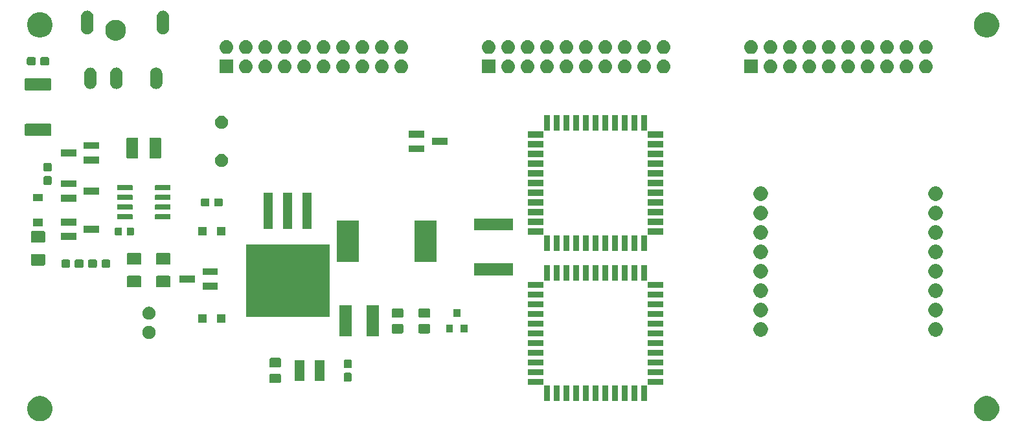
<source format=gbr>
G04 #@! TF.GenerationSoftware,KiCad,Pcbnew,5.1.4*
G04 #@! TF.CreationDate,2019-08-29T18:54:14+02:00*
G04 #@! TF.ProjectId,NixieClock,4e697869-6543-46c6-9f63-6b2e6b696361,rev?*
G04 #@! TF.SameCoordinates,Original*
G04 #@! TF.FileFunction,Soldermask,Top*
G04 #@! TF.FilePolarity,Negative*
%FSLAX46Y46*%
G04 Gerber Fmt 4.6, Leading zero omitted, Abs format (unit mm)*
G04 Created by KiCad (PCBNEW 5.1.4) date 2019-08-29 18:54:14*
%MOMM*%
%LPD*%
G04 APERTURE LIST*
%ADD10C,0.100000*%
G04 APERTURE END LIST*
D10*
G36*
X163375256Y-168891298D02*
G01*
X163481579Y-168912447D01*
X163782042Y-169036903D01*
X164052451Y-169217585D01*
X164282415Y-169447549D01*
X164463097Y-169717958D01*
X164587553Y-170018421D01*
X164651000Y-170337391D01*
X164651000Y-170662609D01*
X164587553Y-170981579D01*
X164463097Y-171282042D01*
X164282415Y-171552451D01*
X164052451Y-171782415D01*
X163782042Y-171963097D01*
X163481579Y-172087553D01*
X163375256Y-172108702D01*
X163162611Y-172151000D01*
X162837389Y-172151000D01*
X162624744Y-172108702D01*
X162518421Y-172087553D01*
X162217958Y-171963097D01*
X161947549Y-171782415D01*
X161717585Y-171552451D01*
X161536903Y-171282042D01*
X161412447Y-170981579D01*
X161349000Y-170662609D01*
X161349000Y-170337391D01*
X161412447Y-170018421D01*
X161536903Y-169717958D01*
X161717585Y-169447549D01*
X161947549Y-169217585D01*
X162217958Y-169036903D01*
X162518421Y-168912447D01*
X162624744Y-168891298D01*
X162837389Y-168849000D01*
X163162611Y-168849000D01*
X163375256Y-168891298D01*
X163375256Y-168891298D01*
G37*
G36*
X39625256Y-168891298D02*
G01*
X39731579Y-168912447D01*
X40032042Y-169036903D01*
X40302451Y-169217585D01*
X40532415Y-169447549D01*
X40713097Y-169717958D01*
X40837553Y-170018421D01*
X40901000Y-170337391D01*
X40901000Y-170662609D01*
X40837553Y-170981579D01*
X40713097Y-171282042D01*
X40532415Y-171552451D01*
X40302451Y-171782415D01*
X40032042Y-171963097D01*
X39731579Y-172087553D01*
X39625256Y-172108702D01*
X39412611Y-172151000D01*
X39087389Y-172151000D01*
X38874744Y-172108702D01*
X38768421Y-172087553D01*
X38467958Y-171963097D01*
X38197549Y-171782415D01*
X37967585Y-171552451D01*
X37786903Y-171282042D01*
X37662447Y-170981579D01*
X37599000Y-170662609D01*
X37599000Y-170337391D01*
X37662447Y-170018421D01*
X37786903Y-169717958D01*
X37967585Y-169447549D01*
X38197549Y-169217585D01*
X38467958Y-169036903D01*
X38768421Y-168912447D01*
X38874744Y-168891298D01*
X39087389Y-168849000D01*
X39412611Y-168849000D01*
X39625256Y-168891298D01*
X39625256Y-168891298D01*
G37*
G36*
X118640402Y-167473613D02*
G01*
X118638000Y-167497999D01*
X118638000Y-169498000D01*
X117836000Y-169498000D01*
X117836000Y-167471000D01*
X118611001Y-167471000D01*
X118635387Y-167468598D01*
X118642586Y-167466414D01*
X118640402Y-167473613D01*
X118640402Y-167473613D01*
G37*
G36*
X114828000Y-169498000D02*
G01*
X114026000Y-169498000D01*
X114026000Y-167471000D01*
X114828000Y-167471000D01*
X114828000Y-169498000D01*
X114828000Y-169498000D01*
G37*
G36*
X112288000Y-169498000D02*
G01*
X111486000Y-169498000D01*
X111486000Y-167471000D01*
X112288000Y-167471000D01*
X112288000Y-169498000D01*
X112288000Y-169498000D01*
G37*
G36*
X113558000Y-169498000D02*
G01*
X112756000Y-169498000D01*
X112756000Y-167471000D01*
X113558000Y-167471000D01*
X113558000Y-169498000D01*
X113558000Y-169498000D01*
G37*
G36*
X116098000Y-169498000D02*
G01*
X115296000Y-169498000D01*
X115296000Y-167471000D01*
X116098000Y-167471000D01*
X116098000Y-169498000D01*
X116098000Y-169498000D01*
G37*
G36*
X111018000Y-169498000D02*
G01*
X110216000Y-169498000D01*
X110216000Y-167471000D01*
X111018000Y-167471000D01*
X111018000Y-169498000D01*
X111018000Y-169498000D01*
G37*
G36*
X108478000Y-169498000D02*
G01*
X107676000Y-169498000D01*
X107676000Y-167471000D01*
X108478000Y-167471000D01*
X108478000Y-169498000D01*
X108478000Y-169498000D01*
G37*
G36*
X109748000Y-169498000D02*
G01*
X108946000Y-169498000D01*
X108946000Y-167471000D01*
X109748000Y-167471000D01*
X109748000Y-169498000D01*
X109748000Y-169498000D01*
G37*
G36*
X117368000Y-169498000D02*
G01*
X116566000Y-169498000D01*
X116566000Y-167471000D01*
X117368000Y-167471000D01*
X117368000Y-169498000D01*
X117368000Y-169498000D01*
G37*
G36*
X107208000Y-169498000D02*
G01*
X106406000Y-169498000D01*
X106406000Y-167471000D01*
X107208000Y-167471000D01*
X107208000Y-169498000D01*
X107208000Y-169498000D01*
G37*
G36*
X105138613Y-167468598D02*
G01*
X105162999Y-167471000D01*
X105938000Y-167471000D01*
X105938000Y-169498000D01*
X105136000Y-169498000D01*
X105136000Y-167497999D01*
X105133598Y-167473613D01*
X105131414Y-167466414D01*
X105138613Y-167468598D01*
X105138613Y-167468598D01*
G37*
G36*
X105038000Y-167346001D02*
G01*
X105040402Y-167370387D01*
X105042586Y-167377586D01*
X105035387Y-167375402D01*
X105011001Y-167373000D01*
X103011000Y-167373000D01*
X103011000Y-166571000D01*
X105038000Y-166571000D01*
X105038000Y-167346001D01*
X105038000Y-167346001D01*
G37*
G36*
X120763000Y-167373000D02*
G01*
X118762999Y-167373000D01*
X118738613Y-167375402D01*
X118731414Y-167377586D01*
X118733598Y-167370387D01*
X118736000Y-167346001D01*
X118736000Y-166571000D01*
X120763000Y-166571000D01*
X120763000Y-167373000D01*
X120763000Y-167373000D01*
G37*
G36*
X70588674Y-165903465D02*
G01*
X70626367Y-165914899D01*
X70661103Y-165933466D01*
X70691548Y-165958452D01*
X70716534Y-165988897D01*
X70735101Y-166023633D01*
X70746535Y-166061326D01*
X70751000Y-166106661D01*
X70751000Y-166943339D01*
X70746535Y-166988674D01*
X70735101Y-167026367D01*
X70716534Y-167061103D01*
X70691548Y-167091548D01*
X70661103Y-167116534D01*
X70626367Y-167135101D01*
X70588674Y-167146535D01*
X70543339Y-167151000D01*
X69456661Y-167151000D01*
X69411326Y-167146535D01*
X69373633Y-167135101D01*
X69338897Y-167116534D01*
X69308452Y-167091548D01*
X69283466Y-167061103D01*
X69264899Y-167026367D01*
X69253465Y-166988674D01*
X69249000Y-166943339D01*
X69249000Y-166106661D01*
X69253465Y-166061326D01*
X69264899Y-166023633D01*
X69283466Y-165988897D01*
X69308452Y-165958452D01*
X69338897Y-165933466D01*
X69373633Y-165914899D01*
X69411326Y-165903465D01*
X69456661Y-165899000D01*
X70543339Y-165899000D01*
X70588674Y-165903465D01*
X70588674Y-165903465D01*
G37*
G36*
X79864499Y-165803445D02*
G01*
X79901995Y-165814820D01*
X79936554Y-165833292D01*
X79966847Y-165858153D01*
X79991708Y-165888446D01*
X80010180Y-165923005D01*
X80021555Y-165960501D01*
X80026000Y-166005638D01*
X80026000Y-166744362D01*
X80021555Y-166789499D01*
X80010180Y-166826995D01*
X79991708Y-166861554D01*
X79966847Y-166891847D01*
X79936554Y-166916708D01*
X79901995Y-166935180D01*
X79864499Y-166946555D01*
X79819362Y-166951000D01*
X79180638Y-166951000D01*
X79135501Y-166946555D01*
X79098005Y-166935180D01*
X79063446Y-166916708D01*
X79033153Y-166891847D01*
X79008292Y-166861554D01*
X78989820Y-166826995D01*
X78978445Y-166789499D01*
X78974000Y-166744362D01*
X78974000Y-166005638D01*
X78978445Y-165960501D01*
X78989820Y-165923005D01*
X79008292Y-165888446D01*
X79033153Y-165858153D01*
X79063446Y-165833292D01*
X79098005Y-165814820D01*
X79135501Y-165803445D01*
X79180638Y-165799000D01*
X79819362Y-165799000D01*
X79864499Y-165803445D01*
X79864499Y-165803445D01*
G37*
G36*
X76471000Y-166826000D02*
G01*
X75149000Y-166826000D01*
X75149000Y-164174000D01*
X76471000Y-164174000D01*
X76471000Y-166826000D01*
X76471000Y-166826000D01*
G37*
G36*
X73851000Y-166826000D02*
G01*
X72529000Y-166826000D01*
X72529000Y-164174000D01*
X73851000Y-164174000D01*
X73851000Y-166826000D01*
X73851000Y-166826000D01*
G37*
G36*
X120763000Y-166103000D02*
G01*
X118736000Y-166103000D01*
X118736000Y-165301000D01*
X120763000Y-165301000D01*
X120763000Y-166103000D01*
X120763000Y-166103000D01*
G37*
G36*
X105038000Y-166103000D02*
G01*
X103011000Y-166103000D01*
X103011000Y-165301000D01*
X105038000Y-165301000D01*
X105038000Y-166103000D01*
X105038000Y-166103000D01*
G37*
G36*
X79864499Y-164053445D02*
G01*
X79901995Y-164064820D01*
X79936554Y-164083292D01*
X79966847Y-164108153D01*
X79991708Y-164138446D01*
X80010180Y-164173005D01*
X80021555Y-164210501D01*
X80026000Y-164255638D01*
X80026000Y-164994362D01*
X80021555Y-165039499D01*
X80010180Y-165076995D01*
X79991708Y-165111554D01*
X79966847Y-165141847D01*
X79936554Y-165166708D01*
X79901995Y-165185180D01*
X79864499Y-165196555D01*
X79819362Y-165201000D01*
X79180638Y-165201000D01*
X79135501Y-165196555D01*
X79098005Y-165185180D01*
X79063446Y-165166708D01*
X79033153Y-165141847D01*
X79008292Y-165111554D01*
X78989820Y-165076995D01*
X78978445Y-165039499D01*
X78974000Y-164994362D01*
X78974000Y-164255638D01*
X78978445Y-164210501D01*
X78989820Y-164173005D01*
X79008292Y-164138446D01*
X79033153Y-164108153D01*
X79063446Y-164083292D01*
X79098005Y-164064820D01*
X79135501Y-164053445D01*
X79180638Y-164049000D01*
X79819362Y-164049000D01*
X79864499Y-164053445D01*
X79864499Y-164053445D01*
G37*
G36*
X70588674Y-163853465D02*
G01*
X70626367Y-163864899D01*
X70661103Y-163883466D01*
X70691548Y-163908452D01*
X70716534Y-163938897D01*
X70735101Y-163973633D01*
X70746535Y-164011326D01*
X70751000Y-164056661D01*
X70751000Y-164893339D01*
X70746535Y-164938674D01*
X70735101Y-164976367D01*
X70716534Y-165011103D01*
X70691548Y-165041548D01*
X70661103Y-165066534D01*
X70626367Y-165085101D01*
X70588674Y-165096535D01*
X70543339Y-165101000D01*
X69456661Y-165101000D01*
X69411326Y-165096535D01*
X69373633Y-165085101D01*
X69338897Y-165066534D01*
X69308452Y-165041548D01*
X69283466Y-165011103D01*
X69264899Y-164976367D01*
X69253465Y-164938674D01*
X69249000Y-164893339D01*
X69249000Y-164056661D01*
X69253465Y-164011326D01*
X69264899Y-163973633D01*
X69283466Y-163938897D01*
X69308452Y-163908452D01*
X69338897Y-163883466D01*
X69373633Y-163864899D01*
X69411326Y-163853465D01*
X69456661Y-163849000D01*
X70543339Y-163849000D01*
X70588674Y-163853465D01*
X70588674Y-163853465D01*
G37*
G36*
X120763000Y-164833000D02*
G01*
X118736000Y-164833000D01*
X118736000Y-164031000D01*
X120763000Y-164031000D01*
X120763000Y-164833000D01*
X120763000Y-164833000D01*
G37*
G36*
X105038000Y-164833000D02*
G01*
X103011000Y-164833000D01*
X103011000Y-164031000D01*
X105038000Y-164031000D01*
X105038000Y-164833000D01*
X105038000Y-164833000D01*
G37*
G36*
X105038000Y-163563000D02*
G01*
X103011000Y-163563000D01*
X103011000Y-162761000D01*
X105038000Y-162761000D01*
X105038000Y-163563000D01*
X105038000Y-163563000D01*
G37*
G36*
X120763000Y-163563000D02*
G01*
X118736000Y-163563000D01*
X118736000Y-162761000D01*
X120763000Y-162761000D01*
X120763000Y-163563000D01*
X120763000Y-163563000D01*
G37*
G36*
X105038000Y-162293000D02*
G01*
X103011000Y-162293000D01*
X103011000Y-161491000D01*
X105038000Y-161491000D01*
X105038000Y-162293000D01*
X105038000Y-162293000D01*
G37*
G36*
X120763000Y-162293000D02*
G01*
X118736000Y-162293000D01*
X118736000Y-161491000D01*
X120763000Y-161491000D01*
X120763000Y-162293000D01*
X120763000Y-162293000D01*
G37*
G36*
X53748228Y-159681703D02*
G01*
X53903100Y-159745853D01*
X54042481Y-159838985D01*
X54161015Y-159957519D01*
X54254147Y-160096900D01*
X54318297Y-160251772D01*
X54351000Y-160416184D01*
X54351000Y-160583816D01*
X54318297Y-160748228D01*
X54254147Y-160903100D01*
X54161015Y-161042481D01*
X54042481Y-161161015D01*
X53903100Y-161254147D01*
X53748228Y-161318297D01*
X53583816Y-161351000D01*
X53416184Y-161351000D01*
X53251772Y-161318297D01*
X53096900Y-161254147D01*
X52957519Y-161161015D01*
X52838985Y-161042481D01*
X52745853Y-160903100D01*
X52681703Y-160748228D01*
X52649000Y-160583816D01*
X52649000Y-160416184D01*
X52681703Y-160251772D01*
X52745853Y-160096900D01*
X52838985Y-159957519D01*
X52957519Y-159838985D01*
X53096900Y-159745853D01*
X53251772Y-159681703D01*
X53416184Y-159649000D01*
X53583816Y-159649000D01*
X53748228Y-159681703D01*
X53748228Y-159681703D01*
G37*
G36*
X156614395Y-159199546D02*
G01*
X156787466Y-159271234D01*
X156787467Y-159271235D01*
X156943227Y-159375310D01*
X157075690Y-159507773D01*
X157075691Y-159507775D01*
X157179766Y-159663534D01*
X157251454Y-159836605D01*
X157288000Y-160020333D01*
X157288000Y-160207667D01*
X157251454Y-160391395D01*
X157179766Y-160564466D01*
X157161670Y-160591548D01*
X157075690Y-160720227D01*
X156943227Y-160852690D01*
X156867787Y-160903097D01*
X156787466Y-160956766D01*
X156614395Y-161028454D01*
X156430667Y-161065000D01*
X156243333Y-161065000D01*
X156059605Y-161028454D01*
X155886534Y-160956766D01*
X155806213Y-160903097D01*
X155730773Y-160852690D01*
X155598310Y-160720227D01*
X155512330Y-160591548D01*
X155494234Y-160564466D01*
X155422546Y-160391395D01*
X155386000Y-160207667D01*
X155386000Y-160020333D01*
X155422546Y-159836605D01*
X155494234Y-159663534D01*
X155598309Y-159507775D01*
X155598310Y-159507773D01*
X155730773Y-159375310D01*
X155886533Y-159271235D01*
X155886534Y-159271234D01*
X156059605Y-159199546D01*
X156243333Y-159163000D01*
X156430667Y-159163000D01*
X156614395Y-159199546D01*
X156614395Y-159199546D01*
G37*
G36*
X133754395Y-159199546D02*
G01*
X133927466Y-159271234D01*
X133927467Y-159271235D01*
X134083227Y-159375310D01*
X134215690Y-159507773D01*
X134215691Y-159507775D01*
X134319766Y-159663534D01*
X134391454Y-159836605D01*
X134428000Y-160020333D01*
X134428000Y-160207667D01*
X134391454Y-160391395D01*
X134319766Y-160564466D01*
X134301670Y-160591548D01*
X134215690Y-160720227D01*
X134083227Y-160852690D01*
X134007787Y-160903097D01*
X133927466Y-160956766D01*
X133754395Y-161028454D01*
X133570667Y-161065000D01*
X133383333Y-161065000D01*
X133199605Y-161028454D01*
X133026534Y-160956766D01*
X132946213Y-160903097D01*
X132870773Y-160852690D01*
X132738310Y-160720227D01*
X132652330Y-160591548D01*
X132634234Y-160564466D01*
X132562546Y-160391395D01*
X132526000Y-160207667D01*
X132526000Y-160020333D01*
X132562546Y-159836605D01*
X132634234Y-159663534D01*
X132738309Y-159507775D01*
X132738310Y-159507773D01*
X132870773Y-159375310D01*
X133026533Y-159271235D01*
X133026534Y-159271234D01*
X133199605Y-159199546D01*
X133383333Y-159163000D01*
X133570667Y-159163000D01*
X133754395Y-159199546D01*
X133754395Y-159199546D01*
G37*
G36*
X83601000Y-161051000D02*
G01*
X81999000Y-161051000D01*
X81999000Y-156949000D01*
X83601000Y-156949000D01*
X83601000Y-161051000D01*
X83601000Y-161051000D01*
G37*
G36*
X80001000Y-161051000D02*
G01*
X78399000Y-161051000D01*
X78399000Y-156949000D01*
X80001000Y-156949000D01*
X80001000Y-161051000D01*
X80001000Y-161051000D01*
G37*
G36*
X105038000Y-161023000D02*
G01*
X103011000Y-161023000D01*
X103011000Y-160221000D01*
X105038000Y-160221000D01*
X105038000Y-161023000D01*
X105038000Y-161023000D01*
G37*
G36*
X120763000Y-161023000D02*
G01*
X118736000Y-161023000D01*
X118736000Y-160221000D01*
X120763000Y-160221000D01*
X120763000Y-161023000D01*
X120763000Y-161023000D01*
G37*
G36*
X90088674Y-159403465D02*
G01*
X90126367Y-159414899D01*
X90161103Y-159433466D01*
X90191548Y-159458452D01*
X90216534Y-159488897D01*
X90235101Y-159523633D01*
X90246535Y-159561326D01*
X90251000Y-159606661D01*
X90251000Y-160443339D01*
X90246535Y-160488674D01*
X90235101Y-160526367D01*
X90216534Y-160561103D01*
X90191548Y-160591548D01*
X90161103Y-160616534D01*
X90126367Y-160635101D01*
X90088674Y-160646535D01*
X90043339Y-160651000D01*
X88956661Y-160651000D01*
X88911326Y-160646535D01*
X88873633Y-160635101D01*
X88838897Y-160616534D01*
X88808452Y-160591548D01*
X88783466Y-160561103D01*
X88764899Y-160526367D01*
X88753465Y-160488674D01*
X88749000Y-160443339D01*
X88749000Y-159606661D01*
X88753465Y-159561326D01*
X88764899Y-159523633D01*
X88783466Y-159488897D01*
X88808452Y-159458452D01*
X88838897Y-159433466D01*
X88873633Y-159414899D01*
X88911326Y-159403465D01*
X88956661Y-159399000D01*
X90043339Y-159399000D01*
X90088674Y-159403465D01*
X90088674Y-159403465D01*
G37*
G36*
X86588674Y-159403465D02*
G01*
X86626367Y-159414899D01*
X86661103Y-159433466D01*
X86691548Y-159458452D01*
X86716534Y-159488897D01*
X86735101Y-159523633D01*
X86746535Y-159561326D01*
X86751000Y-159606661D01*
X86751000Y-160443339D01*
X86746535Y-160488674D01*
X86735101Y-160526367D01*
X86716534Y-160561103D01*
X86691548Y-160591548D01*
X86661103Y-160616534D01*
X86626367Y-160635101D01*
X86588674Y-160646535D01*
X86543339Y-160651000D01*
X85456661Y-160651000D01*
X85411326Y-160646535D01*
X85373633Y-160635101D01*
X85338897Y-160616534D01*
X85308452Y-160591548D01*
X85283466Y-160561103D01*
X85264899Y-160526367D01*
X85253465Y-160488674D01*
X85249000Y-160443339D01*
X85249000Y-159606661D01*
X85253465Y-159561326D01*
X85264899Y-159523633D01*
X85283466Y-159488897D01*
X85308452Y-159458452D01*
X85338897Y-159433466D01*
X85373633Y-159414899D01*
X85411326Y-159403465D01*
X85456661Y-159399000D01*
X86543339Y-159399000D01*
X86588674Y-159403465D01*
X86588674Y-159403465D01*
G37*
G36*
X93251000Y-160501000D02*
G01*
X92349000Y-160501000D01*
X92349000Y-159499000D01*
X93251000Y-159499000D01*
X93251000Y-160501000D01*
X93251000Y-160501000D01*
G37*
G36*
X95151000Y-160501000D02*
G01*
X94249000Y-160501000D01*
X94249000Y-159499000D01*
X95151000Y-159499000D01*
X95151000Y-160501000D01*
X95151000Y-160501000D01*
G37*
G36*
X105038000Y-159753000D02*
G01*
X103011000Y-159753000D01*
X103011000Y-158951000D01*
X105038000Y-158951000D01*
X105038000Y-159753000D01*
X105038000Y-159753000D01*
G37*
G36*
X120763000Y-159753000D02*
G01*
X118736000Y-159753000D01*
X118736000Y-158951000D01*
X120763000Y-158951000D01*
X120763000Y-159753000D01*
X120763000Y-159753000D01*
G37*
G36*
X63523000Y-159268000D02*
G01*
X62421000Y-159268000D01*
X62421000Y-158166000D01*
X63523000Y-158166000D01*
X63523000Y-159268000D01*
X63523000Y-159268000D01*
G37*
G36*
X61023000Y-159268000D02*
G01*
X59921000Y-159268000D01*
X59921000Y-158166000D01*
X61023000Y-158166000D01*
X61023000Y-159268000D01*
X61023000Y-159268000D01*
G37*
G36*
X53748228Y-157181703D02*
G01*
X53903100Y-157245853D01*
X54042481Y-157338985D01*
X54161015Y-157457519D01*
X54254147Y-157596900D01*
X54318297Y-157751772D01*
X54351000Y-157916184D01*
X54351000Y-158083816D01*
X54318297Y-158248228D01*
X54254147Y-158403100D01*
X54161015Y-158542481D01*
X54042481Y-158661015D01*
X53903100Y-158754147D01*
X53748228Y-158818297D01*
X53583816Y-158851000D01*
X53416184Y-158851000D01*
X53251772Y-158818297D01*
X53096900Y-158754147D01*
X52957519Y-158661015D01*
X52838985Y-158542481D01*
X52745853Y-158403100D01*
X52681703Y-158248228D01*
X52649000Y-158083816D01*
X52649000Y-157916184D01*
X52681703Y-157751772D01*
X52745853Y-157596900D01*
X52838985Y-157457519D01*
X52957519Y-157338985D01*
X53096900Y-157245853D01*
X53251772Y-157181703D01*
X53416184Y-157149000D01*
X53583816Y-157149000D01*
X53748228Y-157181703D01*
X53748228Y-157181703D01*
G37*
G36*
X90088674Y-157353465D02*
G01*
X90126367Y-157364899D01*
X90161103Y-157383466D01*
X90191548Y-157408452D01*
X90216534Y-157438897D01*
X90235101Y-157473633D01*
X90246535Y-157511326D01*
X90251000Y-157556661D01*
X90251000Y-158393339D01*
X90246535Y-158438674D01*
X90235101Y-158476367D01*
X90216534Y-158511103D01*
X90191548Y-158541548D01*
X90161103Y-158566534D01*
X90126367Y-158585101D01*
X90088674Y-158596535D01*
X90043339Y-158601000D01*
X88956661Y-158601000D01*
X88911326Y-158596535D01*
X88873633Y-158585101D01*
X88838897Y-158566534D01*
X88808452Y-158541548D01*
X88783466Y-158511103D01*
X88764899Y-158476367D01*
X88753465Y-158438674D01*
X88749000Y-158393339D01*
X88749000Y-157556661D01*
X88753465Y-157511326D01*
X88764899Y-157473633D01*
X88783466Y-157438897D01*
X88808452Y-157408452D01*
X88838897Y-157383466D01*
X88873633Y-157364899D01*
X88911326Y-157353465D01*
X88956661Y-157349000D01*
X90043339Y-157349000D01*
X90088674Y-157353465D01*
X90088674Y-157353465D01*
G37*
G36*
X86588674Y-157353465D02*
G01*
X86626367Y-157364899D01*
X86661103Y-157383466D01*
X86691548Y-157408452D01*
X86716534Y-157438897D01*
X86735101Y-157473633D01*
X86746535Y-157511326D01*
X86751000Y-157556661D01*
X86751000Y-158393339D01*
X86746535Y-158438674D01*
X86735101Y-158476367D01*
X86716534Y-158511103D01*
X86691548Y-158541548D01*
X86661103Y-158566534D01*
X86626367Y-158585101D01*
X86588674Y-158596535D01*
X86543339Y-158601000D01*
X85456661Y-158601000D01*
X85411326Y-158596535D01*
X85373633Y-158585101D01*
X85338897Y-158566534D01*
X85308452Y-158541548D01*
X85283466Y-158511103D01*
X85264899Y-158476367D01*
X85253465Y-158438674D01*
X85249000Y-158393339D01*
X85249000Y-157556661D01*
X85253465Y-157511326D01*
X85264899Y-157473633D01*
X85283466Y-157438897D01*
X85308452Y-157408452D01*
X85338897Y-157383466D01*
X85373633Y-157364899D01*
X85411326Y-157353465D01*
X85456661Y-157349000D01*
X86543339Y-157349000D01*
X86588674Y-157353465D01*
X86588674Y-157353465D01*
G37*
G36*
X156614395Y-156659546D02*
G01*
X156787466Y-156731234D01*
X156787467Y-156731235D01*
X156943227Y-156835310D01*
X157075690Y-156967773D01*
X157075691Y-156967775D01*
X157179766Y-157123534D01*
X157251454Y-157296605D01*
X157288000Y-157480333D01*
X157288000Y-157667667D01*
X157251454Y-157851395D01*
X157179766Y-158024466D01*
X157128081Y-158101818D01*
X157075690Y-158180227D01*
X156943227Y-158312690D01*
X156919076Y-158328827D01*
X156787466Y-158416766D01*
X156614395Y-158488454D01*
X156430667Y-158525000D01*
X156243333Y-158525000D01*
X156059605Y-158488454D01*
X155886534Y-158416766D01*
X155754924Y-158328827D01*
X155730773Y-158312690D01*
X155598310Y-158180227D01*
X155545919Y-158101818D01*
X155494234Y-158024466D01*
X155422546Y-157851395D01*
X155386000Y-157667667D01*
X155386000Y-157480333D01*
X155422546Y-157296605D01*
X155494234Y-157123534D01*
X155598309Y-156967775D01*
X155598310Y-156967773D01*
X155730773Y-156835310D01*
X155886533Y-156731235D01*
X155886534Y-156731234D01*
X156059605Y-156659546D01*
X156243333Y-156623000D01*
X156430667Y-156623000D01*
X156614395Y-156659546D01*
X156614395Y-156659546D01*
G37*
G36*
X133754395Y-156659546D02*
G01*
X133927466Y-156731234D01*
X133927467Y-156731235D01*
X134083227Y-156835310D01*
X134215690Y-156967773D01*
X134215691Y-156967775D01*
X134319766Y-157123534D01*
X134391454Y-157296605D01*
X134428000Y-157480333D01*
X134428000Y-157667667D01*
X134391454Y-157851395D01*
X134319766Y-158024466D01*
X134268081Y-158101818D01*
X134215690Y-158180227D01*
X134083227Y-158312690D01*
X134059076Y-158328827D01*
X133927466Y-158416766D01*
X133754395Y-158488454D01*
X133570667Y-158525000D01*
X133383333Y-158525000D01*
X133199605Y-158488454D01*
X133026534Y-158416766D01*
X132894924Y-158328827D01*
X132870773Y-158312690D01*
X132738310Y-158180227D01*
X132685919Y-158101818D01*
X132634234Y-158024466D01*
X132562546Y-157851395D01*
X132526000Y-157667667D01*
X132526000Y-157480333D01*
X132562546Y-157296605D01*
X132634234Y-157123534D01*
X132738309Y-156967775D01*
X132738310Y-156967773D01*
X132870773Y-156835310D01*
X133026533Y-156731235D01*
X133026534Y-156731234D01*
X133199605Y-156659546D01*
X133383333Y-156623000D01*
X133570667Y-156623000D01*
X133754395Y-156659546D01*
X133754395Y-156659546D01*
G37*
G36*
X77098000Y-158503000D02*
G01*
X66196000Y-158503000D01*
X66196000Y-149001000D01*
X77098000Y-149001000D01*
X77098000Y-158503000D01*
X77098000Y-158503000D01*
G37*
G36*
X94201000Y-158501000D02*
G01*
X93299000Y-158501000D01*
X93299000Y-157499000D01*
X94201000Y-157499000D01*
X94201000Y-158501000D01*
X94201000Y-158501000D01*
G37*
G36*
X105038000Y-158483000D02*
G01*
X103011000Y-158483000D01*
X103011000Y-157681000D01*
X105038000Y-157681000D01*
X105038000Y-158483000D01*
X105038000Y-158483000D01*
G37*
G36*
X120763000Y-158483000D02*
G01*
X118736000Y-158483000D01*
X118736000Y-157681000D01*
X120763000Y-157681000D01*
X120763000Y-158483000D01*
X120763000Y-158483000D01*
G37*
G36*
X105038000Y-157213000D02*
G01*
X103011000Y-157213000D01*
X103011000Y-156411000D01*
X105038000Y-156411000D01*
X105038000Y-157213000D01*
X105038000Y-157213000D01*
G37*
G36*
X120763000Y-157213000D02*
G01*
X118736000Y-157213000D01*
X118736000Y-156411000D01*
X120763000Y-156411000D01*
X120763000Y-157213000D01*
X120763000Y-157213000D01*
G37*
G36*
X133754395Y-154119546D02*
G01*
X133927466Y-154191234D01*
X133927467Y-154191235D01*
X134083227Y-154295310D01*
X134215690Y-154427773D01*
X134215691Y-154427775D01*
X134319766Y-154583534D01*
X134391454Y-154756605D01*
X134428000Y-154940333D01*
X134428000Y-155127667D01*
X134391454Y-155311395D01*
X134319766Y-155484466D01*
X134319765Y-155484467D01*
X134215690Y-155640227D01*
X134083227Y-155772690D01*
X134004818Y-155825081D01*
X133927466Y-155876766D01*
X133754395Y-155948454D01*
X133570667Y-155985000D01*
X133383333Y-155985000D01*
X133199605Y-155948454D01*
X133026534Y-155876766D01*
X132949182Y-155825081D01*
X132870773Y-155772690D01*
X132738310Y-155640227D01*
X132634235Y-155484467D01*
X132634234Y-155484466D01*
X132562546Y-155311395D01*
X132526000Y-155127667D01*
X132526000Y-154940333D01*
X132562546Y-154756605D01*
X132634234Y-154583534D01*
X132738309Y-154427775D01*
X132738310Y-154427773D01*
X132870773Y-154295310D01*
X133026533Y-154191235D01*
X133026534Y-154191234D01*
X133199605Y-154119546D01*
X133383333Y-154083000D01*
X133570667Y-154083000D01*
X133754395Y-154119546D01*
X133754395Y-154119546D01*
G37*
G36*
X156614395Y-154119546D02*
G01*
X156787466Y-154191234D01*
X156787467Y-154191235D01*
X156943227Y-154295310D01*
X157075690Y-154427773D01*
X157075691Y-154427775D01*
X157179766Y-154583534D01*
X157251454Y-154756605D01*
X157288000Y-154940333D01*
X157288000Y-155127667D01*
X157251454Y-155311395D01*
X157179766Y-155484466D01*
X157179765Y-155484467D01*
X157075690Y-155640227D01*
X156943227Y-155772690D01*
X156864818Y-155825081D01*
X156787466Y-155876766D01*
X156614395Y-155948454D01*
X156430667Y-155985000D01*
X156243333Y-155985000D01*
X156059605Y-155948454D01*
X155886534Y-155876766D01*
X155809182Y-155825081D01*
X155730773Y-155772690D01*
X155598310Y-155640227D01*
X155494235Y-155484467D01*
X155494234Y-155484466D01*
X155422546Y-155311395D01*
X155386000Y-155127667D01*
X155386000Y-154940333D01*
X155422546Y-154756605D01*
X155494234Y-154583534D01*
X155598309Y-154427775D01*
X155598310Y-154427773D01*
X155730773Y-154295310D01*
X155886533Y-154191235D01*
X155886534Y-154191234D01*
X156059605Y-154119546D01*
X156243333Y-154083000D01*
X156430667Y-154083000D01*
X156614395Y-154119546D01*
X156614395Y-154119546D01*
G37*
G36*
X105038000Y-155943000D02*
G01*
X103011000Y-155943000D01*
X103011000Y-155141000D01*
X105038000Y-155141000D01*
X105038000Y-155943000D01*
X105038000Y-155943000D01*
G37*
G36*
X120763000Y-155943000D02*
G01*
X118736000Y-155943000D01*
X118736000Y-155141000D01*
X120763000Y-155141000D01*
X120763000Y-155943000D01*
X120763000Y-155943000D01*
G37*
G36*
X62501000Y-154901000D02*
G01*
X60499000Y-154901000D01*
X60499000Y-153999000D01*
X62501000Y-153999000D01*
X62501000Y-154901000D01*
X62501000Y-154901000D01*
G37*
G36*
X105040402Y-153873613D02*
G01*
X105038000Y-153897999D01*
X105038000Y-154673000D01*
X103011000Y-154673000D01*
X103011000Y-153871000D01*
X105011001Y-153871000D01*
X105035387Y-153868598D01*
X105042586Y-153866414D01*
X105040402Y-153873613D01*
X105040402Y-153873613D01*
G37*
G36*
X118738613Y-153868598D02*
G01*
X118762999Y-153871000D01*
X120763000Y-153871000D01*
X120763000Y-154673000D01*
X118736000Y-154673000D01*
X118736000Y-153897999D01*
X118733598Y-153873613D01*
X118731414Y-153866414D01*
X118738613Y-153868598D01*
X118738613Y-153868598D01*
G37*
G36*
X56147562Y-153095181D02*
G01*
X56182481Y-153105774D01*
X56214663Y-153122976D01*
X56242873Y-153146127D01*
X56266024Y-153174337D01*
X56283226Y-153206519D01*
X56293819Y-153241438D01*
X56298000Y-153283895D01*
X56298000Y-154425105D01*
X56293819Y-154467562D01*
X56283226Y-154502481D01*
X56266024Y-154534663D01*
X56242873Y-154562873D01*
X56214663Y-154586024D01*
X56182481Y-154603226D01*
X56147562Y-154613819D01*
X56105105Y-154618000D01*
X54638895Y-154618000D01*
X54596438Y-154613819D01*
X54561519Y-154603226D01*
X54529337Y-154586024D01*
X54501127Y-154562873D01*
X54477976Y-154534663D01*
X54460774Y-154502481D01*
X54450181Y-154467562D01*
X54446000Y-154425105D01*
X54446000Y-153283895D01*
X54450181Y-153241438D01*
X54460774Y-153206519D01*
X54477976Y-153174337D01*
X54501127Y-153146127D01*
X54529337Y-153122976D01*
X54561519Y-153105774D01*
X54596438Y-153095181D01*
X54638895Y-153091000D01*
X56105105Y-153091000D01*
X56147562Y-153095181D01*
X56147562Y-153095181D01*
G37*
G36*
X52337562Y-153095181D02*
G01*
X52372481Y-153105774D01*
X52404663Y-153122976D01*
X52432873Y-153146127D01*
X52456024Y-153174337D01*
X52473226Y-153206519D01*
X52483819Y-153241438D01*
X52488000Y-153283895D01*
X52488000Y-154425105D01*
X52483819Y-154467562D01*
X52473226Y-154502481D01*
X52456024Y-154534663D01*
X52432873Y-154562873D01*
X52404663Y-154586024D01*
X52372481Y-154603226D01*
X52337562Y-154613819D01*
X52295105Y-154618000D01*
X50828895Y-154618000D01*
X50786438Y-154613819D01*
X50751519Y-154603226D01*
X50719337Y-154586024D01*
X50691127Y-154562873D01*
X50667976Y-154534663D01*
X50650774Y-154502481D01*
X50640181Y-154467562D01*
X50636000Y-154425105D01*
X50636000Y-153283895D01*
X50640181Y-153241438D01*
X50650774Y-153206519D01*
X50667976Y-153174337D01*
X50691127Y-153146127D01*
X50719337Y-153122976D01*
X50751519Y-153105774D01*
X50786438Y-153095181D01*
X50828895Y-153091000D01*
X52295105Y-153091000D01*
X52337562Y-153095181D01*
X52337562Y-153095181D01*
G37*
G36*
X59501000Y-153951000D02*
G01*
X57499000Y-153951000D01*
X57499000Y-153049000D01*
X59501000Y-153049000D01*
X59501000Y-153951000D01*
X59501000Y-153951000D01*
G37*
G36*
X118638000Y-153746001D02*
G01*
X118640402Y-153770387D01*
X118642586Y-153777586D01*
X118635387Y-153775402D01*
X118611001Y-153773000D01*
X117836000Y-153773000D01*
X117836000Y-151746000D01*
X118638000Y-151746000D01*
X118638000Y-153746001D01*
X118638000Y-153746001D01*
G37*
G36*
X105938000Y-153773000D02*
G01*
X105162999Y-153773000D01*
X105138613Y-153775402D01*
X105131414Y-153777586D01*
X105133598Y-153770387D01*
X105136000Y-153746001D01*
X105136000Y-151746000D01*
X105938000Y-151746000D01*
X105938000Y-153773000D01*
X105938000Y-153773000D01*
G37*
G36*
X113558000Y-153773000D02*
G01*
X112756000Y-153773000D01*
X112756000Y-151746000D01*
X113558000Y-151746000D01*
X113558000Y-153773000D01*
X113558000Y-153773000D01*
G37*
G36*
X116098000Y-153773000D02*
G01*
X115296000Y-153773000D01*
X115296000Y-151746000D01*
X116098000Y-151746000D01*
X116098000Y-153773000D01*
X116098000Y-153773000D01*
G37*
G36*
X114828000Y-153773000D02*
G01*
X114026000Y-153773000D01*
X114026000Y-151746000D01*
X114828000Y-151746000D01*
X114828000Y-153773000D01*
X114828000Y-153773000D01*
G37*
G36*
X112288000Y-153773000D02*
G01*
X111486000Y-153773000D01*
X111486000Y-151746000D01*
X112288000Y-151746000D01*
X112288000Y-153773000D01*
X112288000Y-153773000D01*
G37*
G36*
X111018000Y-153773000D02*
G01*
X110216000Y-153773000D01*
X110216000Y-151746000D01*
X111018000Y-151746000D01*
X111018000Y-153773000D01*
X111018000Y-153773000D01*
G37*
G36*
X109748000Y-153773000D02*
G01*
X108946000Y-153773000D01*
X108946000Y-151746000D01*
X109748000Y-151746000D01*
X109748000Y-153773000D01*
X109748000Y-153773000D01*
G37*
G36*
X108478000Y-153773000D02*
G01*
X107676000Y-153773000D01*
X107676000Y-151746000D01*
X108478000Y-151746000D01*
X108478000Y-153773000D01*
X108478000Y-153773000D01*
G37*
G36*
X107208000Y-153773000D02*
G01*
X106406000Y-153773000D01*
X106406000Y-151746000D01*
X107208000Y-151746000D01*
X107208000Y-153773000D01*
X107208000Y-153773000D01*
G37*
G36*
X117368000Y-153773000D02*
G01*
X116566000Y-153773000D01*
X116566000Y-151746000D01*
X117368000Y-151746000D01*
X117368000Y-153773000D01*
X117368000Y-153773000D01*
G37*
G36*
X133754395Y-151579546D02*
G01*
X133927466Y-151651234D01*
X133959345Y-151672535D01*
X134083227Y-151755310D01*
X134215690Y-151887773D01*
X134215691Y-151887775D01*
X134319766Y-152043534D01*
X134391454Y-152216605D01*
X134428000Y-152400333D01*
X134428000Y-152587667D01*
X134391454Y-152771395D01*
X134319766Y-152944466D01*
X134319765Y-152944467D01*
X134215690Y-153100227D01*
X134083227Y-153232690D01*
X134047778Y-153256376D01*
X133927466Y-153336766D01*
X133754395Y-153408454D01*
X133570667Y-153445000D01*
X133383333Y-153445000D01*
X133199605Y-153408454D01*
X133026534Y-153336766D01*
X132906222Y-153256376D01*
X132870773Y-153232690D01*
X132738310Y-153100227D01*
X132634235Y-152944467D01*
X132634234Y-152944466D01*
X132562546Y-152771395D01*
X132526000Y-152587667D01*
X132526000Y-152400333D01*
X132562546Y-152216605D01*
X132634234Y-152043534D01*
X132738309Y-151887775D01*
X132738310Y-151887773D01*
X132870773Y-151755310D01*
X132994655Y-151672535D01*
X133026534Y-151651234D01*
X133199605Y-151579546D01*
X133383333Y-151543000D01*
X133570667Y-151543000D01*
X133754395Y-151579546D01*
X133754395Y-151579546D01*
G37*
G36*
X156614395Y-151579546D02*
G01*
X156787466Y-151651234D01*
X156819345Y-151672535D01*
X156943227Y-151755310D01*
X157075690Y-151887773D01*
X157075691Y-151887775D01*
X157179766Y-152043534D01*
X157251454Y-152216605D01*
X157288000Y-152400333D01*
X157288000Y-152587667D01*
X157251454Y-152771395D01*
X157179766Y-152944466D01*
X157179765Y-152944467D01*
X157075690Y-153100227D01*
X156943227Y-153232690D01*
X156907778Y-153256376D01*
X156787466Y-153336766D01*
X156614395Y-153408454D01*
X156430667Y-153445000D01*
X156243333Y-153445000D01*
X156059605Y-153408454D01*
X155886534Y-153336766D01*
X155766222Y-153256376D01*
X155730773Y-153232690D01*
X155598310Y-153100227D01*
X155494235Y-152944467D01*
X155494234Y-152944466D01*
X155422546Y-152771395D01*
X155386000Y-152587667D01*
X155386000Y-152400333D01*
X155422546Y-152216605D01*
X155494234Y-152043534D01*
X155598309Y-151887775D01*
X155598310Y-151887773D01*
X155730773Y-151755310D01*
X155854655Y-151672535D01*
X155886534Y-151651234D01*
X156059605Y-151579546D01*
X156243333Y-151543000D01*
X156430667Y-151543000D01*
X156614395Y-151579546D01*
X156614395Y-151579546D01*
G37*
G36*
X101103000Y-153070000D02*
G01*
X96001000Y-153070000D01*
X96001000Y-151468000D01*
X101103000Y-151468000D01*
X101103000Y-153070000D01*
X101103000Y-153070000D01*
G37*
G36*
X62501000Y-153001000D02*
G01*
X60499000Y-153001000D01*
X60499000Y-152099000D01*
X62501000Y-152099000D01*
X62501000Y-153001000D01*
X62501000Y-153001000D01*
G37*
G36*
X44789499Y-150978445D02*
G01*
X44826995Y-150989820D01*
X44861554Y-151008292D01*
X44891847Y-151033153D01*
X44916708Y-151063446D01*
X44935180Y-151098005D01*
X44946555Y-151135501D01*
X44951000Y-151180638D01*
X44951000Y-151819362D01*
X44946555Y-151864499D01*
X44935180Y-151901995D01*
X44916708Y-151936554D01*
X44891847Y-151966847D01*
X44861554Y-151991708D01*
X44826995Y-152010180D01*
X44789499Y-152021555D01*
X44744362Y-152026000D01*
X44005638Y-152026000D01*
X43960501Y-152021555D01*
X43923005Y-152010180D01*
X43888446Y-151991708D01*
X43858153Y-151966847D01*
X43833292Y-151936554D01*
X43814820Y-151901995D01*
X43803445Y-151864499D01*
X43799000Y-151819362D01*
X43799000Y-151180638D01*
X43803445Y-151135501D01*
X43814820Y-151098005D01*
X43833292Y-151063446D01*
X43858153Y-151033153D01*
X43888446Y-151008292D01*
X43923005Y-150989820D01*
X43960501Y-150978445D01*
X44005638Y-150974000D01*
X44744362Y-150974000D01*
X44789499Y-150978445D01*
X44789499Y-150978445D01*
G37*
G36*
X48289499Y-150978445D02*
G01*
X48326995Y-150989820D01*
X48361554Y-151008292D01*
X48391847Y-151033153D01*
X48416708Y-151063446D01*
X48435180Y-151098005D01*
X48446555Y-151135501D01*
X48451000Y-151180638D01*
X48451000Y-151819362D01*
X48446555Y-151864499D01*
X48435180Y-151901995D01*
X48416708Y-151936554D01*
X48391847Y-151966847D01*
X48361554Y-151991708D01*
X48326995Y-152010180D01*
X48289499Y-152021555D01*
X48244362Y-152026000D01*
X47505638Y-152026000D01*
X47460501Y-152021555D01*
X47423005Y-152010180D01*
X47388446Y-151991708D01*
X47358153Y-151966847D01*
X47333292Y-151936554D01*
X47314820Y-151901995D01*
X47303445Y-151864499D01*
X47299000Y-151819362D01*
X47299000Y-151180638D01*
X47303445Y-151135501D01*
X47314820Y-151098005D01*
X47333292Y-151063446D01*
X47358153Y-151033153D01*
X47388446Y-151008292D01*
X47423005Y-150989820D01*
X47460501Y-150978445D01*
X47505638Y-150974000D01*
X48244362Y-150974000D01*
X48289499Y-150978445D01*
X48289499Y-150978445D01*
G37*
G36*
X46539499Y-150978445D02*
G01*
X46576995Y-150989820D01*
X46611554Y-151008292D01*
X46641847Y-151033153D01*
X46666708Y-151063446D01*
X46685180Y-151098005D01*
X46696555Y-151135501D01*
X46701000Y-151180638D01*
X46701000Y-151819362D01*
X46696555Y-151864499D01*
X46685180Y-151901995D01*
X46666708Y-151936554D01*
X46641847Y-151966847D01*
X46611554Y-151991708D01*
X46576995Y-152010180D01*
X46539499Y-152021555D01*
X46494362Y-152026000D01*
X45755638Y-152026000D01*
X45710501Y-152021555D01*
X45673005Y-152010180D01*
X45638446Y-151991708D01*
X45608153Y-151966847D01*
X45583292Y-151936554D01*
X45564820Y-151901995D01*
X45553445Y-151864499D01*
X45549000Y-151819362D01*
X45549000Y-151180638D01*
X45553445Y-151135501D01*
X45564820Y-151098005D01*
X45583292Y-151063446D01*
X45608153Y-151033153D01*
X45638446Y-151008292D01*
X45673005Y-150989820D01*
X45710501Y-150978445D01*
X45755638Y-150974000D01*
X46494362Y-150974000D01*
X46539499Y-150978445D01*
X46539499Y-150978445D01*
G37*
G36*
X43039499Y-150978445D02*
G01*
X43076995Y-150989820D01*
X43111554Y-151008292D01*
X43141847Y-151033153D01*
X43166708Y-151063446D01*
X43185180Y-151098005D01*
X43196555Y-151135501D01*
X43201000Y-151180638D01*
X43201000Y-151819362D01*
X43196555Y-151864499D01*
X43185180Y-151901995D01*
X43166708Y-151936554D01*
X43141847Y-151966847D01*
X43111554Y-151991708D01*
X43076995Y-152010180D01*
X43039499Y-152021555D01*
X42994362Y-152026000D01*
X42255638Y-152026000D01*
X42210501Y-152021555D01*
X42173005Y-152010180D01*
X42138446Y-151991708D01*
X42108153Y-151966847D01*
X42083292Y-151936554D01*
X42064820Y-151901995D01*
X42053445Y-151864499D01*
X42049000Y-151819362D01*
X42049000Y-151180638D01*
X42053445Y-151135501D01*
X42064820Y-151098005D01*
X42083292Y-151063446D01*
X42108153Y-151033153D01*
X42138446Y-151008292D01*
X42173005Y-150989820D01*
X42210501Y-150978445D01*
X42255638Y-150974000D01*
X42994362Y-150974000D01*
X43039499Y-150978445D01*
X43039499Y-150978445D01*
G37*
G36*
X39775562Y-150228181D02*
G01*
X39810481Y-150238774D01*
X39842663Y-150255976D01*
X39870873Y-150279127D01*
X39894024Y-150307337D01*
X39911226Y-150339519D01*
X39921819Y-150374438D01*
X39926000Y-150416895D01*
X39926000Y-151558105D01*
X39921819Y-151600562D01*
X39911226Y-151635481D01*
X39894024Y-151667663D01*
X39870873Y-151695873D01*
X39842663Y-151719024D01*
X39810481Y-151736226D01*
X39775562Y-151746819D01*
X39733105Y-151751000D01*
X38266895Y-151751000D01*
X38224438Y-151746819D01*
X38189519Y-151736226D01*
X38157337Y-151719024D01*
X38129127Y-151695873D01*
X38105976Y-151667663D01*
X38088774Y-151635481D01*
X38078181Y-151600562D01*
X38074000Y-151558105D01*
X38074000Y-150416895D01*
X38078181Y-150374438D01*
X38088774Y-150339519D01*
X38105976Y-150307337D01*
X38129127Y-150279127D01*
X38157337Y-150255976D01*
X38189519Y-150238774D01*
X38224438Y-150228181D01*
X38266895Y-150224000D01*
X39733105Y-150224000D01*
X39775562Y-150228181D01*
X39775562Y-150228181D01*
G37*
G36*
X52337562Y-150120181D02*
G01*
X52372481Y-150130774D01*
X52404663Y-150147976D01*
X52432873Y-150171127D01*
X52456024Y-150199337D01*
X52473226Y-150231519D01*
X52483819Y-150266438D01*
X52488000Y-150308895D01*
X52488000Y-151450105D01*
X52483819Y-151492562D01*
X52473226Y-151527481D01*
X52456024Y-151559663D01*
X52432873Y-151587873D01*
X52404663Y-151611024D01*
X52372481Y-151628226D01*
X52337562Y-151638819D01*
X52295105Y-151643000D01*
X50828895Y-151643000D01*
X50786438Y-151638819D01*
X50751519Y-151628226D01*
X50719337Y-151611024D01*
X50691127Y-151587873D01*
X50667976Y-151559663D01*
X50650774Y-151527481D01*
X50640181Y-151492562D01*
X50636000Y-151450105D01*
X50636000Y-150308895D01*
X50640181Y-150266438D01*
X50650774Y-150231519D01*
X50667976Y-150199337D01*
X50691127Y-150171127D01*
X50719337Y-150147976D01*
X50751519Y-150130774D01*
X50786438Y-150120181D01*
X50828895Y-150116000D01*
X52295105Y-150116000D01*
X52337562Y-150120181D01*
X52337562Y-150120181D01*
G37*
G36*
X56147562Y-150120181D02*
G01*
X56182481Y-150130774D01*
X56214663Y-150147976D01*
X56242873Y-150171127D01*
X56266024Y-150199337D01*
X56283226Y-150231519D01*
X56293819Y-150266438D01*
X56298000Y-150308895D01*
X56298000Y-151450105D01*
X56293819Y-151492562D01*
X56283226Y-151527481D01*
X56266024Y-151559663D01*
X56242873Y-151587873D01*
X56214663Y-151611024D01*
X56182481Y-151628226D01*
X56147562Y-151638819D01*
X56105105Y-151643000D01*
X54638895Y-151643000D01*
X54596438Y-151638819D01*
X54561519Y-151628226D01*
X54529337Y-151611024D01*
X54501127Y-151587873D01*
X54477976Y-151559663D01*
X54460774Y-151527481D01*
X54450181Y-151492562D01*
X54446000Y-151450105D01*
X54446000Y-150308895D01*
X54450181Y-150266438D01*
X54460774Y-150231519D01*
X54477976Y-150199337D01*
X54501127Y-150171127D01*
X54529337Y-150147976D01*
X54561519Y-150130774D01*
X54596438Y-150120181D01*
X54638895Y-150116000D01*
X56105105Y-150116000D01*
X56147562Y-150120181D01*
X56147562Y-150120181D01*
G37*
G36*
X80983000Y-151258000D02*
G01*
X78081000Y-151258000D01*
X78081000Y-145856000D01*
X80983000Y-145856000D01*
X80983000Y-151258000D01*
X80983000Y-151258000D01*
G37*
G36*
X91083000Y-151258000D02*
G01*
X88181000Y-151258000D01*
X88181000Y-145856000D01*
X91083000Y-145856000D01*
X91083000Y-151258000D01*
X91083000Y-151258000D01*
G37*
G36*
X133754395Y-149039546D02*
G01*
X133927466Y-149111234D01*
X133927467Y-149111235D01*
X134083227Y-149215310D01*
X134215690Y-149347773D01*
X134215691Y-149347775D01*
X134319766Y-149503534D01*
X134391454Y-149676605D01*
X134428000Y-149860333D01*
X134428000Y-150047667D01*
X134391454Y-150231395D01*
X134319766Y-150404466D01*
X134319765Y-150404467D01*
X134215690Y-150560227D01*
X134083227Y-150692690D01*
X134004818Y-150745081D01*
X133927466Y-150796766D01*
X133754395Y-150868454D01*
X133570667Y-150905000D01*
X133383333Y-150905000D01*
X133199605Y-150868454D01*
X133026534Y-150796766D01*
X132949182Y-150745081D01*
X132870773Y-150692690D01*
X132738310Y-150560227D01*
X132634235Y-150404467D01*
X132634234Y-150404466D01*
X132562546Y-150231395D01*
X132526000Y-150047667D01*
X132526000Y-149860333D01*
X132562546Y-149676605D01*
X132634234Y-149503534D01*
X132738309Y-149347775D01*
X132738310Y-149347773D01*
X132870773Y-149215310D01*
X133026533Y-149111235D01*
X133026534Y-149111234D01*
X133199605Y-149039546D01*
X133383333Y-149003000D01*
X133570667Y-149003000D01*
X133754395Y-149039546D01*
X133754395Y-149039546D01*
G37*
G36*
X156614395Y-149039546D02*
G01*
X156787466Y-149111234D01*
X156787467Y-149111235D01*
X156943227Y-149215310D01*
X157075690Y-149347773D01*
X157075691Y-149347775D01*
X157179766Y-149503534D01*
X157251454Y-149676605D01*
X157288000Y-149860333D01*
X157288000Y-150047667D01*
X157251454Y-150231395D01*
X157179766Y-150404466D01*
X157179765Y-150404467D01*
X157075690Y-150560227D01*
X156943227Y-150692690D01*
X156864818Y-150745081D01*
X156787466Y-150796766D01*
X156614395Y-150868454D01*
X156430667Y-150905000D01*
X156243333Y-150905000D01*
X156059605Y-150868454D01*
X155886534Y-150796766D01*
X155809182Y-150745081D01*
X155730773Y-150692690D01*
X155598310Y-150560227D01*
X155494235Y-150404467D01*
X155494234Y-150404466D01*
X155422546Y-150231395D01*
X155386000Y-150047667D01*
X155386000Y-149860333D01*
X155422546Y-149676605D01*
X155494234Y-149503534D01*
X155598309Y-149347775D01*
X155598310Y-149347773D01*
X155730773Y-149215310D01*
X155886533Y-149111235D01*
X155886534Y-149111234D01*
X156059605Y-149039546D01*
X156243333Y-149003000D01*
X156430667Y-149003000D01*
X156614395Y-149039546D01*
X156614395Y-149039546D01*
G37*
G36*
X109748000Y-149813000D02*
G01*
X108946000Y-149813000D01*
X108946000Y-147786000D01*
X109748000Y-147786000D01*
X109748000Y-149813000D01*
X109748000Y-149813000D01*
G37*
G36*
X116098000Y-149813000D02*
G01*
X115296000Y-149813000D01*
X115296000Y-147786000D01*
X116098000Y-147786000D01*
X116098000Y-149813000D01*
X116098000Y-149813000D01*
G37*
G36*
X114828000Y-149813000D02*
G01*
X114026000Y-149813000D01*
X114026000Y-147786000D01*
X114828000Y-147786000D01*
X114828000Y-149813000D01*
X114828000Y-149813000D01*
G37*
G36*
X113558000Y-149813000D02*
G01*
X112756000Y-149813000D01*
X112756000Y-147786000D01*
X113558000Y-147786000D01*
X113558000Y-149813000D01*
X113558000Y-149813000D01*
G37*
G36*
X118640402Y-147788613D02*
G01*
X118638000Y-147812999D01*
X118638000Y-149813000D01*
X117836000Y-149813000D01*
X117836000Y-147786000D01*
X118611001Y-147786000D01*
X118635387Y-147783598D01*
X118642586Y-147781414D01*
X118640402Y-147788613D01*
X118640402Y-147788613D01*
G37*
G36*
X112288000Y-149813000D02*
G01*
X111486000Y-149813000D01*
X111486000Y-147786000D01*
X112288000Y-147786000D01*
X112288000Y-149813000D01*
X112288000Y-149813000D01*
G37*
G36*
X108478000Y-149813000D02*
G01*
X107676000Y-149813000D01*
X107676000Y-147786000D01*
X108478000Y-147786000D01*
X108478000Y-149813000D01*
X108478000Y-149813000D01*
G37*
G36*
X105138613Y-147783598D02*
G01*
X105162999Y-147786000D01*
X105938000Y-147786000D01*
X105938000Y-149813000D01*
X105136000Y-149813000D01*
X105136000Y-147812999D01*
X105133598Y-147788613D01*
X105131414Y-147781414D01*
X105138613Y-147783598D01*
X105138613Y-147783598D01*
G37*
G36*
X107208000Y-149813000D02*
G01*
X106406000Y-149813000D01*
X106406000Y-147786000D01*
X107208000Y-147786000D01*
X107208000Y-149813000D01*
X107208000Y-149813000D01*
G37*
G36*
X117368000Y-149813000D02*
G01*
X116566000Y-149813000D01*
X116566000Y-147786000D01*
X117368000Y-147786000D01*
X117368000Y-149813000D01*
X117368000Y-149813000D01*
G37*
G36*
X111018000Y-149813000D02*
G01*
X110216000Y-149813000D01*
X110216000Y-147786000D01*
X111018000Y-147786000D01*
X111018000Y-149813000D01*
X111018000Y-149813000D01*
G37*
G36*
X39775562Y-147253181D02*
G01*
X39810481Y-147263774D01*
X39842663Y-147280976D01*
X39870873Y-147304127D01*
X39894024Y-147332337D01*
X39911226Y-147364519D01*
X39921819Y-147399438D01*
X39926000Y-147441895D01*
X39926000Y-148583105D01*
X39921819Y-148625562D01*
X39911226Y-148660481D01*
X39894024Y-148692663D01*
X39870873Y-148720873D01*
X39842663Y-148744024D01*
X39810481Y-148761226D01*
X39775562Y-148771819D01*
X39733105Y-148776000D01*
X38266895Y-148776000D01*
X38224438Y-148771819D01*
X38189519Y-148761226D01*
X38157337Y-148744024D01*
X38129127Y-148720873D01*
X38105976Y-148692663D01*
X38088774Y-148660481D01*
X38078181Y-148625562D01*
X38074000Y-148583105D01*
X38074000Y-147441895D01*
X38078181Y-147399438D01*
X38088774Y-147364519D01*
X38105976Y-147332337D01*
X38129127Y-147304127D01*
X38157337Y-147280976D01*
X38189519Y-147263774D01*
X38224438Y-147253181D01*
X38266895Y-147249000D01*
X39733105Y-147249000D01*
X39775562Y-147253181D01*
X39775562Y-147253181D01*
G37*
G36*
X44001000Y-148401000D02*
G01*
X41999000Y-148401000D01*
X41999000Y-147499000D01*
X44001000Y-147499000D01*
X44001000Y-148401000D01*
X44001000Y-148401000D01*
G37*
G36*
X133754395Y-146499546D02*
G01*
X133927466Y-146571234D01*
X133927467Y-146571235D01*
X134083227Y-146675310D01*
X134215690Y-146807773D01*
X134215691Y-146807775D01*
X134319766Y-146963534D01*
X134391454Y-147136605D01*
X134428000Y-147320333D01*
X134428000Y-147507667D01*
X134391454Y-147691395D01*
X134319766Y-147864466D01*
X134319765Y-147864467D01*
X134215690Y-148020227D01*
X134083227Y-148152690D01*
X134004818Y-148205081D01*
X133927466Y-148256766D01*
X133754395Y-148328454D01*
X133570667Y-148365000D01*
X133383333Y-148365000D01*
X133199605Y-148328454D01*
X133026534Y-148256766D01*
X132949182Y-148205081D01*
X132870773Y-148152690D01*
X132738310Y-148020227D01*
X132634235Y-147864467D01*
X132634234Y-147864466D01*
X132562546Y-147691395D01*
X132526000Y-147507667D01*
X132526000Y-147320333D01*
X132562546Y-147136605D01*
X132634234Y-146963534D01*
X132738309Y-146807775D01*
X132738310Y-146807773D01*
X132870773Y-146675310D01*
X133026533Y-146571235D01*
X133026534Y-146571234D01*
X133199605Y-146499546D01*
X133383333Y-146463000D01*
X133570667Y-146463000D01*
X133754395Y-146499546D01*
X133754395Y-146499546D01*
G37*
G36*
X156614395Y-146499546D02*
G01*
X156787466Y-146571234D01*
X156787467Y-146571235D01*
X156943227Y-146675310D01*
X157075690Y-146807773D01*
X157075691Y-146807775D01*
X157179766Y-146963534D01*
X157251454Y-147136605D01*
X157288000Y-147320333D01*
X157288000Y-147507667D01*
X157251454Y-147691395D01*
X157179766Y-147864466D01*
X157179765Y-147864467D01*
X157075690Y-148020227D01*
X156943227Y-148152690D01*
X156864818Y-148205081D01*
X156787466Y-148256766D01*
X156614395Y-148328454D01*
X156430667Y-148365000D01*
X156243333Y-148365000D01*
X156059605Y-148328454D01*
X155886534Y-148256766D01*
X155809182Y-148205081D01*
X155730773Y-148152690D01*
X155598310Y-148020227D01*
X155494235Y-147864467D01*
X155494234Y-147864466D01*
X155422546Y-147691395D01*
X155386000Y-147507667D01*
X155386000Y-147320333D01*
X155422546Y-147136605D01*
X155494234Y-146963534D01*
X155598309Y-146807775D01*
X155598310Y-146807773D01*
X155730773Y-146675310D01*
X155886533Y-146571235D01*
X155886534Y-146571234D01*
X156059605Y-146499546D01*
X156243333Y-146463000D01*
X156430667Y-146463000D01*
X156614395Y-146499546D01*
X156614395Y-146499546D01*
G37*
G36*
X61023000Y-147838000D02*
G01*
X59921000Y-147838000D01*
X59921000Y-146736000D01*
X61023000Y-146736000D01*
X61023000Y-147838000D01*
X61023000Y-147838000D01*
G37*
G36*
X63523000Y-147838000D02*
G01*
X62421000Y-147838000D01*
X62421000Y-146736000D01*
X63523000Y-146736000D01*
X63523000Y-147838000D01*
X63523000Y-147838000D01*
G37*
G36*
X49846591Y-146765085D02*
G01*
X49880569Y-146775393D01*
X49911890Y-146792134D01*
X49939339Y-146814661D01*
X49961866Y-146842110D01*
X49978607Y-146873431D01*
X49988915Y-146907409D01*
X49993000Y-146948890D01*
X49993000Y-147625110D01*
X49988915Y-147666591D01*
X49978607Y-147700569D01*
X49961866Y-147731890D01*
X49939339Y-147759339D01*
X49911890Y-147781866D01*
X49880569Y-147798607D01*
X49846591Y-147808915D01*
X49805110Y-147813000D01*
X49203890Y-147813000D01*
X49162409Y-147808915D01*
X49128431Y-147798607D01*
X49097110Y-147781866D01*
X49069661Y-147759339D01*
X49047134Y-147731890D01*
X49030393Y-147700569D01*
X49020085Y-147666591D01*
X49016000Y-147625110D01*
X49016000Y-146948890D01*
X49020085Y-146907409D01*
X49030393Y-146873431D01*
X49047134Y-146842110D01*
X49069661Y-146814661D01*
X49097110Y-146792134D01*
X49128431Y-146775393D01*
X49162409Y-146765085D01*
X49203890Y-146761000D01*
X49805110Y-146761000D01*
X49846591Y-146765085D01*
X49846591Y-146765085D01*
G37*
G36*
X51421591Y-146765085D02*
G01*
X51455569Y-146775393D01*
X51486890Y-146792134D01*
X51514339Y-146814661D01*
X51536866Y-146842110D01*
X51553607Y-146873431D01*
X51563915Y-146907409D01*
X51568000Y-146948890D01*
X51568000Y-147625110D01*
X51563915Y-147666591D01*
X51553607Y-147700569D01*
X51536866Y-147731890D01*
X51514339Y-147759339D01*
X51486890Y-147781866D01*
X51455569Y-147798607D01*
X51421591Y-147808915D01*
X51380110Y-147813000D01*
X50778890Y-147813000D01*
X50737409Y-147808915D01*
X50703431Y-147798607D01*
X50672110Y-147781866D01*
X50644661Y-147759339D01*
X50622134Y-147731890D01*
X50605393Y-147700569D01*
X50595085Y-147666591D01*
X50591000Y-147625110D01*
X50591000Y-146948890D01*
X50595085Y-146907409D01*
X50605393Y-146873431D01*
X50622134Y-146842110D01*
X50644661Y-146814661D01*
X50672110Y-146792134D01*
X50703431Y-146775393D01*
X50737409Y-146765085D01*
X50778890Y-146761000D01*
X51380110Y-146761000D01*
X51421591Y-146765085D01*
X51421591Y-146765085D01*
G37*
G36*
X120763000Y-147688000D02*
G01*
X118762999Y-147688000D01*
X118738613Y-147690402D01*
X118731414Y-147692586D01*
X118733598Y-147685387D01*
X118736000Y-147661001D01*
X118736000Y-146886000D01*
X120763000Y-146886000D01*
X120763000Y-147688000D01*
X120763000Y-147688000D01*
G37*
G36*
X105038000Y-147661001D02*
G01*
X105040402Y-147685387D01*
X105042586Y-147692586D01*
X105035387Y-147690402D01*
X105011001Y-147688000D01*
X103011000Y-147688000D01*
X103011000Y-146886000D01*
X105038000Y-146886000D01*
X105038000Y-147661001D01*
X105038000Y-147661001D01*
G37*
G36*
X47001000Y-147451000D02*
G01*
X44999000Y-147451000D01*
X44999000Y-146549000D01*
X47001000Y-146549000D01*
X47001000Y-147451000D01*
X47001000Y-147451000D01*
G37*
G36*
X101103000Y-147170000D02*
G01*
X96001000Y-147170000D01*
X96001000Y-145568000D01*
X101103000Y-145568000D01*
X101103000Y-147170000D01*
X101103000Y-147170000D01*
G37*
G36*
X69708000Y-146953000D02*
G01*
X68506000Y-146953000D01*
X68506000Y-142251000D01*
X69708000Y-142251000D01*
X69708000Y-146953000D01*
X69708000Y-146953000D01*
G37*
G36*
X74788000Y-146953000D02*
G01*
X73586000Y-146953000D01*
X73586000Y-142251000D01*
X74788000Y-142251000D01*
X74788000Y-146953000D01*
X74788000Y-146953000D01*
G37*
G36*
X72248000Y-146953000D02*
G01*
X71046000Y-146953000D01*
X71046000Y-142251000D01*
X72248000Y-142251000D01*
X72248000Y-146953000D01*
X72248000Y-146953000D01*
G37*
G36*
X39651000Y-146651000D02*
G01*
X38349000Y-146651000D01*
X38349000Y-145649000D01*
X39651000Y-145649000D01*
X39651000Y-146651000D01*
X39651000Y-146651000D01*
G37*
G36*
X44001000Y-146501000D02*
G01*
X41999000Y-146501000D01*
X41999000Y-145599000D01*
X44001000Y-145599000D01*
X44001000Y-146501000D01*
X44001000Y-146501000D01*
G37*
G36*
X120763000Y-146418000D02*
G01*
X118736000Y-146418000D01*
X118736000Y-145616000D01*
X120763000Y-145616000D01*
X120763000Y-146418000D01*
X120763000Y-146418000D01*
G37*
G36*
X105038000Y-146418000D02*
G01*
X103011000Y-146418000D01*
X103011000Y-145616000D01*
X105038000Y-145616000D01*
X105038000Y-146418000D01*
X105038000Y-146418000D01*
G37*
G36*
X156614395Y-143959546D02*
G01*
X156787466Y-144031234D01*
X156787467Y-144031235D01*
X156943227Y-144135310D01*
X157075690Y-144267773D01*
X157075691Y-144267775D01*
X157179766Y-144423534D01*
X157251454Y-144596605D01*
X157288000Y-144780333D01*
X157288000Y-144967667D01*
X157251454Y-145151395D01*
X157179766Y-145324466D01*
X157179765Y-145324467D01*
X157075690Y-145480227D01*
X156943227Y-145612690D01*
X156938273Y-145616000D01*
X156787466Y-145716766D01*
X156614395Y-145788454D01*
X156430667Y-145825000D01*
X156243333Y-145825000D01*
X156059605Y-145788454D01*
X155886534Y-145716766D01*
X155735727Y-145616000D01*
X155730773Y-145612690D01*
X155598310Y-145480227D01*
X155494235Y-145324467D01*
X155494234Y-145324466D01*
X155422546Y-145151395D01*
X155386000Y-144967667D01*
X155386000Y-144780333D01*
X155422546Y-144596605D01*
X155494234Y-144423534D01*
X155598309Y-144267775D01*
X155598310Y-144267773D01*
X155730773Y-144135310D01*
X155886533Y-144031235D01*
X155886534Y-144031234D01*
X156059605Y-143959546D01*
X156243333Y-143923000D01*
X156430667Y-143923000D01*
X156614395Y-143959546D01*
X156614395Y-143959546D01*
G37*
G36*
X133754395Y-143959546D02*
G01*
X133927466Y-144031234D01*
X133927467Y-144031235D01*
X134083227Y-144135310D01*
X134215690Y-144267773D01*
X134215691Y-144267775D01*
X134319766Y-144423534D01*
X134391454Y-144596605D01*
X134428000Y-144780333D01*
X134428000Y-144967667D01*
X134391454Y-145151395D01*
X134319766Y-145324466D01*
X134319765Y-145324467D01*
X134215690Y-145480227D01*
X134083227Y-145612690D01*
X134078273Y-145616000D01*
X133927466Y-145716766D01*
X133754395Y-145788454D01*
X133570667Y-145825000D01*
X133383333Y-145825000D01*
X133199605Y-145788454D01*
X133026534Y-145716766D01*
X132875727Y-145616000D01*
X132870773Y-145612690D01*
X132738310Y-145480227D01*
X132634235Y-145324467D01*
X132634234Y-145324466D01*
X132562546Y-145151395D01*
X132526000Y-144967667D01*
X132526000Y-144780333D01*
X132562546Y-144596605D01*
X132634234Y-144423534D01*
X132738309Y-144267775D01*
X132738310Y-144267773D01*
X132870773Y-144135310D01*
X133026533Y-144031235D01*
X133026534Y-144031234D01*
X133199605Y-143959546D01*
X133383333Y-143923000D01*
X133570667Y-143923000D01*
X133754395Y-143959546D01*
X133754395Y-143959546D01*
G37*
G36*
X51291928Y-145033764D02*
G01*
X51313009Y-145040160D01*
X51332445Y-145050548D01*
X51349476Y-145064524D01*
X51363452Y-145081555D01*
X51373840Y-145100991D01*
X51380236Y-145122072D01*
X51383000Y-145150140D01*
X51383000Y-145613860D01*
X51380236Y-145641928D01*
X51373840Y-145663009D01*
X51363452Y-145682445D01*
X51349476Y-145699476D01*
X51332445Y-145713452D01*
X51313009Y-145723840D01*
X51291928Y-145730236D01*
X51263860Y-145733000D01*
X49450140Y-145733000D01*
X49422072Y-145730236D01*
X49400991Y-145723840D01*
X49381555Y-145713452D01*
X49364524Y-145699476D01*
X49350548Y-145682445D01*
X49340160Y-145663009D01*
X49333764Y-145641928D01*
X49331000Y-145613860D01*
X49331000Y-145150140D01*
X49333764Y-145122072D01*
X49340160Y-145100991D01*
X49350548Y-145081555D01*
X49364524Y-145064524D01*
X49381555Y-145050548D01*
X49400991Y-145040160D01*
X49422072Y-145033764D01*
X49450140Y-145031000D01*
X51263860Y-145031000D01*
X51291928Y-145033764D01*
X51291928Y-145033764D01*
G37*
G36*
X56241928Y-145033764D02*
G01*
X56263009Y-145040160D01*
X56282445Y-145050548D01*
X56299476Y-145064524D01*
X56313452Y-145081555D01*
X56323840Y-145100991D01*
X56330236Y-145122072D01*
X56333000Y-145150140D01*
X56333000Y-145613860D01*
X56330236Y-145641928D01*
X56323840Y-145663009D01*
X56313452Y-145682445D01*
X56299476Y-145699476D01*
X56282445Y-145713452D01*
X56263009Y-145723840D01*
X56241928Y-145730236D01*
X56213860Y-145733000D01*
X54400140Y-145733000D01*
X54372072Y-145730236D01*
X54350991Y-145723840D01*
X54331555Y-145713452D01*
X54314524Y-145699476D01*
X54300548Y-145682445D01*
X54290160Y-145663009D01*
X54283764Y-145641928D01*
X54281000Y-145613860D01*
X54281000Y-145150140D01*
X54283764Y-145122072D01*
X54290160Y-145100991D01*
X54300548Y-145081555D01*
X54314524Y-145064524D01*
X54331555Y-145050548D01*
X54350991Y-145040160D01*
X54372072Y-145033764D01*
X54400140Y-145031000D01*
X56213860Y-145031000D01*
X56241928Y-145033764D01*
X56241928Y-145033764D01*
G37*
G36*
X105038000Y-145148000D02*
G01*
X103011000Y-145148000D01*
X103011000Y-144346000D01*
X105038000Y-144346000D01*
X105038000Y-145148000D01*
X105038000Y-145148000D01*
G37*
G36*
X120763000Y-145148000D02*
G01*
X118736000Y-145148000D01*
X118736000Y-144346000D01*
X120763000Y-144346000D01*
X120763000Y-145148000D01*
X120763000Y-145148000D01*
G37*
G36*
X51291928Y-143763764D02*
G01*
X51313009Y-143770160D01*
X51332445Y-143780548D01*
X51349476Y-143794524D01*
X51363452Y-143811555D01*
X51373840Y-143830991D01*
X51380236Y-143852072D01*
X51383000Y-143880140D01*
X51383000Y-144343860D01*
X51380236Y-144371928D01*
X51373840Y-144393009D01*
X51363452Y-144412445D01*
X51349476Y-144429476D01*
X51332445Y-144443452D01*
X51313009Y-144453840D01*
X51291928Y-144460236D01*
X51263860Y-144463000D01*
X49450140Y-144463000D01*
X49422072Y-144460236D01*
X49400991Y-144453840D01*
X49381555Y-144443452D01*
X49364524Y-144429476D01*
X49350548Y-144412445D01*
X49340160Y-144393009D01*
X49333764Y-144371928D01*
X49331000Y-144343860D01*
X49331000Y-143880140D01*
X49333764Y-143852072D01*
X49340160Y-143830991D01*
X49350548Y-143811555D01*
X49364524Y-143794524D01*
X49381555Y-143780548D01*
X49400991Y-143770160D01*
X49422072Y-143763764D01*
X49450140Y-143761000D01*
X51263860Y-143761000D01*
X51291928Y-143763764D01*
X51291928Y-143763764D01*
G37*
G36*
X56241928Y-143763764D02*
G01*
X56263009Y-143770160D01*
X56282445Y-143780548D01*
X56299476Y-143794524D01*
X56313452Y-143811555D01*
X56323840Y-143830991D01*
X56330236Y-143852072D01*
X56333000Y-143880140D01*
X56333000Y-144343860D01*
X56330236Y-144371928D01*
X56323840Y-144393009D01*
X56313452Y-144412445D01*
X56299476Y-144429476D01*
X56282445Y-144443452D01*
X56263009Y-144453840D01*
X56241928Y-144460236D01*
X56213860Y-144463000D01*
X54400140Y-144463000D01*
X54372072Y-144460236D01*
X54350991Y-144453840D01*
X54331555Y-144443452D01*
X54314524Y-144429476D01*
X54300548Y-144412445D01*
X54290160Y-144393009D01*
X54283764Y-144371928D01*
X54281000Y-144343860D01*
X54281000Y-143880140D01*
X54283764Y-143852072D01*
X54290160Y-143830991D01*
X54300548Y-143811555D01*
X54314524Y-143794524D01*
X54331555Y-143780548D01*
X54350991Y-143770160D01*
X54372072Y-143763764D01*
X54400140Y-143761000D01*
X56213860Y-143761000D01*
X56241928Y-143763764D01*
X56241928Y-143763764D01*
G37*
G36*
X63011499Y-142955445D02*
G01*
X63048995Y-142966820D01*
X63083554Y-142985292D01*
X63113847Y-143010153D01*
X63138708Y-143040446D01*
X63157180Y-143075005D01*
X63168555Y-143112501D01*
X63173000Y-143157638D01*
X63173000Y-143796362D01*
X63168555Y-143841499D01*
X63157180Y-143878995D01*
X63138708Y-143913554D01*
X63113847Y-143943847D01*
X63083554Y-143968708D01*
X63048995Y-143987180D01*
X63011499Y-143998555D01*
X62966362Y-144003000D01*
X62227638Y-144003000D01*
X62182501Y-143998555D01*
X62145005Y-143987180D01*
X62110446Y-143968708D01*
X62080153Y-143943847D01*
X62055292Y-143913554D01*
X62036820Y-143878995D01*
X62025445Y-143841499D01*
X62021000Y-143796362D01*
X62021000Y-143157638D01*
X62025445Y-143112501D01*
X62036820Y-143075005D01*
X62055292Y-143040446D01*
X62080153Y-143010153D01*
X62110446Y-142985292D01*
X62145005Y-142966820D01*
X62182501Y-142955445D01*
X62227638Y-142951000D01*
X62966362Y-142951000D01*
X63011499Y-142955445D01*
X63011499Y-142955445D01*
G37*
G36*
X61261499Y-142955445D02*
G01*
X61298995Y-142966820D01*
X61333554Y-142985292D01*
X61363847Y-143010153D01*
X61388708Y-143040446D01*
X61407180Y-143075005D01*
X61418555Y-143112501D01*
X61423000Y-143157638D01*
X61423000Y-143796362D01*
X61418555Y-143841499D01*
X61407180Y-143878995D01*
X61388708Y-143913554D01*
X61363847Y-143943847D01*
X61333554Y-143968708D01*
X61298995Y-143987180D01*
X61261499Y-143998555D01*
X61216362Y-144003000D01*
X60477638Y-144003000D01*
X60432501Y-143998555D01*
X60395005Y-143987180D01*
X60360446Y-143968708D01*
X60330153Y-143943847D01*
X60305292Y-143913554D01*
X60286820Y-143878995D01*
X60275445Y-143841499D01*
X60271000Y-143796362D01*
X60271000Y-143157638D01*
X60275445Y-143112501D01*
X60286820Y-143075005D01*
X60305292Y-143040446D01*
X60330153Y-143010153D01*
X60360446Y-142985292D01*
X60395005Y-142966820D01*
X60432501Y-142955445D01*
X60477638Y-142951000D01*
X61216362Y-142951000D01*
X61261499Y-142955445D01*
X61261499Y-142955445D01*
G37*
G36*
X105038000Y-143878000D02*
G01*
X103011000Y-143878000D01*
X103011000Y-143076000D01*
X105038000Y-143076000D01*
X105038000Y-143878000D01*
X105038000Y-143878000D01*
G37*
G36*
X120763000Y-143878000D02*
G01*
X118736000Y-143878000D01*
X118736000Y-143076000D01*
X120763000Y-143076000D01*
X120763000Y-143878000D01*
X120763000Y-143878000D01*
G37*
G36*
X44001000Y-143401000D02*
G01*
X41999000Y-143401000D01*
X41999000Y-142499000D01*
X44001000Y-142499000D01*
X44001000Y-143401000D01*
X44001000Y-143401000D01*
G37*
G36*
X39651000Y-143351000D02*
G01*
X38349000Y-143351000D01*
X38349000Y-142349000D01*
X39651000Y-142349000D01*
X39651000Y-143351000D01*
X39651000Y-143351000D01*
G37*
G36*
X156614395Y-141419546D02*
G01*
X156787466Y-141491234D01*
X156864818Y-141542919D01*
X156943227Y-141595310D01*
X157075690Y-141727773D01*
X157075691Y-141727775D01*
X157179766Y-141883534D01*
X157251454Y-142056605D01*
X157288000Y-142240333D01*
X157288000Y-142427667D01*
X157251454Y-142611395D01*
X157179766Y-142784466D01*
X157179765Y-142784467D01*
X157075690Y-142940227D01*
X156943227Y-143072690D01*
X156939762Y-143075005D01*
X156787466Y-143176766D01*
X156614395Y-143248454D01*
X156430667Y-143285000D01*
X156243333Y-143285000D01*
X156059605Y-143248454D01*
X155886534Y-143176766D01*
X155734238Y-143075005D01*
X155730773Y-143072690D01*
X155598310Y-142940227D01*
X155494235Y-142784467D01*
X155494234Y-142784466D01*
X155422546Y-142611395D01*
X155386000Y-142427667D01*
X155386000Y-142240333D01*
X155422546Y-142056605D01*
X155494234Y-141883534D01*
X155598309Y-141727775D01*
X155598310Y-141727773D01*
X155730773Y-141595310D01*
X155809182Y-141542919D01*
X155886534Y-141491234D01*
X156059605Y-141419546D01*
X156243333Y-141383000D01*
X156430667Y-141383000D01*
X156614395Y-141419546D01*
X156614395Y-141419546D01*
G37*
G36*
X133754395Y-141419546D02*
G01*
X133927466Y-141491234D01*
X134004818Y-141542919D01*
X134083227Y-141595310D01*
X134215690Y-141727773D01*
X134215691Y-141727775D01*
X134319766Y-141883534D01*
X134391454Y-142056605D01*
X134428000Y-142240333D01*
X134428000Y-142427667D01*
X134391454Y-142611395D01*
X134319766Y-142784466D01*
X134319765Y-142784467D01*
X134215690Y-142940227D01*
X134083227Y-143072690D01*
X134079762Y-143075005D01*
X133927466Y-143176766D01*
X133754395Y-143248454D01*
X133570667Y-143285000D01*
X133383333Y-143285000D01*
X133199605Y-143248454D01*
X133026534Y-143176766D01*
X132874238Y-143075005D01*
X132870773Y-143072690D01*
X132738310Y-142940227D01*
X132634235Y-142784467D01*
X132634234Y-142784466D01*
X132562546Y-142611395D01*
X132526000Y-142427667D01*
X132526000Y-142240333D01*
X132562546Y-142056605D01*
X132634234Y-141883534D01*
X132738309Y-141727775D01*
X132738310Y-141727773D01*
X132870773Y-141595310D01*
X132949182Y-141542919D01*
X133026534Y-141491234D01*
X133199605Y-141419546D01*
X133383333Y-141383000D01*
X133570667Y-141383000D01*
X133754395Y-141419546D01*
X133754395Y-141419546D01*
G37*
G36*
X56241928Y-142493764D02*
G01*
X56263009Y-142500160D01*
X56282445Y-142510548D01*
X56299476Y-142524524D01*
X56313452Y-142541555D01*
X56323840Y-142560991D01*
X56330236Y-142582072D01*
X56333000Y-142610140D01*
X56333000Y-143073860D01*
X56330236Y-143101928D01*
X56323840Y-143123009D01*
X56313452Y-143142445D01*
X56299476Y-143159476D01*
X56282445Y-143173452D01*
X56263009Y-143183840D01*
X56241928Y-143190236D01*
X56213860Y-143193000D01*
X54400140Y-143193000D01*
X54372072Y-143190236D01*
X54350991Y-143183840D01*
X54331555Y-143173452D01*
X54314524Y-143159476D01*
X54300548Y-143142445D01*
X54290160Y-143123009D01*
X54283764Y-143101928D01*
X54281000Y-143073860D01*
X54281000Y-142610140D01*
X54283764Y-142582072D01*
X54290160Y-142560991D01*
X54300548Y-142541555D01*
X54314524Y-142524524D01*
X54331555Y-142510548D01*
X54350991Y-142500160D01*
X54372072Y-142493764D01*
X54400140Y-142491000D01*
X56213860Y-142491000D01*
X56241928Y-142493764D01*
X56241928Y-142493764D01*
G37*
G36*
X51291928Y-142493764D02*
G01*
X51313009Y-142500160D01*
X51332445Y-142510548D01*
X51349476Y-142524524D01*
X51363452Y-142541555D01*
X51373840Y-142560991D01*
X51380236Y-142582072D01*
X51383000Y-142610140D01*
X51383000Y-143073860D01*
X51380236Y-143101928D01*
X51373840Y-143123009D01*
X51363452Y-143142445D01*
X51349476Y-143159476D01*
X51332445Y-143173452D01*
X51313009Y-143183840D01*
X51291928Y-143190236D01*
X51263860Y-143193000D01*
X49450140Y-143193000D01*
X49422072Y-143190236D01*
X49400991Y-143183840D01*
X49381555Y-143173452D01*
X49364524Y-143159476D01*
X49350548Y-143142445D01*
X49340160Y-143123009D01*
X49333764Y-143101928D01*
X49331000Y-143073860D01*
X49331000Y-142610140D01*
X49333764Y-142582072D01*
X49340160Y-142560991D01*
X49350548Y-142541555D01*
X49364524Y-142524524D01*
X49381555Y-142510548D01*
X49400991Y-142500160D01*
X49422072Y-142493764D01*
X49450140Y-142491000D01*
X51263860Y-142491000D01*
X51291928Y-142493764D01*
X51291928Y-142493764D01*
G37*
G36*
X120763000Y-142608000D02*
G01*
X118736000Y-142608000D01*
X118736000Y-141806000D01*
X120763000Y-141806000D01*
X120763000Y-142608000D01*
X120763000Y-142608000D01*
G37*
G36*
X105038000Y-142608000D02*
G01*
X103011000Y-142608000D01*
X103011000Y-141806000D01*
X105038000Y-141806000D01*
X105038000Y-142608000D01*
X105038000Y-142608000D01*
G37*
G36*
X47001000Y-142451000D02*
G01*
X44999000Y-142451000D01*
X44999000Y-141549000D01*
X47001000Y-141549000D01*
X47001000Y-142451000D01*
X47001000Y-142451000D01*
G37*
G36*
X51291928Y-141223764D02*
G01*
X51313009Y-141230160D01*
X51332445Y-141240548D01*
X51349476Y-141254524D01*
X51363452Y-141271555D01*
X51373840Y-141290991D01*
X51380236Y-141312072D01*
X51383000Y-141340140D01*
X51383000Y-141803860D01*
X51380236Y-141831928D01*
X51373840Y-141853009D01*
X51363452Y-141872445D01*
X51349476Y-141889476D01*
X51332445Y-141903452D01*
X51313009Y-141913840D01*
X51291928Y-141920236D01*
X51263860Y-141923000D01*
X49450140Y-141923000D01*
X49422072Y-141920236D01*
X49400991Y-141913840D01*
X49381555Y-141903452D01*
X49364524Y-141889476D01*
X49350548Y-141872445D01*
X49340160Y-141853009D01*
X49333764Y-141831928D01*
X49331000Y-141803860D01*
X49331000Y-141340140D01*
X49333764Y-141312072D01*
X49340160Y-141290991D01*
X49350548Y-141271555D01*
X49364524Y-141254524D01*
X49381555Y-141240548D01*
X49400991Y-141230160D01*
X49422072Y-141223764D01*
X49450140Y-141221000D01*
X51263860Y-141221000D01*
X51291928Y-141223764D01*
X51291928Y-141223764D01*
G37*
G36*
X56241928Y-141223764D02*
G01*
X56263009Y-141230160D01*
X56282445Y-141240548D01*
X56299476Y-141254524D01*
X56313452Y-141271555D01*
X56323840Y-141290991D01*
X56330236Y-141312072D01*
X56333000Y-141340140D01*
X56333000Y-141803860D01*
X56330236Y-141831928D01*
X56323840Y-141853009D01*
X56313452Y-141872445D01*
X56299476Y-141889476D01*
X56282445Y-141903452D01*
X56263009Y-141913840D01*
X56241928Y-141920236D01*
X56213860Y-141923000D01*
X54400140Y-141923000D01*
X54372072Y-141920236D01*
X54350991Y-141913840D01*
X54331555Y-141903452D01*
X54314524Y-141889476D01*
X54300548Y-141872445D01*
X54290160Y-141853009D01*
X54283764Y-141831928D01*
X54281000Y-141803860D01*
X54281000Y-141340140D01*
X54283764Y-141312072D01*
X54290160Y-141290991D01*
X54300548Y-141271555D01*
X54314524Y-141254524D01*
X54331555Y-141240548D01*
X54350991Y-141230160D01*
X54372072Y-141223764D01*
X54400140Y-141221000D01*
X56213860Y-141221000D01*
X56241928Y-141223764D01*
X56241928Y-141223764D01*
G37*
G36*
X44001000Y-141501000D02*
G01*
X41999000Y-141501000D01*
X41999000Y-140599000D01*
X44001000Y-140599000D01*
X44001000Y-141501000D01*
X44001000Y-141501000D01*
G37*
G36*
X105038000Y-141338000D02*
G01*
X103011000Y-141338000D01*
X103011000Y-140536000D01*
X105038000Y-140536000D01*
X105038000Y-141338000D01*
X105038000Y-141338000D01*
G37*
G36*
X120763000Y-141338000D02*
G01*
X118736000Y-141338000D01*
X118736000Y-140536000D01*
X120763000Y-140536000D01*
X120763000Y-141338000D01*
X120763000Y-141338000D01*
G37*
G36*
X40614499Y-140053445D02*
G01*
X40651995Y-140064820D01*
X40686554Y-140083292D01*
X40716847Y-140108153D01*
X40741708Y-140138446D01*
X40760180Y-140173005D01*
X40771555Y-140210501D01*
X40776000Y-140255638D01*
X40776000Y-140994362D01*
X40771555Y-141039499D01*
X40760180Y-141076995D01*
X40741708Y-141111554D01*
X40716847Y-141141847D01*
X40686554Y-141166708D01*
X40651995Y-141185180D01*
X40614499Y-141196555D01*
X40569362Y-141201000D01*
X39930638Y-141201000D01*
X39885501Y-141196555D01*
X39848005Y-141185180D01*
X39813446Y-141166708D01*
X39783153Y-141141847D01*
X39758292Y-141111554D01*
X39739820Y-141076995D01*
X39728445Y-141039499D01*
X39724000Y-140994362D01*
X39724000Y-140255638D01*
X39728445Y-140210501D01*
X39739820Y-140173005D01*
X39758292Y-140138446D01*
X39783153Y-140108153D01*
X39813446Y-140083292D01*
X39848005Y-140064820D01*
X39885501Y-140053445D01*
X39930638Y-140049000D01*
X40569362Y-140049000D01*
X40614499Y-140053445D01*
X40614499Y-140053445D01*
G37*
G36*
X120763000Y-140068000D02*
G01*
X118736000Y-140068000D01*
X118736000Y-139266000D01*
X120763000Y-139266000D01*
X120763000Y-140068000D01*
X120763000Y-140068000D01*
G37*
G36*
X105038000Y-140068000D02*
G01*
X103011000Y-140068000D01*
X103011000Y-139266000D01*
X105038000Y-139266000D01*
X105038000Y-140068000D01*
X105038000Y-140068000D01*
G37*
G36*
X40614499Y-138303445D02*
G01*
X40651995Y-138314820D01*
X40686554Y-138333292D01*
X40716847Y-138358153D01*
X40741708Y-138388446D01*
X40760180Y-138423005D01*
X40771555Y-138460501D01*
X40776000Y-138505638D01*
X40776000Y-139244362D01*
X40771555Y-139289499D01*
X40760180Y-139326995D01*
X40741708Y-139361554D01*
X40716847Y-139391847D01*
X40686554Y-139416708D01*
X40651995Y-139435180D01*
X40614499Y-139446555D01*
X40569362Y-139451000D01*
X39930638Y-139451000D01*
X39885501Y-139446555D01*
X39848005Y-139435180D01*
X39813446Y-139416708D01*
X39783153Y-139391847D01*
X39758292Y-139361554D01*
X39739820Y-139326995D01*
X39728445Y-139289499D01*
X39724000Y-139244362D01*
X39724000Y-138505638D01*
X39728445Y-138460501D01*
X39739820Y-138423005D01*
X39758292Y-138388446D01*
X39783153Y-138358153D01*
X39813446Y-138333292D01*
X39848005Y-138314820D01*
X39885501Y-138303445D01*
X39930638Y-138299000D01*
X40569362Y-138299000D01*
X40614499Y-138303445D01*
X40614499Y-138303445D01*
G37*
G36*
X63248228Y-137181703D02*
G01*
X63403100Y-137245853D01*
X63542481Y-137338985D01*
X63661015Y-137457519D01*
X63754147Y-137596900D01*
X63818297Y-137751772D01*
X63851000Y-137916184D01*
X63851000Y-138083816D01*
X63818297Y-138248228D01*
X63754147Y-138403100D01*
X63661015Y-138542481D01*
X63542481Y-138661015D01*
X63403100Y-138754147D01*
X63248228Y-138818297D01*
X63083816Y-138851000D01*
X62916184Y-138851000D01*
X62751772Y-138818297D01*
X62596900Y-138754147D01*
X62457519Y-138661015D01*
X62338985Y-138542481D01*
X62245853Y-138403100D01*
X62181703Y-138248228D01*
X62149000Y-138083816D01*
X62149000Y-137916184D01*
X62181703Y-137751772D01*
X62245853Y-137596900D01*
X62338985Y-137457519D01*
X62457519Y-137338985D01*
X62596900Y-137245853D01*
X62751772Y-137181703D01*
X62916184Y-137149000D01*
X63083816Y-137149000D01*
X63248228Y-137181703D01*
X63248228Y-137181703D01*
G37*
G36*
X120763000Y-138798000D02*
G01*
X118736000Y-138798000D01*
X118736000Y-137996000D01*
X120763000Y-137996000D01*
X120763000Y-138798000D01*
X120763000Y-138798000D01*
G37*
G36*
X105038000Y-138798000D02*
G01*
X103011000Y-138798000D01*
X103011000Y-137996000D01*
X105038000Y-137996000D01*
X105038000Y-138798000D01*
X105038000Y-138798000D01*
G37*
G36*
X47001000Y-138401000D02*
G01*
X44999000Y-138401000D01*
X44999000Y-137499000D01*
X47001000Y-137499000D01*
X47001000Y-138401000D01*
X47001000Y-138401000D01*
G37*
G36*
X54932562Y-134993181D02*
G01*
X54967481Y-135003774D01*
X54999663Y-135020976D01*
X55027873Y-135044127D01*
X55051024Y-135072337D01*
X55068226Y-135104519D01*
X55078819Y-135139438D01*
X55083000Y-135181895D01*
X55083000Y-137548105D01*
X55078819Y-137590562D01*
X55068226Y-137625481D01*
X55051024Y-137657663D01*
X55027873Y-137685873D01*
X54999663Y-137709024D01*
X54967481Y-137726226D01*
X54932562Y-137736819D01*
X54890105Y-137741000D01*
X53748895Y-137741000D01*
X53706438Y-137736819D01*
X53671519Y-137726226D01*
X53639337Y-137709024D01*
X53611127Y-137685873D01*
X53587976Y-137657663D01*
X53570774Y-137625481D01*
X53560181Y-137590562D01*
X53556000Y-137548105D01*
X53556000Y-135181895D01*
X53560181Y-135139438D01*
X53570774Y-135104519D01*
X53587976Y-135072337D01*
X53611127Y-135044127D01*
X53639337Y-135020976D01*
X53671519Y-135003774D01*
X53706438Y-134993181D01*
X53748895Y-134989000D01*
X54890105Y-134989000D01*
X54932562Y-134993181D01*
X54932562Y-134993181D01*
G37*
G36*
X51957562Y-134993181D02*
G01*
X51992481Y-135003774D01*
X52024663Y-135020976D01*
X52052873Y-135044127D01*
X52076024Y-135072337D01*
X52093226Y-135104519D01*
X52103819Y-135139438D01*
X52108000Y-135181895D01*
X52108000Y-137548105D01*
X52103819Y-137590562D01*
X52093226Y-137625481D01*
X52076024Y-137657663D01*
X52052873Y-137685873D01*
X52024663Y-137709024D01*
X51992481Y-137726226D01*
X51957562Y-137736819D01*
X51915105Y-137741000D01*
X50773895Y-137741000D01*
X50731438Y-137736819D01*
X50696519Y-137726226D01*
X50664337Y-137709024D01*
X50636127Y-137685873D01*
X50612976Y-137657663D01*
X50595774Y-137625481D01*
X50585181Y-137590562D01*
X50581000Y-137548105D01*
X50581000Y-135181895D01*
X50585181Y-135139438D01*
X50595774Y-135104519D01*
X50612976Y-135072337D01*
X50636127Y-135044127D01*
X50664337Y-135020976D01*
X50696519Y-135003774D01*
X50731438Y-134993181D01*
X50773895Y-134989000D01*
X51915105Y-134989000D01*
X51957562Y-134993181D01*
X51957562Y-134993181D01*
G37*
G36*
X120763000Y-137528000D02*
G01*
X118736000Y-137528000D01*
X118736000Y-136726000D01*
X120763000Y-136726000D01*
X120763000Y-137528000D01*
X120763000Y-137528000D01*
G37*
G36*
X105038000Y-137528000D02*
G01*
X103011000Y-137528000D01*
X103011000Y-136726000D01*
X105038000Y-136726000D01*
X105038000Y-137528000D01*
X105038000Y-137528000D01*
G37*
G36*
X44001000Y-137451000D02*
G01*
X41999000Y-137451000D01*
X41999000Y-136549000D01*
X44001000Y-136549000D01*
X44001000Y-137451000D01*
X44001000Y-137451000D01*
G37*
G36*
X89501000Y-136901000D02*
G01*
X87499000Y-136901000D01*
X87499000Y-135999000D01*
X89501000Y-135999000D01*
X89501000Y-136901000D01*
X89501000Y-136901000D01*
G37*
G36*
X47001000Y-136501000D02*
G01*
X44999000Y-136501000D01*
X44999000Y-135599000D01*
X47001000Y-135599000D01*
X47001000Y-136501000D01*
X47001000Y-136501000D01*
G37*
G36*
X120763000Y-136258000D02*
G01*
X118736000Y-136258000D01*
X118736000Y-135456000D01*
X120763000Y-135456000D01*
X120763000Y-136258000D01*
X120763000Y-136258000D01*
G37*
G36*
X105038000Y-136258000D02*
G01*
X103011000Y-136258000D01*
X103011000Y-135456000D01*
X105038000Y-135456000D01*
X105038000Y-136258000D01*
X105038000Y-136258000D01*
G37*
G36*
X92501000Y-135951000D02*
G01*
X90499000Y-135951000D01*
X90499000Y-135049000D01*
X92501000Y-135049000D01*
X92501000Y-135951000D01*
X92501000Y-135951000D01*
G37*
G36*
X89501000Y-135001000D02*
G01*
X87499000Y-135001000D01*
X87499000Y-134099000D01*
X89501000Y-134099000D01*
X89501000Y-135001000D01*
X89501000Y-135001000D01*
G37*
G36*
X118738613Y-134183598D02*
G01*
X118762999Y-134186000D01*
X120763000Y-134186000D01*
X120763000Y-134988000D01*
X118736000Y-134988000D01*
X118736000Y-134212999D01*
X118733598Y-134188613D01*
X118731414Y-134181414D01*
X118738613Y-134183598D01*
X118738613Y-134183598D01*
G37*
G36*
X105040402Y-134188613D02*
G01*
X105038000Y-134212999D01*
X105038000Y-134988000D01*
X103011000Y-134988000D01*
X103011000Y-134186000D01*
X105011001Y-134186000D01*
X105035387Y-134183598D01*
X105042586Y-134181414D01*
X105040402Y-134188613D01*
X105040402Y-134188613D01*
G37*
G36*
X40578820Y-133178103D02*
G01*
X40612985Y-133188467D01*
X40644464Y-133205293D01*
X40672060Y-133227940D01*
X40694707Y-133255536D01*
X40711533Y-133287015D01*
X40721897Y-133321180D01*
X40726000Y-133362842D01*
X40726000Y-134612158D01*
X40721897Y-134653820D01*
X40711533Y-134687985D01*
X40694707Y-134719464D01*
X40672060Y-134747060D01*
X40644464Y-134769707D01*
X40612985Y-134786533D01*
X40578820Y-134796897D01*
X40537158Y-134801000D01*
X37462842Y-134801000D01*
X37421180Y-134796897D01*
X37387015Y-134786533D01*
X37355536Y-134769707D01*
X37327940Y-134747060D01*
X37305293Y-134719464D01*
X37288467Y-134687985D01*
X37278103Y-134653820D01*
X37274000Y-134612158D01*
X37274000Y-133362842D01*
X37278103Y-133321180D01*
X37288467Y-133287015D01*
X37305293Y-133255536D01*
X37327940Y-133227940D01*
X37355536Y-133205293D01*
X37387015Y-133188467D01*
X37421180Y-133178103D01*
X37462842Y-133174000D01*
X40537158Y-133174000D01*
X40578820Y-133178103D01*
X40578820Y-133178103D01*
G37*
G36*
X118638000Y-134061001D02*
G01*
X118640402Y-134085387D01*
X118642586Y-134092586D01*
X118635387Y-134090402D01*
X118611001Y-134088000D01*
X117836000Y-134088000D01*
X117836000Y-132061000D01*
X118638000Y-132061000D01*
X118638000Y-134061001D01*
X118638000Y-134061001D01*
G37*
G36*
X105938000Y-134088000D02*
G01*
X105162999Y-134088000D01*
X105138613Y-134090402D01*
X105131414Y-134092586D01*
X105133598Y-134085387D01*
X105136000Y-134061001D01*
X105136000Y-132061000D01*
X105938000Y-132061000D01*
X105938000Y-134088000D01*
X105938000Y-134088000D01*
G37*
G36*
X117368000Y-134088000D02*
G01*
X116566000Y-134088000D01*
X116566000Y-132061000D01*
X117368000Y-132061000D01*
X117368000Y-134088000D01*
X117368000Y-134088000D01*
G37*
G36*
X107208000Y-134088000D02*
G01*
X106406000Y-134088000D01*
X106406000Y-132061000D01*
X107208000Y-132061000D01*
X107208000Y-134088000D01*
X107208000Y-134088000D01*
G37*
G36*
X109748000Y-134088000D02*
G01*
X108946000Y-134088000D01*
X108946000Y-132061000D01*
X109748000Y-132061000D01*
X109748000Y-134088000D01*
X109748000Y-134088000D01*
G37*
G36*
X111018000Y-134088000D02*
G01*
X110216000Y-134088000D01*
X110216000Y-132061000D01*
X111018000Y-132061000D01*
X111018000Y-134088000D01*
X111018000Y-134088000D01*
G37*
G36*
X108478000Y-134088000D02*
G01*
X107676000Y-134088000D01*
X107676000Y-132061000D01*
X108478000Y-132061000D01*
X108478000Y-134088000D01*
X108478000Y-134088000D01*
G37*
G36*
X112288000Y-134088000D02*
G01*
X111486000Y-134088000D01*
X111486000Y-132061000D01*
X112288000Y-132061000D01*
X112288000Y-134088000D01*
X112288000Y-134088000D01*
G37*
G36*
X113558000Y-134088000D02*
G01*
X112756000Y-134088000D01*
X112756000Y-132061000D01*
X113558000Y-132061000D01*
X113558000Y-134088000D01*
X113558000Y-134088000D01*
G37*
G36*
X116098000Y-134088000D02*
G01*
X115296000Y-134088000D01*
X115296000Y-132061000D01*
X116098000Y-132061000D01*
X116098000Y-134088000D01*
X116098000Y-134088000D01*
G37*
G36*
X114828000Y-134088000D02*
G01*
X114026000Y-134088000D01*
X114026000Y-132061000D01*
X114828000Y-132061000D01*
X114828000Y-134088000D01*
X114828000Y-134088000D01*
G37*
G36*
X63248228Y-132181703D02*
G01*
X63403100Y-132245853D01*
X63542481Y-132338985D01*
X63661015Y-132457519D01*
X63754147Y-132596900D01*
X63818297Y-132751772D01*
X63851000Y-132916184D01*
X63851000Y-133083816D01*
X63818297Y-133248228D01*
X63754147Y-133403100D01*
X63661015Y-133542481D01*
X63542481Y-133661015D01*
X63403100Y-133754147D01*
X63248228Y-133818297D01*
X63083816Y-133851000D01*
X62916184Y-133851000D01*
X62751772Y-133818297D01*
X62596900Y-133754147D01*
X62457519Y-133661015D01*
X62338985Y-133542481D01*
X62245853Y-133403100D01*
X62181703Y-133248228D01*
X62149000Y-133083816D01*
X62149000Y-132916184D01*
X62181703Y-132751772D01*
X62245853Y-132596900D01*
X62338985Y-132457519D01*
X62457519Y-132338985D01*
X62596900Y-132245853D01*
X62751772Y-132181703D01*
X62916184Y-132149000D01*
X63083816Y-132149000D01*
X63248228Y-132181703D01*
X63248228Y-132181703D01*
G37*
G36*
X40578820Y-127203103D02*
G01*
X40612985Y-127213467D01*
X40644464Y-127230293D01*
X40672060Y-127252940D01*
X40694707Y-127280536D01*
X40711533Y-127312015D01*
X40721897Y-127346180D01*
X40726000Y-127387842D01*
X40726000Y-128637158D01*
X40721897Y-128678820D01*
X40711533Y-128712985D01*
X40694707Y-128744464D01*
X40672060Y-128772060D01*
X40644464Y-128794707D01*
X40612985Y-128811533D01*
X40578820Y-128821897D01*
X40537158Y-128826000D01*
X37462842Y-128826000D01*
X37421180Y-128821897D01*
X37387015Y-128811533D01*
X37355536Y-128794707D01*
X37327940Y-128772060D01*
X37305293Y-128744464D01*
X37288467Y-128712985D01*
X37278103Y-128678820D01*
X37274000Y-128637158D01*
X37274000Y-127387842D01*
X37278103Y-127346180D01*
X37288467Y-127312015D01*
X37305293Y-127280536D01*
X37327940Y-127252940D01*
X37355536Y-127230293D01*
X37387015Y-127213467D01*
X37421180Y-127203103D01*
X37462842Y-127199000D01*
X40537158Y-127199000D01*
X40578820Y-127203103D01*
X40578820Y-127203103D01*
G37*
G36*
X49404023Y-125847590D02*
G01*
X49504682Y-125878125D01*
X49555013Y-125893392D01*
X49694165Y-125967771D01*
X49816133Y-126067867D01*
X49916229Y-126189835D01*
X49990608Y-126328987D01*
X49990608Y-126328988D01*
X50036410Y-126479977D01*
X50048000Y-126597655D01*
X50048000Y-127876345D01*
X50036410Y-127994023D01*
X50005875Y-128094682D01*
X49990608Y-128145013D01*
X49916230Y-128284164D01*
X49916229Y-128284165D01*
X49816133Y-128406133D01*
X49694164Y-128506229D01*
X49555012Y-128580608D01*
X49504681Y-128595875D01*
X49404022Y-128626410D01*
X49247000Y-128641875D01*
X49089977Y-128626410D01*
X48989318Y-128595875D01*
X48938987Y-128580608D01*
X48799835Y-128506229D01*
X48677867Y-128406133D01*
X48577771Y-128284164D01*
X48503393Y-128145013D01*
X48503392Y-128145012D01*
X48488125Y-128094681D01*
X48457590Y-127994022D01*
X48446000Y-127876344D01*
X48446001Y-126597655D01*
X48457591Y-126479977D01*
X48503393Y-126328988D01*
X48503393Y-126328987D01*
X48577772Y-126189835D01*
X48677868Y-126067867D01*
X48799836Y-125967771D01*
X48938988Y-125893392D01*
X48989319Y-125878125D01*
X49089978Y-125847590D01*
X49247000Y-125832125D01*
X49404023Y-125847590D01*
X49404023Y-125847590D01*
G37*
G36*
X54604023Y-125847590D02*
G01*
X54704682Y-125878125D01*
X54755013Y-125893392D01*
X54894165Y-125967771D01*
X55016133Y-126067867D01*
X55116229Y-126189835D01*
X55190608Y-126328987D01*
X55190608Y-126328988D01*
X55236410Y-126479977D01*
X55248000Y-126597655D01*
X55248000Y-127876345D01*
X55236410Y-127994023D01*
X55205875Y-128094682D01*
X55190608Y-128145013D01*
X55116230Y-128284164D01*
X55116229Y-128284165D01*
X55016133Y-128406133D01*
X54894164Y-128506229D01*
X54755012Y-128580608D01*
X54704681Y-128595875D01*
X54604022Y-128626410D01*
X54447000Y-128641875D01*
X54289977Y-128626410D01*
X54189318Y-128595875D01*
X54138987Y-128580608D01*
X53999835Y-128506229D01*
X53877867Y-128406133D01*
X53777771Y-128284164D01*
X53703393Y-128145013D01*
X53703392Y-128145012D01*
X53688125Y-128094681D01*
X53657590Y-127994022D01*
X53646000Y-127876344D01*
X53646001Y-126597655D01*
X53657591Y-126479977D01*
X53703393Y-126328988D01*
X53703393Y-126328987D01*
X53777772Y-126189835D01*
X53877868Y-126067867D01*
X53999836Y-125967771D01*
X54138988Y-125893392D01*
X54189319Y-125878125D01*
X54289978Y-125847590D01*
X54447000Y-125832125D01*
X54604023Y-125847590D01*
X54604023Y-125847590D01*
G37*
G36*
X46004023Y-125847590D02*
G01*
X46104682Y-125878125D01*
X46155013Y-125893392D01*
X46294165Y-125967771D01*
X46416133Y-126067867D01*
X46516229Y-126189835D01*
X46590608Y-126328987D01*
X46590608Y-126328988D01*
X46636410Y-126479977D01*
X46648000Y-126597655D01*
X46648000Y-127876345D01*
X46636410Y-127994023D01*
X46605875Y-128094682D01*
X46590608Y-128145013D01*
X46516230Y-128284164D01*
X46516229Y-128284165D01*
X46416133Y-128406133D01*
X46294164Y-128506229D01*
X46155012Y-128580608D01*
X46104681Y-128595875D01*
X46004022Y-128626410D01*
X45847000Y-128641875D01*
X45689977Y-128626410D01*
X45589318Y-128595875D01*
X45538987Y-128580608D01*
X45399835Y-128506229D01*
X45277867Y-128406133D01*
X45177771Y-128284164D01*
X45103393Y-128145013D01*
X45103392Y-128145012D01*
X45088125Y-128094681D01*
X45057590Y-127994022D01*
X45046000Y-127876344D01*
X45046001Y-126597655D01*
X45057591Y-126479977D01*
X45103393Y-126328988D01*
X45103393Y-126328987D01*
X45177772Y-126189835D01*
X45277868Y-126067867D01*
X45399836Y-125967771D01*
X45538988Y-125893392D01*
X45589319Y-125878125D01*
X45689978Y-125847590D01*
X45847000Y-125832125D01*
X46004023Y-125847590D01*
X46004023Y-125847590D01*
G37*
G36*
X133108000Y-126598000D02*
G01*
X131306000Y-126598000D01*
X131306000Y-124796000D01*
X133108000Y-124796000D01*
X133108000Y-126598000D01*
X133108000Y-126598000D01*
G37*
G36*
X139937442Y-124802518D02*
G01*
X140003627Y-124809037D01*
X140173466Y-124860557D01*
X140329991Y-124944222D01*
X140365729Y-124973552D01*
X140467186Y-125056814D01*
X140550448Y-125158271D01*
X140579778Y-125194009D01*
X140663443Y-125350534D01*
X140714963Y-125520373D01*
X140732359Y-125697000D01*
X140714963Y-125873627D01*
X140663443Y-126043466D01*
X140579778Y-126199991D01*
X140550448Y-126235729D01*
X140467186Y-126337186D01*
X140365729Y-126420448D01*
X140329991Y-126449778D01*
X140173466Y-126533443D01*
X140003627Y-126584963D01*
X139937442Y-126591482D01*
X139871260Y-126598000D01*
X139782740Y-126598000D01*
X139716558Y-126591482D01*
X139650373Y-126584963D01*
X139480534Y-126533443D01*
X139324009Y-126449778D01*
X139288271Y-126420448D01*
X139186814Y-126337186D01*
X139103552Y-126235729D01*
X139074222Y-126199991D01*
X138990557Y-126043466D01*
X138939037Y-125873627D01*
X138921641Y-125697000D01*
X138939037Y-125520373D01*
X138990557Y-125350534D01*
X139074222Y-125194009D01*
X139103552Y-125158271D01*
X139186814Y-125056814D01*
X139288271Y-124973552D01*
X139324009Y-124944222D01*
X139480534Y-124860557D01*
X139650373Y-124809037D01*
X139716558Y-124802518D01*
X139782740Y-124796000D01*
X139871260Y-124796000D01*
X139937442Y-124802518D01*
X139937442Y-124802518D01*
G37*
G36*
X108187442Y-124802518D02*
G01*
X108253627Y-124809037D01*
X108423466Y-124860557D01*
X108579991Y-124944222D01*
X108615729Y-124973552D01*
X108717186Y-125056814D01*
X108800448Y-125158271D01*
X108829778Y-125194009D01*
X108913443Y-125350534D01*
X108964963Y-125520373D01*
X108982359Y-125697000D01*
X108964963Y-125873627D01*
X108913443Y-126043466D01*
X108829778Y-126199991D01*
X108800448Y-126235729D01*
X108717186Y-126337186D01*
X108615729Y-126420448D01*
X108579991Y-126449778D01*
X108423466Y-126533443D01*
X108253627Y-126584963D01*
X108187442Y-126591482D01*
X108121260Y-126598000D01*
X108032740Y-126598000D01*
X107966558Y-126591482D01*
X107900373Y-126584963D01*
X107730534Y-126533443D01*
X107574009Y-126449778D01*
X107538271Y-126420448D01*
X107436814Y-126337186D01*
X107353552Y-126235729D01*
X107324222Y-126199991D01*
X107240557Y-126043466D01*
X107189037Y-125873627D01*
X107171641Y-125697000D01*
X107189037Y-125520373D01*
X107240557Y-125350534D01*
X107324222Y-125194009D01*
X107353552Y-125158271D01*
X107436814Y-125056814D01*
X107538271Y-124973552D01*
X107574009Y-124944222D01*
X107730534Y-124860557D01*
X107900373Y-124809037D01*
X107966558Y-124802518D01*
X108032740Y-124796000D01*
X108121260Y-124796000D01*
X108187442Y-124802518D01*
X108187442Y-124802518D01*
G37*
G36*
X110727442Y-124802518D02*
G01*
X110793627Y-124809037D01*
X110963466Y-124860557D01*
X111119991Y-124944222D01*
X111155729Y-124973552D01*
X111257186Y-125056814D01*
X111340448Y-125158271D01*
X111369778Y-125194009D01*
X111453443Y-125350534D01*
X111504963Y-125520373D01*
X111522359Y-125697000D01*
X111504963Y-125873627D01*
X111453443Y-126043466D01*
X111369778Y-126199991D01*
X111340448Y-126235729D01*
X111257186Y-126337186D01*
X111155729Y-126420448D01*
X111119991Y-126449778D01*
X110963466Y-126533443D01*
X110793627Y-126584963D01*
X110727442Y-126591482D01*
X110661260Y-126598000D01*
X110572740Y-126598000D01*
X110506558Y-126591482D01*
X110440373Y-126584963D01*
X110270534Y-126533443D01*
X110114009Y-126449778D01*
X110078271Y-126420448D01*
X109976814Y-126337186D01*
X109893552Y-126235729D01*
X109864222Y-126199991D01*
X109780557Y-126043466D01*
X109729037Y-125873627D01*
X109711641Y-125697000D01*
X109729037Y-125520373D01*
X109780557Y-125350534D01*
X109864222Y-125194009D01*
X109893552Y-125158271D01*
X109976814Y-125056814D01*
X110078271Y-124973552D01*
X110114009Y-124944222D01*
X110270534Y-124860557D01*
X110440373Y-124809037D01*
X110506558Y-124802518D01*
X110572740Y-124796000D01*
X110661260Y-124796000D01*
X110727442Y-124802518D01*
X110727442Y-124802518D01*
G37*
G36*
X137397442Y-124802518D02*
G01*
X137463627Y-124809037D01*
X137633466Y-124860557D01*
X137789991Y-124944222D01*
X137825729Y-124973552D01*
X137927186Y-125056814D01*
X138010448Y-125158271D01*
X138039778Y-125194009D01*
X138123443Y-125350534D01*
X138174963Y-125520373D01*
X138192359Y-125697000D01*
X138174963Y-125873627D01*
X138123443Y-126043466D01*
X138039778Y-126199991D01*
X138010448Y-126235729D01*
X137927186Y-126337186D01*
X137825729Y-126420448D01*
X137789991Y-126449778D01*
X137633466Y-126533443D01*
X137463627Y-126584963D01*
X137397442Y-126591482D01*
X137331260Y-126598000D01*
X137242740Y-126598000D01*
X137176558Y-126591482D01*
X137110373Y-126584963D01*
X136940534Y-126533443D01*
X136784009Y-126449778D01*
X136748271Y-126420448D01*
X136646814Y-126337186D01*
X136563552Y-126235729D01*
X136534222Y-126199991D01*
X136450557Y-126043466D01*
X136399037Y-125873627D01*
X136381641Y-125697000D01*
X136399037Y-125520373D01*
X136450557Y-125350534D01*
X136534222Y-125194009D01*
X136563552Y-125158271D01*
X136646814Y-125056814D01*
X136748271Y-124973552D01*
X136784009Y-124944222D01*
X136940534Y-124860557D01*
X137110373Y-124809037D01*
X137176558Y-124802518D01*
X137242740Y-124796000D01*
X137331260Y-124796000D01*
X137397442Y-124802518D01*
X137397442Y-124802518D01*
G37*
G36*
X113267442Y-124802518D02*
G01*
X113333627Y-124809037D01*
X113503466Y-124860557D01*
X113659991Y-124944222D01*
X113695729Y-124973552D01*
X113797186Y-125056814D01*
X113880448Y-125158271D01*
X113909778Y-125194009D01*
X113993443Y-125350534D01*
X114044963Y-125520373D01*
X114062359Y-125697000D01*
X114044963Y-125873627D01*
X113993443Y-126043466D01*
X113909778Y-126199991D01*
X113880448Y-126235729D01*
X113797186Y-126337186D01*
X113695729Y-126420448D01*
X113659991Y-126449778D01*
X113503466Y-126533443D01*
X113333627Y-126584963D01*
X113267442Y-126591482D01*
X113201260Y-126598000D01*
X113112740Y-126598000D01*
X113046558Y-126591482D01*
X112980373Y-126584963D01*
X112810534Y-126533443D01*
X112654009Y-126449778D01*
X112618271Y-126420448D01*
X112516814Y-126337186D01*
X112433552Y-126235729D01*
X112404222Y-126199991D01*
X112320557Y-126043466D01*
X112269037Y-125873627D01*
X112251641Y-125697000D01*
X112269037Y-125520373D01*
X112320557Y-125350534D01*
X112404222Y-125194009D01*
X112433552Y-125158271D01*
X112516814Y-125056814D01*
X112618271Y-124973552D01*
X112654009Y-124944222D01*
X112810534Y-124860557D01*
X112980373Y-124809037D01*
X113046558Y-124802518D01*
X113112740Y-124796000D01*
X113201260Y-124796000D01*
X113267442Y-124802518D01*
X113267442Y-124802518D01*
G37*
G36*
X115807442Y-124802518D02*
G01*
X115873627Y-124809037D01*
X116043466Y-124860557D01*
X116199991Y-124944222D01*
X116235729Y-124973552D01*
X116337186Y-125056814D01*
X116420448Y-125158271D01*
X116449778Y-125194009D01*
X116533443Y-125350534D01*
X116584963Y-125520373D01*
X116602359Y-125697000D01*
X116584963Y-125873627D01*
X116533443Y-126043466D01*
X116449778Y-126199991D01*
X116420448Y-126235729D01*
X116337186Y-126337186D01*
X116235729Y-126420448D01*
X116199991Y-126449778D01*
X116043466Y-126533443D01*
X115873627Y-126584963D01*
X115807442Y-126591482D01*
X115741260Y-126598000D01*
X115652740Y-126598000D01*
X115586558Y-126591482D01*
X115520373Y-126584963D01*
X115350534Y-126533443D01*
X115194009Y-126449778D01*
X115158271Y-126420448D01*
X115056814Y-126337186D01*
X114973552Y-126235729D01*
X114944222Y-126199991D01*
X114860557Y-126043466D01*
X114809037Y-125873627D01*
X114791641Y-125697000D01*
X114809037Y-125520373D01*
X114860557Y-125350534D01*
X114944222Y-125194009D01*
X114973552Y-125158271D01*
X115056814Y-125056814D01*
X115158271Y-124973552D01*
X115194009Y-124944222D01*
X115350534Y-124860557D01*
X115520373Y-124809037D01*
X115586558Y-124802518D01*
X115652740Y-124796000D01*
X115741260Y-124796000D01*
X115807442Y-124802518D01*
X115807442Y-124802518D01*
G37*
G36*
X134857442Y-124802518D02*
G01*
X134923627Y-124809037D01*
X135093466Y-124860557D01*
X135249991Y-124944222D01*
X135285729Y-124973552D01*
X135387186Y-125056814D01*
X135470448Y-125158271D01*
X135499778Y-125194009D01*
X135583443Y-125350534D01*
X135634963Y-125520373D01*
X135652359Y-125697000D01*
X135634963Y-125873627D01*
X135583443Y-126043466D01*
X135499778Y-126199991D01*
X135470448Y-126235729D01*
X135387186Y-126337186D01*
X135285729Y-126420448D01*
X135249991Y-126449778D01*
X135093466Y-126533443D01*
X134923627Y-126584963D01*
X134857442Y-126591482D01*
X134791260Y-126598000D01*
X134702740Y-126598000D01*
X134636558Y-126591482D01*
X134570373Y-126584963D01*
X134400534Y-126533443D01*
X134244009Y-126449778D01*
X134208271Y-126420448D01*
X134106814Y-126337186D01*
X134023552Y-126235729D01*
X133994222Y-126199991D01*
X133910557Y-126043466D01*
X133859037Y-125873627D01*
X133841641Y-125697000D01*
X133859037Y-125520373D01*
X133910557Y-125350534D01*
X133994222Y-125194009D01*
X134023552Y-125158271D01*
X134106814Y-125056814D01*
X134208271Y-124973552D01*
X134244009Y-124944222D01*
X134400534Y-124860557D01*
X134570373Y-124809037D01*
X134636558Y-124802518D01*
X134702740Y-124796000D01*
X134791260Y-124796000D01*
X134857442Y-124802518D01*
X134857442Y-124802518D01*
G37*
G36*
X118347442Y-124802518D02*
G01*
X118413627Y-124809037D01*
X118583466Y-124860557D01*
X118739991Y-124944222D01*
X118775729Y-124973552D01*
X118877186Y-125056814D01*
X118960448Y-125158271D01*
X118989778Y-125194009D01*
X119073443Y-125350534D01*
X119124963Y-125520373D01*
X119142359Y-125697000D01*
X119124963Y-125873627D01*
X119073443Y-126043466D01*
X118989778Y-126199991D01*
X118960448Y-126235729D01*
X118877186Y-126337186D01*
X118775729Y-126420448D01*
X118739991Y-126449778D01*
X118583466Y-126533443D01*
X118413627Y-126584963D01*
X118347442Y-126591482D01*
X118281260Y-126598000D01*
X118192740Y-126598000D01*
X118126558Y-126591482D01*
X118060373Y-126584963D01*
X117890534Y-126533443D01*
X117734009Y-126449778D01*
X117698271Y-126420448D01*
X117596814Y-126337186D01*
X117513552Y-126235729D01*
X117484222Y-126199991D01*
X117400557Y-126043466D01*
X117349037Y-125873627D01*
X117331641Y-125697000D01*
X117349037Y-125520373D01*
X117400557Y-125350534D01*
X117484222Y-125194009D01*
X117513552Y-125158271D01*
X117596814Y-125056814D01*
X117698271Y-124973552D01*
X117734009Y-124944222D01*
X117890534Y-124860557D01*
X118060373Y-124809037D01*
X118126558Y-124802518D01*
X118192740Y-124796000D01*
X118281260Y-124796000D01*
X118347442Y-124802518D01*
X118347442Y-124802518D01*
G37*
G36*
X120887442Y-124802518D02*
G01*
X120953627Y-124809037D01*
X121123466Y-124860557D01*
X121279991Y-124944222D01*
X121315729Y-124973552D01*
X121417186Y-125056814D01*
X121500448Y-125158271D01*
X121529778Y-125194009D01*
X121613443Y-125350534D01*
X121664963Y-125520373D01*
X121682359Y-125697000D01*
X121664963Y-125873627D01*
X121613443Y-126043466D01*
X121529778Y-126199991D01*
X121500448Y-126235729D01*
X121417186Y-126337186D01*
X121315729Y-126420448D01*
X121279991Y-126449778D01*
X121123466Y-126533443D01*
X120953627Y-126584963D01*
X120887442Y-126591482D01*
X120821260Y-126598000D01*
X120732740Y-126598000D01*
X120666558Y-126591482D01*
X120600373Y-126584963D01*
X120430534Y-126533443D01*
X120274009Y-126449778D01*
X120238271Y-126420448D01*
X120136814Y-126337186D01*
X120053552Y-126235729D01*
X120024222Y-126199991D01*
X119940557Y-126043466D01*
X119889037Y-125873627D01*
X119871641Y-125697000D01*
X119889037Y-125520373D01*
X119940557Y-125350534D01*
X120024222Y-125194009D01*
X120053552Y-125158271D01*
X120136814Y-125056814D01*
X120238271Y-124973552D01*
X120274009Y-124944222D01*
X120430534Y-124860557D01*
X120600373Y-124809037D01*
X120666558Y-124802518D01*
X120732740Y-124796000D01*
X120821260Y-124796000D01*
X120887442Y-124802518D01*
X120887442Y-124802518D01*
G37*
G36*
X73897442Y-124802518D02*
G01*
X73963627Y-124809037D01*
X74133466Y-124860557D01*
X74289991Y-124944222D01*
X74325729Y-124973552D01*
X74427186Y-125056814D01*
X74510448Y-125158271D01*
X74539778Y-125194009D01*
X74623443Y-125350534D01*
X74674963Y-125520373D01*
X74692359Y-125697000D01*
X74674963Y-125873627D01*
X74623443Y-126043466D01*
X74539778Y-126199991D01*
X74510448Y-126235729D01*
X74427186Y-126337186D01*
X74325729Y-126420448D01*
X74289991Y-126449778D01*
X74133466Y-126533443D01*
X73963627Y-126584963D01*
X73897442Y-126591482D01*
X73831260Y-126598000D01*
X73742740Y-126598000D01*
X73676558Y-126591482D01*
X73610373Y-126584963D01*
X73440534Y-126533443D01*
X73284009Y-126449778D01*
X73248271Y-126420448D01*
X73146814Y-126337186D01*
X73063552Y-126235729D01*
X73034222Y-126199991D01*
X72950557Y-126043466D01*
X72899037Y-125873627D01*
X72881641Y-125697000D01*
X72899037Y-125520373D01*
X72950557Y-125350534D01*
X73034222Y-125194009D01*
X73063552Y-125158271D01*
X73146814Y-125056814D01*
X73248271Y-124973552D01*
X73284009Y-124944222D01*
X73440534Y-124860557D01*
X73610373Y-124809037D01*
X73676558Y-124802518D01*
X73742740Y-124796000D01*
X73831260Y-124796000D01*
X73897442Y-124802518D01*
X73897442Y-124802518D01*
G37*
G36*
X86597442Y-124802518D02*
G01*
X86663627Y-124809037D01*
X86833466Y-124860557D01*
X86989991Y-124944222D01*
X87025729Y-124973552D01*
X87127186Y-125056814D01*
X87210448Y-125158271D01*
X87239778Y-125194009D01*
X87323443Y-125350534D01*
X87374963Y-125520373D01*
X87392359Y-125697000D01*
X87374963Y-125873627D01*
X87323443Y-126043466D01*
X87239778Y-126199991D01*
X87210448Y-126235729D01*
X87127186Y-126337186D01*
X87025729Y-126420448D01*
X86989991Y-126449778D01*
X86833466Y-126533443D01*
X86663627Y-126584963D01*
X86597442Y-126591482D01*
X86531260Y-126598000D01*
X86442740Y-126598000D01*
X86376558Y-126591482D01*
X86310373Y-126584963D01*
X86140534Y-126533443D01*
X85984009Y-126449778D01*
X85948271Y-126420448D01*
X85846814Y-126337186D01*
X85763552Y-126235729D01*
X85734222Y-126199991D01*
X85650557Y-126043466D01*
X85599037Y-125873627D01*
X85581641Y-125697000D01*
X85599037Y-125520373D01*
X85650557Y-125350534D01*
X85734222Y-125194009D01*
X85763552Y-125158271D01*
X85846814Y-125056814D01*
X85948271Y-124973552D01*
X85984009Y-124944222D01*
X86140534Y-124860557D01*
X86310373Y-124809037D01*
X86376558Y-124802518D01*
X86442740Y-124796000D01*
X86531260Y-124796000D01*
X86597442Y-124802518D01*
X86597442Y-124802518D01*
G37*
G36*
X78977442Y-124802518D02*
G01*
X79043627Y-124809037D01*
X79213466Y-124860557D01*
X79369991Y-124944222D01*
X79405729Y-124973552D01*
X79507186Y-125056814D01*
X79590448Y-125158271D01*
X79619778Y-125194009D01*
X79703443Y-125350534D01*
X79754963Y-125520373D01*
X79772359Y-125697000D01*
X79754963Y-125873627D01*
X79703443Y-126043466D01*
X79619778Y-126199991D01*
X79590448Y-126235729D01*
X79507186Y-126337186D01*
X79405729Y-126420448D01*
X79369991Y-126449778D01*
X79213466Y-126533443D01*
X79043627Y-126584963D01*
X78977442Y-126591482D01*
X78911260Y-126598000D01*
X78822740Y-126598000D01*
X78756558Y-126591482D01*
X78690373Y-126584963D01*
X78520534Y-126533443D01*
X78364009Y-126449778D01*
X78328271Y-126420448D01*
X78226814Y-126337186D01*
X78143552Y-126235729D01*
X78114222Y-126199991D01*
X78030557Y-126043466D01*
X77979037Y-125873627D01*
X77961641Y-125697000D01*
X77979037Y-125520373D01*
X78030557Y-125350534D01*
X78114222Y-125194009D01*
X78143552Y-125158271D01*
X78226814Y-125056814D01*
X78328271Y-124973552D01*
X78364009Y-124944222D01*
X78520534Y-124860557D01*
X78690373Y-124809037D01*
X78756558Y-124802518D01*
X78822740Y-124796000D01*
X78911260Y-124796000D01*
X78977442Y-124802518D01*
X78977442Y-124802518D01*
G37*
G36*
X84057442Y-124802518D02*
G01*
X84123627Y-124809037D01*
X84293466Y-124860557D01*
X84449991Y-124944222D01*
X84485729Y-124973552D01*
X84587186Y-125056814D01*
X84670448Y-125158271D01*
X84699778Y-125194009D01*
X84783443Y-125350534D01*
X84834963Y-125520373D01*
X84852359Y-125697000D01*
X84834963Y-125873627D01*
X84783443Y-126043466D01*
X84699778Y-126199991D01*
X84670448Y-126235729D01*
X84587186Y-126337186D01*
X84485729Y-126420448D01*
X84449991Y-126449778D01*
X84293466Y-126533443D01*
X84123627Y-126584963D01*
X84057442Y-126591482D01*
X83991260Y-126598000D01*
X83902740Y-126598000D01*
X83836558Y-126591482D01*
X83770373Y-126584963D01*
X83600534Y-126533443D01*
X83444009Y-126449778D01*
X83408271Y-126420448D01*
X83306814Y-126337186D01*
X83223552Y-126235729D01*
X83194222Y-126199991D01*
X83110557Y-126043466D01*
X83059037Y-125873627D01*
X83041641Y-125697000D01*
X83059037Y-125520373D01*
X83110557Y-125350534D01*
X83194222Y-125194009D01*
X83223552Y-125158271D01*
X83306814Y-125056814D01*
X83408271Y-124973552D01*
X83444009Y-124944222D01*
X83600534Y-124860557D01*
X83770373Y-124809037D01*
X83836558Y-124802518D01*
X83902740Y-124796000D01*
X83991260Y-124796000D01*
X84057442Y-124802518D01*
X84057442Y-124802518D01*
G37*
G36*
X81517442Y-124802518D02*
G01*
X81583627Y-124809037D01*
X81753466Y-124860557D01*
X81909991Y-124944222D01*
X81945729Y-124973552D01*
X82047186Y-125056814D01*
X82130448Y-125158271D01*
X82159778Y-125194009D01*
X82243443Y-125350534D01*
X82294963Y-125520373D01*
X82312359Y-125697000D01*
X82294963Y-125873627D01*
X82243443Y-126043466D01*
X82159778Y-126199991D01*
X82130448Y-126235729D01*
X82047186Y-126337186D01*
X81945729Y-126420448D01*
X81909991Y-126449778D01*
X81753466Y-126533443D01*
X81583627Y-126584963D01*
X81517442Y-126591482D01*
X81451260Y-126598000D01*
X81362740Y-126598000D01*
X81296558Y-126591482D01*
X81230373Y-126584963D01*
X81060534Y-126533443D01*
X80904009Y-126449778D01*
X80868271Y-126420448D01*
X80766814Y-126337186D01*
X80683552Y-126235729D01*
X80654222Y-126199991D01*
X80570557Y-126043466D01*
X80519037Y-125873627D01*
X80501641Y-125697000D01*
X80519037Y-125520373D01*
X80570557Y-125350534D01*
X80654222Y-125194009D01*
X80683552Y-125158271D01*
X80766814Y-125056814D01*
X80868271Y-124973552D01*
X80904009Y-124944222D01*
X81060534Y-124860557D01*
X81230373Y-124809037D01*
X81296558Y-124802518D01*
X81362740Y-124796000D01*
X81451260Y-124796000D01*
X81517442Y-124802518D01*
X81517442Y-124802518D01*
G37*
G36*
X142477442Y-124802518D02*
G01*
X142543627Y-124809037D01*
X142713466Y-124860557D01*
X142869991Y-124944222D01*
X142905729Y-124973552D01*
X143007186Y-125056814D01*
X143090448Y-125158271D01*
X143119778Y-125194009D01*
X143203443Y-125350534D01*
X143254963Y-125520373D01*
X143272359Y-125697000D01*
X143254963Y-125873627D01*
X143203443Y-126043466D01*
X143119778Y-126199991D01*
X143090448Y-126235729D01*
X143007186Y-126337186D01*
X142905729Y-126420448D01*
X142869991Y-126449778D01*
X142713466Y-126533443D01*
X142543627Y-126584963D01*
X142477442Y-126591482D01*
X142411260Y-126598000D01*
X142322740Y-126598000D01*
X142256558Y-126591482D01*
X142190373Y-126584963D01*
X142020534Y-126533443D01*
X141864009Y-126449778D01*
X141828271Y-126420448D01*
X141726814Y-126337186D01*
X141643552Y-126235729D01*
X141614222Y-126199991D01*
X141530557Y-126043466D01*
X141479037Y-125873627D01*
X141461641Y-125697000D01*
X141479037Y-125520373D01*
X141530557Y-125350534D01*
X141614222Y-125194009D01*
X141643552Y-125158271D01*
X141726814Y-125056814D01*
X141828271Y-124973552D01*
X141864009Y-124944222D01*
X142020534Y-124860557D01*
X142190373Y-124809037D01*
X142256558Y-124802518D01*
X142322740Y-124796000D01*
X142411260Y-124796000D01*
X142477442Y-124802518D01*
X142477442Y-124802518D01*
G37*
G36*
X100567442Y-124802518D02*
G01*
X100633627Y-124809037D01*
X100803466Y-124860557D01*
X100959991Y-124944222D01*
X100995729Y-124973552D01*
X101097186Y-125056814D01*
X101180448Y-125158271D01*
X101209778Y-125194009D01*
X101293443Y-125350534D01*
X101344963Y-125520373D01*
X101362359Y-125697000D01*
X101344963Y-125873627D01*
X101293443Y-126043466D01*
X101209778Y-126199991D01*
X101180448Y-126235729D01*
X101097186Y-126337186D01*
X100995729Y-126420448D01*
X100959991Y-126449778D01*
X100803466Y-126533443D01*
X100633627Y-126584963D01*
X100567442Y-126591482D01*
X100501260Y-126598000D01*
X100412740Y-126598000D01*
X100346558Y-126591482D01*
X100280373Y-126584963D01*
X100110534Y-126533443D01*
X99954009Y-126449778D01*
X99918271Y-126420448D01*
X99816814Y-126337186D01*
X99733552Y-126235729D01*
X99704222Y-126199991D01*
X99620557Y-126043466D01*
X99569037Y-125873627D01*
X99551641Y-125697000D01*
X99569037Y-125520373D01*
X99620557Y-125350534D01*
X99704222Y-125194009D01*
X99733552Y-125158271D01*
X99816814Y-125056814D01*
X99918271Y-124973552D01*
X99954009Y-124944222D01*
X100110534Y-124860557D01*
X100280373Y-124809037D01*
X100346558Y-124802518D01*
X100412740Y-124796000D01*
X100501260Y-124796000D01*
X100567442Y-124802518D01*
X100567442Y-124802518D01*
G37*
G36*
X145017442Y-124802518D02*
G01*
X145083627Y-124809037D01*
X145253466Y-124860557D01*
X145409991Y-124944222D01*
X145445729Y-124973552D01*
X145547186Y-125056814D01*
X145630448Y-125158271D01*
X145659778Y-125194009D01*
X145743443Y-125350534D01*
X145794963Y-125520373D01*
X145812359Y-125697000D01*
X145794963Y-125873627D01*
X145743443Y-126043466D01*
X145659778Y-126199991D01*
X145630448Y-126235729D01*
X145547186Y-126337186D01*
X145445729Y-126420448D01*
X145409991Y-126449778D01*
X145253466Y-126533443D01*
X145083627Y-126584963D01*
X145017442Y-126591482D01*
X144951260Y-126598000D01*
X144862740Y-126598000D01*
X144796558Y-126591482D01*
X144730373Y-126584963D01*
X144560534Y-126533443D01*
X144404009Y-126449778D01*
X144368271Y-126420448D01*
X144266814Y-126337186D01*
X144183552Y-126235729D01*
X144154222Y-126199991D01*
X144070557Y-126043466D01*
X144019037Y-125873627D01*
X144001641Y-125697000D01*
X144019037Y-125520373D01*
X144070557Y-125350534D01*
X144154222Y-125194009D01*
X144183552Y-125158271D01*
X144266814Y-125056814D01*
X144368271Y-124973552D01*
X144404009Y-124944222D01*
X144560534Y-124860557D01*
X144730373Y-124809037D01*
X144796558Y-124802518D01*
X144862740Y-124796000D01*
X144951260Y-124796000D01*
X145017442Y-124802518D01*
X145017442Y-124802518D01*
G37*
G36*
X155177442Y-124802518D02*
G01*
X155243627Y-124809037D01*
X155413466Y-124860557D01*
X155569991Y-124944222D01*
X155605729Y-124973552D01*
X155707186Y-125056814D01*
X155790448Y-125158271D01*
X155819778Y-125194009D01*
X155903443Y-125350534D01*
X155954963Y-125520373D01*
X155972359Y-125697000D01*
X155954963Y-125873627D01*
X155903443Y-126043466D01*
X155819778Y-126199991D01*
X155790448Y-126235729D01*
X155707186Y-126337186D01*
X155605729Y-126420448D01*
X155569991Y-126449778D01*
X155413466Y-126533443D01*
X155243627Y-126584963D01*
X155177442Y-126591482D01*
X155111260Y-126598000D01*
X155022740Y-126598000D01*
X154956558Y-126591482D01*
X154890373Y-126584963D01*
X154720534Y-126533443D01*
X154564009Y-126449778D01*
X154528271Y-126420448D01*
X154426814Y-126337186D01*
X154343552Y-126235729D01*
X154314222Y-126199991D01*
X154230557Y-126043466D01*
X154179037Y-125873627D01*
X154161641Y-125697000D01*
X154179037Y-125520373D01*
X154230557Y-125350534D01*
X154314222Y-125194009D01*
X154343552Y-125158271D01*
X154426814Y-125056814D01*
X154528271Y-124973552D01*
X154564009Y-124944222D01*
X154720534Y-124860557D01*
X154890373Y-124809037D01*
X154956558Y-124802518D01*
X155022740Y-124796000D01*
X155111260Y-124796000D01*
X155177442Y-124802518D01*
X155177442Y-124802518D01*
G37*
G36*
X152637442Y-124802518D02*
G01*
X152703627Y-124809037D01*
X152873466Y-124860557D01*
X153029991Y-124944222D01*
X153065729Y-124973552D01*
X153167186Y-125056814D01*
X153250448Y-125158271D01*
X153279778Y-125194009D01*
X153363443Y-125350534D01*
X153414963Y-125520373D01*
X153432359Y-125697000D01*
X153414963Y-125873627D01*
X153363443Y-126043466D01*
X153279778Y-126199991D01*
X153250448Y-126235729D01*
X153167186Y-126337186D01*
X153065729Y-126420448D01*
X153029991Y-126449778D01*
X152873466Y-126533443D01*
X152703627Y-126584963D01*
X152637442Y-126591482D01*
X152571260Y-126598000D01*
X152482740Y-126598000D01*
X152416558Y-126591482D01*
X152350373Y-126584963D01*
X152180534Y-126533443D01*
X152024009Y-126449778D01*
X151988271Y-126420448D01*
X151886814Y-126337186D01*
X151803552Y-126235729D01*
X151774222Y-126199991D01*
X151690557Y-126043466D01*
X151639037Y-125873627D01*
X151621641Y-125697000D01*
X151639037Y-125520373D01*
X151690557Y-125350534D01*
X151774222Y-125194009D01*
X151803552Y-125158271D01*
X151886814Y-125056814D01*
X151988271Y-124973552D01*
X152024009Y-124944222D01*
X152180534Y-124860557D01*
X152350373Y-124809037D01*
X152416558Y-124802518D01*
X152482740Y-124796000D01*
X152571260Y-124796000D01*
X152637442Y-124802518D01*
X152637442Y-124802518D01*
G37*
G36*
X147557442Y-124802518D02*
G01*
X147623627Y-124809037D01*
X147793466Y-124860557D01*
X147949991Y-124944222D01*
X147985729Y-124973552D01*
X148087186Y-125056814D01*
X148170448Y-125158271D01*
X148199778Y-125194009D01*
X148283443Y-125350534D01*
X148334963Y-125520373D01*
X148352359Y-125697000D01*
X148334963Y-125873627D01*
X148283443Y-126043466D01*
X148199778Y-126199991D01*
X148170448Y-126235729D01*
X148087186Y-126337186D01*
X147985729Y-126420448D01*
X147949991Y-126449778D01*
X147793466Y-126533443D01*
X147623627Y-126584963D01*
X147557442Y-126591482D01*
X147491260Y-126598000D01*
X147402740Y-126598000D01*
X147336558Y-126591482D01*
X147270373Y-126584963D01*
X147100534Y-126533443D01*
X146944009Y-126449778D01*
X146908271Y-126420448D01*
X146806814Y-126337186D01*
X146723552Y-126235729D01*
X146694222Y-126199991D01*
X146610557Y-126043466D01*
X146559037Y-125873627D01*
X146541641Y-125697000D01*
X146559037Y-125520373D01*
X146610557Y-125350534D01*
X146694222Y-125194009D01*
X146723552Y-125158271D01*
X146806814Y-125056814D01*
X146908271Y-124973552D01*
X146944009Y-124944222D01*
X147100534Y-124860557D01*
X147270373Y-124809037D01*
X147336558Y-124802518D01*
X147402740Y-124796000D01*
X147491260Y-124796000D01*
X147557442Y-124802518D01*
X147557442Y-124802518D01*
G37*
G36*
X150097442Y-124802518D02*
G01*
X150163627Y-124809037D01*
X150333466Y-124860557D01*
X150489991Y-124944222D01*
X150525729Y-124973552D01*
X150627186Y-125056814D01*
X150710448Y-125158271D01*
X150739778Y-125194009D01*
X150823443Y-125350534D01*
X150874963Y-125520373D01*
X150892359Y-125697000D01*
X150874963Y-125873627D01*
X150823443Y-126043466D01*
X150739778Y-126199991D01*
X150710448Y-126235729D01*
X150627186Y-126337186D01*
X150525729Y-126420448D01*
X150489991Y-126449778D01*
X150333466Y-126533443D01*
X150163627Y-126584963D01*
X150097442Y-126591482D01*
X150031260Y-126598000D01*
X149942740Y-126598000D01*
X149876558Y-126591482D01*
X149810373Y-126584963D01*
X149640534Y-126533443D01*
X149484009Y-126449778D01*
X149448271Y-126420448D01*
X149346814Y-126337186D01*
X149263552Y-126235729D01*
X149234222Y-126199991D01*
X149150557Y-126043466D01*
X149099037Y-125873627D01*
X149081641Y-125697000D01*
X149099037Y-125520373D01*
X149150557Y-125350534D01*
X149234222Y-125194009D01*
X149263552Y-125158271D01*
X149346814Y-125056814D01*
X149448271Y-124973552D01*
X149484009Y-124944222D01*
X149640534Y-124860557D01*
X149810373Y-124809037D01*
X149876558Y-124802518D01*
X149942740Y-124796000D01*
X150031260Y-124796000D01*
X150097442Y-124802518D01*
X150097442Y-124802518D01*
G37*
G36*
X105647442Y-124802518D02*
G01*
X105713627Y-124809037D01*
X105883466Y-124860557D01*
X106039991Y-124944222D01*
X106075729Y-124973552D01*
X106177186Y-125056814D01*
X106260448Y-125158271D01*
X106289778Y-125194009D01*
X106373443Y-125350534D01*
X106424963Y-125520373D01*
X106442359Y-125697000D01*
X106424963Y-125873627D01*
X106373443Y-126043466D01*
X106289778Y-126199991D01*
X106260448Y-126235729D01*
X106177186Y-126337186D01*
X106075729Y-126420448D01*
X106039991Y-126449778D01*
X105883466Y-126533443D01*
X105713627Y-126584963D01*
X105647442Y-126591482D01*
X105581260Y-126598000D01*
X105492740Y-126598000D01*
X105426558Y-126591482D01*
X105360373Y-126584963D01*
X105190534Y-126533443D01*
X105034009Y-126449778D01*
X104998271Y-126420448D01*
X104896814Y-126337186D01*
X104813552Y-126235729D01*
X104784222Y-126199991D01*
X104700557Y-126043466D01*
X104649037Y-125873627D01*
X104631641Y-125697000D01*
X104649037Y-125520373D01*
X104700557Y-125350534D01*
X104784222Y-125194009D01*
X104813552Y-125158271D01*
X104896814Y-125056814D01*
X104998271Y-124973552D01*
X105034009Y-124944222D01*
X105190534Y-124860557D01*
X105360373Y-124809037D01*
X105426558Y-124802518D01*
X105492740Y-124796000D01*
X105581260Y-124796000D01*
X105647442Y-124802518D01*
X105647442Y-124802518D01*
G37*
G36*
X76437442Y-124802518D02*
G01*
X76503627Y-124809037D01*
X76673466Y-124860557D01*
X76829991Y-124944222D01*
X76865729Y-124973552D01*
X76967186Y-125056814D01*
X77050448Y-125158271D01*
X77079778Y-125194009D01*
X77163443Y-125350534D01*
X77214963Y-125520373D01*
X77232359Y-125697000D01*
X77214963Y-125873627D01*
X77163443Y-126043466D01*
X77079778Y-126199991D01*
X77050448Y-126235729D01*
X76967186Y-126337186D01*
X76865729Y-126420448D01*
X76829991Y-126449778D01*
X76673466Y-126533443D01*
X76503627Y-126584963D01*
X76437442Y-126591482D01*
X76371260Y-126598000D01*
X76282740Y-126598000D01*
X76216558Y-126591482D01*
X76150373Y-126584963D01*
X75980534Y-126533443D01*
X75824009Y-126449778D01*
X75788271Y-126420448D01*
X75686814Y-126337186D01*
X75603552Y-126235729D01*
X75574222Y-126199991D01*
X75490557Y-126043466D01*
X75439037Y-125873627D01*
X75421641Y-125697000D01*
X75439037Y-125520373D01*
X75490557Y-125350534D01*
X75574222Y-125194009D01*
X75603552Y-125158271D01*
X75686814Y-125056814D01*
X75788271Y-124973552D01*
X75824009Y-124944222D01*
X75980534Y-124860557D01*
X76150373Y-124809037D01*
X76216558Y-124802518D01*
X76282740Y-124796000D01*
X76371260Y-124796000D01*
X76437442Y-124802518D01*
X76437442Y-124802518D01*
G37*
G36*
X98818000Y-126598000D02*
G01*
X97016000Y-126598000D01*
X97016000Y-124796000D01*
X98818000Y-124796000D01*
X98818000Y-126598000D01*
X98818000Y-126598000D01*
G37*
G36*
X71357442Y-124802518D02*
G01*
X71423627Y-124809037D01*
X71593466Y-124860557D01*
X71749991Y-124944222D01*
X71785729Y-124973552D01*
X71887186Y-125056814D01*
X71970448Y-125158271D01*
X71999778Y-125194009D01*
X72083443Y-125350534D01*
X72134963Y-125520373D01*
X72152359Y-125697000D01*
X72134963Y-125873627D01*
X72083443Y-126043466D01*
X71999778Y-126199991D01*
X71970448Y-126235729D01*
X71887186Y-126337186D01*
X71785729Y-126420448D01*
X71749991Y-126449778D01*
X71593466Y-126533443D01*
X71423627Y-126584963D01*
X71357442Y-126591482D01*
X71291260Y-126598000D01*
X71202740Y-126598000D01*
X71136558Y-126591482D01*
X71070373Y-126584963D01*
X70900534Y-126533443D01*
X70744009Y-126449778D01*
X70708271Y-126420448D01*
X70606814Y-126337186D01*
X70523552Y-126235729D01*
X70494222Y-126199991D01*
X70410557Y-126043466D01*
X70359037Y-125873627D01*
X70341641Y-125697000D01*
X70359037Y-125520373D01*
X70410557Y-125350534D01*
X70494222Y-125194009D01*
X70523552Y-125158271D01*
X70606814Y-125056814D01*
X70708271Y-124973552D01*
X70744009Y-124944222D01*
X70900534Y-124860557D01*
X71070373Y-124809037D01*
X71136558Y-124802518D01*
X71202740Y-124796000D01*
X71291260Y-124796000D01*
X71357442Y-124802518D01*
X71357442Y-124802518D01*
G37*
G36*
X68817442Y-124802518D02*
G01*
X68883627Y-124809037D01*
X69053466Y-124860557D01*
X69209991Y-124944222D01*
X69245729Y-124973552D01*
X69347186Y-125056814D01*
X69430448Y-125158271D01*
X69459778Y-125194009D01*
X69543443Y-125350534D01*
X69594963Y-125520373D01*
X69612359Y-125697000D01*
X69594963Y-125873627D01*
X69543443Y-126043466D01*
X69459778Y-126199991D01*
X69430448Y-126235729D01*
X69347186Y-126337186D01*
X69245729Y-126420448D01*
X69209991Y-126449778D01*
X69053466Y-126533443D01*
X68883627Y-126584963D01*
X68817442Y-126591482D01*
X68751260Y-126598000D01*
X68662740Y-126598000D01*
X68596558Y-126591482D01*
X68530373Y-126584963D01*
X68360534Y-126533443D01*
X68204009Y-126449778D01*
X68168271Y-126420448D01*
X68066814Y-126337186D01*
X67983552Y-126235729D01*
X67954222Y-126199991D01*
X67870557Y-126043466D01*
X67819037Y-125873627D01*
X67801641Y-125697000D01*
X67819037Y-125520373D01*
X67870557Y-125350534D01*
X67954222Y-125194009D01*
X67983552Y-125158271D01*
X68066814Y-125056814D01*
X68168271Y-124973552D01*
X68204009Y-124944222D01*
X68360534Y-124860557D01*
X68530373Y-124809037D01*
X68596558Y-124802518D01*
X68662740Y-124796000D01*
X68751260Y-124796000D01*
X68817442Y-124802518D01*
X68817442Y-124802518D01*
G37*
G36*
X66277442Y-124802518D02*
G01*
X66343627Y-124809037D01*
X66513466Y-124860557D01*
X66669991Y-124944222D01*
X66705729Y-124973552D01*
X66807186Y-125056814D01*
X66890448Y-125158271D01*
X66919778Y-125194009D01*
X67003443Y-125350534D01*
X67054963Y-125520373D01*
X67072359Y-125697000D01*
X67054963Y-125873627D01*
X67003443Y-126043466D01*
X66919778Y-126199991D01*
X66890448Y-126235729D01*
X66807186Y-126337186D01*
X66705729Y-126420448D01*
X66669991Y-126449778D01*
X66513466Y-126533443D01*
X66343627Y-126584963D01*
X66277442Y-126591482D01*
X66211260Y-126598000D01*
X66122740Y-126598000D01*
X66056558Y-126591482D01*
X65990373Y-126584963D01*
X65820534Y-126533443D01*
X65664009Y-126449778D01*
X65628271Y-126420448D01*
X65526814Y-126337186D01*
X65443552Y-126235729D01*
X65414222Y-126199991D01*
X65330557Y-126043466D01*
X65279037Y-125873627D01*
X65261641Y-125697000D01*
X65279037Y-125520373D01*
X65330557Y-125350534D01*
X65414222Y-125194009D01*
X65443552Y-125158271D01*
X65526814Y-125056814D01*
X65628271Y-124973552D01*
X65664009Y-124944222D01*
X65820534Y-124860557D01*
X65990373Y-124809037D01*
X66056558Y-124802518D01*
X66122740Y-124796000D01*
X66211260Y-124796000D01*
X66277442Y-124802518D01*
X66277442Y-124802518D01*
G37*
G36*
X64528000Y-126598000D02*
G01*
X62726000Y-126598000D01*
X62726000Y-124796000D01*
X64528000Y-124796000D01*
X64528000Y-126598000D01*
X64528000Y-126598000D01*
G37*
G36*
X103107442Y-124802518D02*
G01*
X103173627Y-124809037D01*
X103343466Y-124860557D01*
X103499991Y-124944222D01*
X103535729Y-124973552D01*
X103637186Y-125056814D01*
X103720448Y-125158271D01*
X103749778Y-125194009D01*
X103833443Y-125350534D01*
X103884963Y-125520373D01*
X103902359Y-125697000D01*
X103884963Y-125873627D01*
X103833443Y-126043466D01*
X103749778Y-126199991D01*
X103720448Y-126235729D01*
X103637186Y-126337186D01*
X103535729Y-126420448D01*
X103499991Y-126449778D01*
X103343466Y-126533443D01*
X103173627Y-126584963D01*
X103107442Y-126591482D01*
X103041260Y-126598000D01*
X102952740Y-126598000D01*
X102886558Y-126591482D01*
X102820373Y-126584963D01*
X102650534Y-126533443D01*
X102494009Y-126449778D01*
X102458271Y-126420448D01*
X102356814Y-126337186D01*
X102273552Y-126235729D01*
X102244222Y-126199991D01*
X102160557Y-126043466D01*
X102109037Y-125873627D01*
X102091641Y-125697000D01*
X102109037Y-125520373D01*
X102160557Y-125350534D01*
X102244222Y-125194009D01*
X102273552Y-125158271D01*
X102356814Y-125056814D01*
X102458271Y-124973552D01*
X102494009Y-124944222D01*
X102650534Y-124860557D01*
X102820373Y-124809037D01*
X102886558Y-124802518D01*
X102952740Y-124796000D01*
X103041260Y-124796000D01*
X103107442Y-124802518D01*
X103107442Y-124802518D01*
G37*
G36*
X40289499Y-124478445D02*
G01*
X40326995Y-124489820D01*
X40361554Y-124508292D01*
X40391847Y-124533153D01*
X40416708Y-124563446D01*
X40435180Y-124598005D01*
X40446555Y-124635501D01*
X40451000Y-124680638D01*
X40451000Y-125319362D01*
X40446555Y-125364499D01*
X40435180Y-125401995D01*
X40416708Y-125436554D01*
X40391847Y-125466847D01*
X40361554Y-125491708D01*
X40326995Y-125510180D01*
X40289499Y-125521555D01*
X40244362Y-125526000D01*
X39505638Y-125526000D01*
X39460501Y-125521555D01*
X39423005Y-125510180D01*
X39388446Y-125491708D01*
X39358153Y-125466847D01*
X39333292Y-125436554D01*
X39314820Y-125401995D01*
X39303445Y-125364499D01*
X39299000Y-125319362D01*
X39299000Y-124680638D01*
X39303445Y-124635501D01*
X39314820Y-124598005D01*
X39333292Y-124563446D01*
X39358153Y-124533153D01*
X39388446Y-124508292D01*
X39423005Y-124489820D01*
X39460501Y-124478445D01*
X39505638Y-124474000D01*
X40244362Y-124474000D01*
X40289499Y-124478445D01*
X40289499Y-124478445D01*
G37*
G36*
X38539499Y-124478445D02*
G01*
X38576995Y-124489820D01*
X38611554Y-124508292D01*
X38641847Y-124533153D01*
X38666708Y-124563446D01*
X38685180Y-124598005D01*
X38696555Y-124635501D01*
X38701000Y-124680638D01*
X38701000Y-125319362D01*
X38696555Y-125364499D01*
X38685180Y-125401995D01*
X38666708Y-125436554D01*
X38641847Y-125466847D01*
X38611554Y-125491708D01*
X38576995Y-125510180D01*
X38539499Y-125521555D01*
X38494362Y-125526000D01*
X37755638Y-125526000D01*
X37710501Y-125521555D01*
X37673005Y-125510180D01*
X37638446Y-125491708D01*
X37608153Y-125466847D01*
X37583292Y-125436554D01*
X37564820Y-125401995D01*
X37553445Y-125364499D01*
X37549000Y-125319362D01*
X37549000Y-124680638D01*
X37553445Y-124635501D01*
X37564820Y-124598005D01*
X37583292Y-124563446D01*
X37608153Y-124533153D01*
X37638446Y-124508292D01*
X37673005Y-124489820D01*
X37710501Y-124478445D01*
X37755638Y-124474000D01*
X38494362Y-124474000D01*
X38539499Y-124478445D01*
X38539499Y-124478445D01*
G37*
G36*
X139937443Y-122262519D02*
G01*
X140003627Y-122269037D01*
X140173466Y-122320557D01*
X140329991Y-122404222D01*
X140365729Y-122433552D01*
X140467186Y-122516814D01*
X140550448Y-122618271D01*
X140579778Y-122654009D01*
X140663443Y-122810534D01*
X140714963Y-122980373D01*
X140732359Y-123157000D01*
X140714963Y-123333627D01*
X140663443Y-123503466D01*
X140579778Y-123659991D01*
X140550448Y-123695729D01*
X140467186Y-123797186D01*
X140365729Y-123880448D01*
X140329991Y-123909778D01*
X140173466Y-123993443D01*
X140003627Y-124044963D01*
X139937443Y-124051481D01*
X139871260Y-124058000D01*
X139782740Y-124058000D01*
X139716557Y-124051481D01*
X139650373Y-124044963D01*
X139480534Y-123993443D01*
X139324009Y-123909778D01*
X139288271Y-123880448D01*
X139186814Y-123797186D01*
X139103552Y-123695729D01*
X139074222Y-123659991D01*
X138990557Y-123503466D01*
X138939037Y-123333627D01*
X138921641Y-123157000D01*
X138939037Y-122980373D01*
X138990557Y-122810534D01*
X139074222Y-122654009D01*
X139103552Y-122618271D01*
X139186814Y-122516814D01*
X139288271Y-122433552D01*
X139324009Y-122404222D01*
X139480534Y-122320557D01*
X139650373Y-122269037D01*
X139716557Y-122262519D01*
X139782740Y-122256000D01*
X139871260Y-122256000D01*
X139937443Y-122262519D01*
X139937443Y-122262519D01*
G37*
G36*
X120887443Y-122262519D02*
G01*
X120953627Y-122269037D01*
X121123466Y-122320557D01*
X121279991Y-122404222D01*
X121315729Y-122433552D01*
X121417186Y-122516814D01*
X121500448Y-122618271D01*
X121529778Y-122654009D01*
X121613443Y-122810534D01*
X121664963Y-122980373D01*
X121682359Y-123157000D01*
X121664963Y-123333627D01*
X121613443Y-123503466D01*
X121529778Y-123659991D01*
X121500448Y-123695729D01*
X121417186Y-123797186D01*
X121315729Y-123880448D01*
X121279991Y-123909778D01*
X121123466Y-123993443D01*
X120953627Y-124044963D01*
X120887443Y-124051481D01*
X120821260Y-124058000D01*
X120732740Y-124058000D01*
X120666557Y-124051481D01*
X120600373Y-124044963D01*
X120430534Y-123993443D01*
X120274009Y-123909778D01*
X120238271Y-123880448D01*
X120136814Y-123797186D01*
X120053552Y-123695729D01*
X120024222Y-123659991D01*
X119940557Y-123503466D01*
X119889037Y-123333627D01*
X119871641Y-123157000D01*
X119889037Y-122980373D01*
X119940557Y-122810534D01*
X120024222Y-122654009D01*
X120053552Y-122618271D01*
X120136814Y-122516814D01*
X120238271Y-122433552D01*
X120274009Y-122404222D01*
X120430534Y-122320557D01*
X120600373Y-122269037D01*
X120666557Y-122262519D01*
X120732740Y-122256000D01*
X120821260Y-122256000D01*
X120887443Y-122262519D01*
X120887443Y-122262519D01*
G37*
G36*
X115807443Y-122262519D02*
G01*
X115873627Y-122269037D01*
X116043466Y-122320557D01*
X116199991Y-122404222D01*
X116235729Y-122433552D01*
X116337186Y-122516814D01*
X116420448Y-122618271D01*
X116449778Y-122654009D01*
X116533443Y-122810534D01*
X116584963Y-122980373D01*
X116602359Y-123157000D01*
X116584963Y-123333627D01*
X116533443Y-123503466D01*
X116449778Y-123659991D01*
X116420448Y-123695729D01*
X116337186Y-123797186D01*
X116235729Y-123880448D01*
X116199991Y-123909778D01*
X116043466Y-123993443D01*
X115873627Y-124044963D01*
X115807443Y-124051481D01*
X115741260Y-124058000D01*
X115652740Y-124058000D01*
X115586557Y-124051481D01*
X115520373Y-124044963D01*
X115350534Y-123993443D01*
X115194009Y-123909778D01*
X115158271Y-123880448D01*
X115056814Y-123797186D01*
X114973552Y-123695729D01*
X114944222Y-123659991D01*
X114860557Y-123503466D01*
X114809037Y-123333627D01*
X114791641Y-123157000D01*
X114809037Y-122980373D01*
X114860557Y-122810534D01*
X114944222Y-122654009D01*
X114973552Y-122618271D01*
X115056814Y-122516814D01*
X115158271Y-122433552D01*
X115194009Y-122404222D01*
X115350534Y-122320557D01*
X115520373Y-122269037D01*
X115586557Y-122262519D01*
X115652740Y-122256000D01*
X115741260Y-122256000D01*
X115807443Y-122262519D01*
X115807443Y-122262519D01*
G37*
G36*
X155177443Y-122262519D02*
G01*
X155243627Y-122269037D01*
X155413466Y-122320557D01*
X155569991Y-122404222D01*
X155605729Y-122433552D01*
X155707186Y-122516814D01*
X155790448Y-122618271D01*
X155819778Y-122654009D01*
X155903443Y-122810534D01*
X155954963Y-122980373D01*
X155972359Y-123157000D01*
X155954963Y-123333627D01*
X155903443Y-123503466D01*
X155819778Y-123659991D01*
X155790448Y-123695729D01*
X155707186Y-123797186D01*
X155605729Y-123880448D01*
X155569991Y-123909778D01*
X155413466Y-123993443D01*
X155243627Y-124044963D01*
X155177443Y-124051481D01*
X155111260Y-124058000D01*
X155022740Y-124058000D01*
X154956557Y-124051481D01*
X154890373Y-124044963D01*
X154720534Y-123993443D01*
X154564009Y-123909778D01*
X154528271Y-123880448D01*
X154426814Y-123797186D01*
X154343552Y-123695729D01*
X154314222Y-123659991D01*
X154230557Y-123503466D01*
X154179037Y-123333627D01*
X154161641Y-123157000D01*
X154179037Y-122980373D01*
X154230557Y-122810534D01*
X154314222Y-122654009D01*
X154343552Y-122618271D01*
X154426814Y-122516814D01*
X154528271Y-122433552D01*
X154564009Y-122404222D01*
X154720534Y-122320557D01*
X154890373Y-122269037D01*
X154956557Y-122262519D01*
X155022740Y-122256000D01*
X155111260Y-122256000D01*
X155177443Y-122262519D01*
X155177443Y-122262519D01*
G37*
G36*
X152637443Y-122262519D02*
G01*
X152703627Y-122269037D01*
X152873466Y-122320557D01*
X153029991Y-122404222D01*
X153065729Y-122433552D01*
X153167186Y-122516814D01*
X153250448Y-122618271D01*
X153279778Y-122654009D01*
X153363443Y-122810534D01*
X153414963Y-122980373D01*
X153432359Y-123157000D01*
X153414963Y-123333627D01*
X153363443Y-123503466D01*
X153279778Y-123659991D01*
X153250448Y-123695729D01*
X153167186Y-123797186D01*
X153065729Y-123880448D01*
X153029991Y-123909778D01*
X152873466Y-123993443D01*
X152703627Y-124044963D01*
X152637443Y-124051481D01*
X152571260Y-124058000D01*
X152482740Y-124058000D01*
X152416557Y-124051481D01*
X152350373Y-124044963D01*
X152180534Y-123993443D01*
X152024009Y-123909778D01*
X151988271Y-123880448D01*
X151886814Y-123797186D01*
X151803552Y-123695729D01*
X151774222Y-123659991D01*
X151690557Y-123503466D01*
X151639037Y-123333627D01*
X151621641Y-123157000D01*
X151639037Y-122980373D01*
X151690557Y-122810534D01*
X151774222Y-122654009D01*
X151803552Y-122618271D01*
X151886814Y-122516814D01*
X151988271Y-122433552D01*
X152024009Y-122404222D01*
X152180534Y-122320557D01*
X152350373Y-122269037D01*
X152416557Y-122262519D01*
X152482740Y-122256000D01*
X152571260Y-122256000D01*
X152637443Y-122262519D01*
X152637443Y-122262519D01*
G37*
G36*
X150097443Y-122262519D02*
G01*
X150163627Y-122269037D01*
X150333466Y-122320557D01*
X150489991Y-122404222D01*
X150525729Y-122433552D01*
X150627186Y-122516814D01*
X150710448Y-122618271D01*
X150739778Y-122654009D01*
X150823443Y-122810534D01*
X150874963Y-122980373D01*
X150892359Y-123157000D01*
X150874963Y-123333627D01*
X150823443Y-123503466D01*
X150739778Y-123659991D01*
X150710448Y-123695729D01*
X150627186Y-123797186D01*
X150525729Y-123880448D01*
X150489991Y-123909778D01*
X150333466Y-123993443D01*
X150163627Y-124044963D01*
X150097443Y-124051481D01*
X150031260Y-124058000D01*
X149942740Y-124058000D01*
X149876557Y-124051481D01*
X149810373Y-124044963D01*
X149640534Y-123993443D01*
X149484009Y-123909778D01*
X149448271Y-123880448D01*
X149346814Y-123797186D01*
X149263552Y-123695729D01*
X149234222Y-123659991D01*
X149150557Y-123503466D01*
X149099037Y-123333627D01*
X149081641Y-123157000D01*
X149099037Y-122980373D01*
X149150557Y-122810534D01*
X149234222Y-122654009D01*
X149263552Y-122618271D01*
X149346814Y-122516814D01*
X149448271Y-122433552D01*
X149484009Y-122404222D01*
X149640534Y-122320557D01*
X149810373Y-122269037D01*
X149876557Y-122262519D01*
X149942740Y-122256000D01*
X150031260Y-122256000D01*
X150097443Y-122262519D01*
X150097443Y-122262519D01*
G37*
G36*
X147557443Y-122262519D02*
G01*
X147623627Y-122269037D01*
X147793466Y-122320557D01*
X147949991Y-122404222D01*
X147985729Y-122433552D01*
X148087186Y-122516814D01*
X148170448Y-122618271D01*
X148199778Y-122654009D01*
X148283443Y-122810534D01*
X148334963Y-122980373D01*
X148352359Y-123157000D01*
X148334963Y-123333627D01*
X148283443Y-123503466D01*
X148199778Y-123659991D01*
X148170448Y-123695729D01*
X148087186Y-123797186D01*
X147985729Y-123880448D01*
X147949991Y-123909778D01*
X147793466Y-123993443D01*
X147623627Y-124044963D01*
X147557443Y-124051481D01*
X147491260Y-124058000D01*
X147402740Y-124058000D01*
X147336557Y-124051481D01*
X147270373Y-124044963D01*
X147100534Y-123993443D01*
X146944009Y-123909778D01*
X146908271Y-123880448D01*
X146806814Y-123797186D01*
X146723552Y-123695729D01*
X146694222Y-123659991D01*
X146610557Y-123503466D01*
X146559037Y-123333627D01*
X146541641Y-123157000D01*
X146559037Y-122980373D01*
X146610557Y-122810534D01*
X146694222Y-122654009D01*
X146723552Y-122618271D01*
X146806814Y-122516814D01*
X146908271Y-122433552D01*
X146944009Y-122404222D01*
X147100534Y-122320557D01*
X147270373Y-122269037D01*
X147336557Y-122262519D01*
X147402740Y-122256000D01*
X147491260Y-122256000D01*
X147557443Y-122262519D01*
X147557443Y-122262519D01*
G37*
G36*
X63737443Y-122262519D02*
G01*
X63803627Y-122269037D01*
X63973466Y-122320557D01*
X64129991Y-122404222D01*
X64165729Y-122433552D01*
X64267186Y-122516814D01*
X64350448Y-122618271D01*
X64379778Y-122654009D01*
X64463443Y-122810534D01*
X64514963Y-122980373D01*
X64532359Y-123157000D01*
X64514963Y-123333627D01*
X64463443Y-123503466D01*
X64379778Y-123659991D01*
X64350448Y-123695729D01*
X64267186Y-123797186D01*
X64165729Y-123880448D01*
X64129991Y-123909778D01*
X63973466Y-123993443D01*
X63803627Y-124044963D01*
X63737443Y-124051481D01*
X63671260Y-124058000D01*
X63582740Y-124058000D01*
X63516557Y-124051481D01*
X63450373Y-124044963D01*
X63280534Y-123993443D01*
X63124009Y-123909778D01*
X63088271Y-123880448D01*
X62986814Y-123797186D01*
X62903552Y-123695729D01*
X62874222Y-123659991D01*
X62790557Y-123503466D01*
X62739037Y-123333627D01*
X62721641Y-123157000D01*
X62739037Y-122980373D01*
X62790557Y-122810534D01*
X62874222Y-122654009D01*
X62903552Y-122618271D01*
X62986814Y-122516814D01*
X63088271Y-122433552D01*
X63124009Y-122404222D01*
X63280534Y-122320557D01*
X63450373Y-122269037D01*
X63516557Y-122262519D01*
X63582740Y-122256000D01*
X63671260Y-122256000D01*
X63737443Y-122262519D01*
X63737443Y-122262519D01*
G37*
G36*
X66277443Y-122262519D02*
G01*
X66343627Y-122269037D01*
X66513466Y-122320557D01*
X66669991Y-122404222D01*
X66705729Y-122433552D01*
X66807186Y-122516814D01*
X66890448Y-122618271D01*
X66919778Y-122654009D01*
X67003443Y-122810534D01*
X67054963Y-122980373D01*
X67072359Y-123157000D01*
X67054963Y-123333627D01*
X67003443Y-123503466D01*
X66919778Y-123659991D01*
X66890448Y-123695729D01*
X66807186Y-123797186D01*
X66705729Y-123880448D01*
X66669991Y-123909778D01*
X66513466Y-123993443D01*
X66343627Y-124044963D01*
X66277443Y-124051481D01*
X66211260Y-124058000D01*
X66122740Y-124058000D01*
X66056557Y-124051481D01*
X65990373Y-124044963D01*
X65820534Y-123993443D01*
X65664009Y-123909778D01*
X65628271Y-123880448D01*
X65526814Y-123797186D01*
X65443552Y-123695729D01*
X65414222Y-123659991D01*
X65330557Y-123503466D01*
X65279037Y-123333627D01*
X65261641Y-123157000D01*
X65279037Y-122980373D01*
X65330557Y-122810534D01*
X65414222Y-122654009D01*
X65443552Y-122618271D01*
X65526814Y-122516814D01*
X65628271Y-122433552D01*
X65664009Y-122404222D01*
X65820534Y-122320557D01*
X65990373Y-122269037D01*
X66056557Y-122262519D01*
X66122740Y-122256000D01*
X66211260Y-122256000D01*
X66277443Y-122262519D01*
X66277443Y-122262519D01*
G37*
G36*
X73897443Y-122262519D02*
G01*
X73963627Y-122269037D01*
X74133466Y-122320557D01*
X74289991Y-122404222D01*
X74325729Y-122433552D01*
X74427186Y-122516814D01*
X74510448Y-122618271D01*
X74539778Y-122654009D01*
X74623443Y-122810534D01*
X74674963Y-122980373D01*
X74692359Y-123157000D01*
X74674963Y-123333627D01*
X74623443Y-123503466D01*
X74539778Y-123659991D01*
X74510448Y-123695729D01*
X74427186Y-123797186D01*
X74325729Y-123880448D01*
X74289991Y-123909778D01*
X74133466Y-123993443D01*
X73963627Y-124044963D01*
X73897443Y-124051481D01*
X73831260Y-124058000D01*
X73742740Y-124058000D01*
X73676557Y-124051481D01*
X73610373Y-124044963D01*
X73440534Y-123993443D01*
X73284009Y-123909778D01*
X73248271Y-123880448D01*
X73146814Y-123797186D01*
X73063552Y-123695729D01*
X73034222Y-123659991D01*
X72950557Y-123503466D01*
X72899037Y-123333627D01*
X72881641Y-123157000D01*
X72899037Y-122980373D01*
X72950557Y-122810534D01*
X73034222Y-122654009D01*
X73063552Y-122618271D01*
X73146814Y-122516814D01*
X73248271Y-122433552D01*
X73284009Y-122404222D01*
X73440534Y-122320557D01*
X73610373Y-122269037D01*
X73676557Y-122262519D01*
X73742740Y-122256000D01*
X73831260Y-122256000D01*
X73897443Y-122262519D01*
X73897443Y-122262519D01*
G37*
G36*
X118347443Y-122262519D02*
G01*
X118413627Y-122269037D01*
X118583466Y-122320557D01*
X118739991Y-122404222D01*
X118775729Y-122433552D01*
X118877186Y-122516814D01*
X118960448Y-122618271D01*
X118989778Y-122654009D01*
X119073443Y-122810534D01*
X119124963Y-122980373D01*
X119142359Y-123157000D01*
X119124963Y-123333627D01*
X119073443Y-123503466D01*
X118989778Y-123659991D01*
X118960448Y-123695729D01*
X118877186Y-123797186D01*
X118775729Y-123880448D01*
X118739991Y-123909778D01*
X118583466Y-123993443D01*
X118413627Y-124044963D01*
X118347443Y-124051481D01*
X118281260Y-124058000D01*
X118192740Y-124058000D01*
X118126557Y-124051481D01*
X118060373Y-124044963D01*
X117890534Y-123993443D01*
X117734009Y-123909778D01*
X117698271Y-123880448D01*
X117596814Y-123797186D01*
X117513552Y-123695729D01*
X117484222Y-123659991D01*
X117400557Y-123503466D01*
X117349037Y-123333627D01*
X117331641Y-123157000D01*
X117349037Y-122980373D01*
X117400557Y-122810534D01*
X117484222Y-122654009D01*
X117513552Y-122618271D01*
X117596814Y-122516814D01*
X117698271Y-122433552D01*
X117734009Y-122404222D01*
X117890534Y-122320557D01*
X118060373Y-122269037D01*
X118126557Y-122262519D01*
X118192740Y-122256000D01*
X118281260Y-122256000D01*
X118347443Y-122262519D01*
X118347443Y-122262519D01*
G37*
G36*
X81517443Y-122262519D02*
G01*
X81583627Y-122269037D01*
X81753466Y-122320557D01*
X81909991Y-122404222D01*
X81945729Y-122433552D01*
X82047186Y-122516814D01*
X82130448Y-122618271D01*
X82159778Y-122654009D01*
X82243443Y-122810534D01*
X82294963Y-122980373D01*
X82312359Y-123157000D01*
X82294963Y-123333627D01*
X82243443Y-123503466D01*
X82159778Y-123659991D01*
X82130448Y-123695729D01*
X82047186Y-123797186D01*
X81945729Y-123880448D01*
X81909991Y-123909778D01*
X81753466Y-123993443D01*
X81583627Y-124044963D01*
X81517443Y-124051481D01*
X81451260Y-124058000D01*
X81362740Y-124058000D01*
X81296557Y-124051481D01*
X81230373Y-124044963D01*
X81060534Y-123993443D01*
X80904009Y-123909778D01*
X80868271Y-123880448D01*
X80766814Y-123797186D01*
X80683552Y-123695729D01*
X80654222Y-123659991D01*
X80570557Y-123503466D01*
X80519037Y-123333627D01*
X80501641Y-123157000D01*
X80519037Y-122980373D01*
X80570557Y-122810534D01*
X80654222Y-122654009D01*
X80683552Y-122618271D01*
X80766814Y-122516814D01*
X80868271Y-122433552D01*
X80904009Y-122404222D01*
X81060534Y-122320557D01*
X81230373Y-122269037D01*
X81296557Y-122262519D01*
X81362740Y-122256000D01*
X81451260Y-122256000D01*
X81517443Y-122262519D01*
X81517443Y-122262519D01*
G37*
G36*
X132317443Y-122262519D02*
G01*
X132383627Y-122269037D01*
X132553466Y-122320557D01*
X132709991Y-122404222D01*
X132745729Y-122433552D01*
X132847186Y-122516814D01*
X132930448Y-122618271D01*
X132959778Y-122654009D01*
X133043443Y-122810534D01*
X133094963Y-122980373D01*
X133112359Y-123157000D01*
X133094963Y-123333627D01*
X133043443Y-123503466D01*
X132959778Y-123659991D01*
X132930448Y-123695729D01*
X132847186Y-123797186D01*
X132745729Y-123880448D01*
X132709991Y-123909778D01*
X132553466Y-123993443D01*
X132383627Y-124044963D01*
X132317443Y-124051481D01*
X132251260Y-124058000D01*
X132162740Y-124058000D01*
X132096557Y-124051481D01*
X132030373Y-124044963D01*
X131860534Y-123993443D01*
X131704009Y-123909778D01*
X131668271Y-123880448D01*
X131566814Y-123797186D01*
X131483552Y-123695729D01*
X131454222Y-123659991D01*
X131370557Y-123503466D01*
X131319037Y-123333627D01*
X131301641Y-123157000D01*
X131319037Y-122980373D01*
X131370557Y-122810534D01*
X131454222Y-122654009D01*
X131483552Y-122618271D01*
X131566814Y-122516814D01*
X131668271Y-122433552D01*
X131704009Y-122404222D01*
X131860534Y-122320557D01*
X132030373Y-122269037D01*
X132096557Y-122262519D01*
X132162740Y-122256000D01*
X132251260Y-122256000D01*
X132317443Y-122262519D01*
X132317443Y-122262519D01*
G37*
G36*
X84057443Y-122262519D02*
G01*
X84123627Y-122269037D01*
X84293466Y-122320557D01*
X84449991Y-122404222D01*
X84485729Y-122433552D01*
X84587186Y-122516814D01*
X84670448Y-122618271D01*
X84699778Y-122654009D01*
X84783443Y-122810534D01*
X84834963Y-122980373D01*
X84852359Y-123157000D01*
X84834963Y-123333627D01*
X84783443Y-123503466D01*
X84699778Y-123659991D01*
X84670448Y-123695729D01*
X84587186Y-123797186D01*
X84485729Y-123880448D01*
X84449991Y-123909778D01*
X84293466Y-123993443D01*
X84123627Y-124044963D01*
X84057443Y-124051481D01*
X83991260Y-124058000D01*
X83902740Y-124058000D01*
X83836557Y-124051481D01*
X83770373Y-124044963D01*
X83600534Y-123993443D01*
X83444009Y-123909778D01*
X83408271Y-123880448D01*
X83306814Y-123797186D01*
X83223552Y-123695729D01*
X83194222Y-123659991D01*
X83110557Y-123503466D01*
X83059037Y-123333627D01*
X83041641Y-123157000D01*
X83059037Y-122980373D01*
X83110557Y-122810534D01*
X83194222Y-122654009D01*
X83223552Y-122618271D01*
X83306814Y-122516814D01*
X83408271Y-122433552D01*
X83444009Y-122404222D01*
X83600534Y-122320557D01*
X83770373Y-122269037D01*
X83836557Y-122262519D01*
X83902740Y-122256000D01*
X83991260Y-122256000D01*
X84057443Y-122262519D01*
X84057443Y-122262519D01*
G37*
G36*
X134857443Y-122262519D02*
G01*
X134923627Y-122269037D01*
X135093466Y-122320557D01*
X135249991Y-122404222D01*
X135285729Y-122433552D01*
X135387186Y-122516814D01*
X135470448Y-122618271D01*
X135499778Y-122654009D01*
X135583443Y-122810534D01*
X135634963Y-122980373D01*
X135652359Y-123157000D01*
X135634963Y-123333627D01*
X135583443Y-123503466D01*
X135499778Y-123659991D01*
X135470448Y-123695729D01*
X135387186Y-123797186D01*
X135285729Y-123880448D01*
X135249991Y-123909778D01*
X135093466Y-123993443D01*
X134923627Y-124044963D01*
X134857443Y-124051481D01*
X134791260Y-124058000D01*
X134702740Y-124058000D01*
X134636557Y-124051481D01*
X134570373Y-124044963D01*
X134400534Y-123993443D01*
X134244009Y-123909778D01*
X134208271Y-123880448D01*
X134106814Y-123797186D01*
X134023552Y-123695729D01*
X133994222Y-123659991D01*
X133910557Y-123503466D01*
X133859037Y-123333627D01*
X133841641Y-123157000D01*
X133859037Y-122980373D01*
X133910557Y-122810534D01*
X133994222Y-122654009D01*
X134023552Y-122618271D01*
X134106814Y-122516814D01*
X134208271Y-122433552D01*
X134244009Y-122404222D01*
X134400534Y-122320557D01*
X134570373Y-122269037D01*
X134636557Y-122262519D01*
X134702740Y-122256000D01*
X134791260Y-122256000D01*
X134857443Y-122262519D01*
X134857443Y-122262519D01*
G37*
G36*
X98027443Y-122262519D02*
G01*
X98093627Y-122269037D01*
X98263466Y-122320557D01*
X98419991Y-122404222D01*
X98455729Y-122433552D01*
X98557186Y-122516814D01*
X98640448Y-122618271D01*
X98669778Y-122654009D01*
X98753443Y-122810534D01*
X98804963Y-122980373D01*
X98822359Y-123157000D01*
X98804963Y-123333627D01*
X98753443Y-123503466D01*
X98669778Y-123659991D01*
X98640448Y-123695729D01*
X98557186Y-123797186D01*
X98455729Y-123880448D01*
X98419991Y-123909778D01*
X98263466Y-123993443D01*
X98093627Y-124044963D01*
X98027443Y-124051481D01*
X97961260Y-124058000D01*
X97872740Y-124058000D01*
X97806557Y-124051481D01*
X97740373Y-124044963D01*
X97570534Y-123993443D01*
X97414009Y-123909778D01*
X97378271Y-123880448D01*
X97276814Y-123797186D01*
X97193552Y-123695729D01*
X97164222Y-123659991D01*
X97080557Y-123503466D01*
X97029037Y-123333627D01*
X97011641Y-123157000D01*
X97029037Y-122980373D01*
X97080557Y-122810534D01*
X97164222Y-122654009D01*
X97193552Y-122618271D01*
X97276814Y-122516814D01*
X97378271Y-122433552D01*
X97414009Y-122404222D01*
X97570534Y-122320557D01*
X97740373Y-122269037D01*
X97806557Y-122262519D01*
X97872740Y-122256000D01*
X97961260Y-122256000D01*
X98027443Y-122262519D01*
X98027443Y-122262519D01*
G37*
G36*
X145017443Y-122262519D02*
G01*
X145083627Y-122269037D01*
X145253466Y-122320557D01*
X145409991Y-122404222D01*
X145445729Y-122433552D01*
X145547186Y-122516814D01*
X145630448Y-122618271D01*
X145659778Y-122654009D01*
X145743443Y-122810534D01*
X145794963Y-122980373D01*
X145812359Y-123157000D01*
X145794963Y-123333627D01*
X145743443Y-123503466D01*
X145659778Y-123659991D01*
X145630448Y-123695729D01*
X145547186Y-123797186D01*
X145445729Y-123880448D01*
X145409991Y-123909778D01*
X145253466Y-123993443D01*
X145083627Y-124044963D01*
X145017443Y-124051481D01*
X144951260Y-124058000D01*
X144862740Y-124058000D01*
X144796557Y-124051481D01*
X144730373Y-124044963D01*
X144560534Y-123993443D01*
X144404009Y-123909778D01*
X144368271Y-123880448D01*
X144266814Y-123797186D01*
X144183552Y-123695729D01*
X144154222Y-123659991D01*
X144070557Y-123503466D01*
X144019037Y-123333627D01*
X144001641Y-123157000D01*
X144019037Y-122980373D01*
X144070557Y-122810534D01*
X144154222Y-122654009D01*
X144183552Y-122618271D01*
X144266814Y-122516814D01*
X144368271Y-122433552D01*
X144404009Y-122404222D01*
X144560534Y-122320557D01*
X144730373Y-122269037D01*
X144796557Y-122262519D01*
X144862740Y-122256000D01*
X144951260Y-122256000D01*
X145017443Y-122262519D01*
X145017443Y-122262519D01*
G37*
G36*
X108187443Y-122262519D02*
G01*
X108253627Y-122269037D01*
X108423466Y-122320557D01*
X108579991Y-122404222D01*
X108615729Y-122433552D01*
X108717186Y-122516814D01*
X108800448Y-122618271D01*
X108829778Y-122654009D01*
X108913443Y-122810534D01*
X108964963Y-122980373D01*
X108982359Y-123157000D01*
X108964963Y-123333627D01*
X108913443Y-123503466D01*
X108829778Y-123659991D01*
X108800448Y-123695729D01*
X108717186Y-123797186D01*
X108615729Y-123880448D01*
X108579991Y-123909778D01*
X108423466Y-123993443D01*
X108253627Y-124044963D01*
X108187443Y-124051481D01*
X108121260Y-124058000D01*
X108032740Y-124058000D01*
X107966557Y-124051481D01*
X107900373Y-124044963D01*
X107730534Y-123993443D01*
X107574009Y-123909778D01*
X107538271Y-123880448D01*
X107436814Y-123797186D01*
X107353552Y-123695729D01*
X107324222Y-123659991D01*
X107240557Y-123503466D01*
X107189037Y-123333627D01*
X107171641Y-123157000D01*
X107189037Y-122980373D01*
X107240557Y-122810534D01*
X107324222Y-122654009D01*
X107353552Y-122618271D01*
X107436814Y-122516814D01*
X107538271Y-122433552D01*
X107574009Y-122404222D01*
X107730534Y-122320557D01*
X107900373Y-122269037D01*
X107966557Y-122262519D01*
X108032740Y-122256000D01*
X108121260Y-122256000D01*
X108187443Y-122262519D01*
X108187443Y-122262519D01*
G37*
G36*
X137397443Y-122262519D02*
G01*
X137463627Y-122269037D01*
X137633466Y-122320557D01*
X137789991Y-122404222D01*
X137825729Y-122433552D01*
X137927186Y-122516814D01*
X138010448Y-122618271D01*
X138039778Y-122654009D01*
X138123443Y-122810534D01*
X138174963Y-122980373D01*
X138192359Y-123157000D01*
X138174963Y-123333627D01*
X138123443Y-123503466D01*
X138039778Y-123659991D01*
X138010448Y-123695729D01*
X137927186Y-123797186D01*
X137825729Y-123880448D01*
X137789991Y-123909778D01*
X137633466Y-123993443D01*
X137463627Y-124044963D01*
X137397443Y-124051481D01*
X137331260Y-124058000D01*
X137242740Y-124058000D01*
X137176557Y-124051481D01*
X137110373Y-124044963D01*
X136940534Y-123993443D01*
X136784009Y-123909778D01*
X136748271Y-123880448D01*
X136646814Y-123797186D01*
X136563552Y-123695729D01*
X136534222Y-123659991D01*
X136450557Y-123503466D01*
X136399037Y-123333627D01*
X136381641Y-123157000D01*
X136399037Y-122980373D01*
X136450557Y-122810534D01*
X136534222Y-122654009D01*
X136563552Y-122618271D01*
X136646814Y-122516814D01*
X136748271Y-122433552D01*
X136784009Y-122404222D01*
X136940534Y-122320557D01*
X137110373Y-122269037D01*
X137176557Y-122262519D01*
X137242740Y-122256000D01*
X137331260Y-122256000D01*
X137397443Y-122262519D01*
X137397443Y-122262519D01*
G37*
G36*
X78977443Y-122262519D02*
G01*
X79043627Y-122269037D01*
X79213466Y-122320557D01*
X79369991Y-122404222D01*
X79405729Y-122433552D01*
X79507186Y-122516814D01*
X79590448Y-122618271D01*
X79619778Y-122654009D01*
X79703443Y-122810534D01*
X79754963Y-122980373D01*
X79772359Y-123157000D01*
X79754963Y-123333627D01*
X79703443Y-123503466D01*
X79619778Y-123659991D01*
X79590448Y-123695729D01*
X79507186Y-123797186D01*
X79405729Y-123880448D01*
X79369991Y-123909778D01*
X79213466Y-123993443D01*
X79043627Y-124044963D01*
X78977443Y-124051481D01*
X78911260Y-124058000D01*
X78822740Y-124058000D01*
X78756557Y-124051481D01*
X78690373Y-124044963D01*
X78520534Y-123993443D01*
X78364009Y-123909778D01*
X78328271Y-123880448D01*
X78226814Y-123797186D01*
X78143552Y-123695729D01*
X78114222Y-123659991D01*
X78030557Y-123503466D01*
X77979037Y-123333627D01*
X77961641Y-123157000D01*
X77979037Y-122980373D01*
X78030557Y-122810534D01*
X78114222Y-122654009D01*
X78143552Y-122618271D01*
X78226814Y-122516814D01*
X78328271Y-122433552D01*
X78364009Y-122404222D01*
X78520534Y-122320557D01*
X78690373Y-122269037D01*
X78756557Y-122262519D01*
X78822740Y-122256000D01*
X78911260Y-122256000D01*
X78977443Y-122262519D01*
X78977443Y-122262519D01*
G37*
G36*
X142477443Y-122262519D02*
G01*
X142543627Y-122269037D01*
X142713466Y-122320557D01*
X142869991Y-122404222D01*
X142905729Y-122433552D01*
X143007186Y-122516814D01*
X143090448Y-122618271D01*
X143119778Y-122654009D01*
X143203443Y-122810534D01*
X143254963Y-122980373D01*
X143272359Y-123157000D01*
X143254963Y-123333627D01*
X143203443Y-123503466D01*
X143119778Y-123659991D01*
X143090448Y-123695729D01*
X143007186Y-123797186D01*
X142905729Y-123880448D01*
X142869991Y-123909778D01*
X142713466Y-123993443D01*
X142543627Y-124044963D01*
X142477443Y-124051481D01*
X142411260Y-124058000D01*
X142322740Y-124058000D01*
X142256557Y-124051481D01*
X142190373Y-124044963D01*
X142020534Y-123993443D01*
X141864009Y-123909778D01*
X141828271Y-123880448D01*
X141726814Y-123797186D01*
X141643552Y-123695729D01*
X141614222Y-123659991D01*
X141530557Y-123503466D01*
X141479037Y-123333627D01*
X141461641Y-123157000D01*
X141479037Y-122980373D01*
X141530557Y-122810534D01*
X141614222Y-122654009D01*
X141643552Y-122618271D01*
X141726814Y-122516814D01*
X141828271Y-122433552D01*
X141864009Y-122404222D01*
X142020534Y-122320557D01*
X142190373Y-122269037D01*
X142256557Y-122262519D01*
X142322740Y-122256000D01*
X142411260Y-122256000D01*
X142477443Y-122262519D01*
X142477443Y-122262519D01*
G37*
G36*
X113267443Y-122262519D02*
G01*
X113333627Y-122269037D01*
X113503466Y-122320557D01*
X113659991Y-122404222D01*
X113695729Y-122433552D01*
X113797186Y-122516814D01*
X113880448Y-122618271D01*
X113909778Y-122654009D01*
X113993443Y-122810534D01*
X114044963Y-122980373D01*
X114062359Y-123157000D01*
X114044963Y-123333627D01*
X113993443Y-123503466D01*
X113909778Y-123659991D01*
X113880448Y-123695729D01*
X113797186Y-123797186D01*
X113695729Y-123880448D01*
X113659991Y-123909778D01*
X113503466Y-123993443D01*
X113333627Y-124044963D01*
X113267443Y-124051481D01*
X113201260Y-124058000D01*
X113112740Y-124058000D01*
X113046557Y-124051481D01*
X112980373Y-124044963D01*
X112810534Y-123993443D01*
X112654009Y-123909778D01*
X112618271Y-123880448D01*
X112516814Y-123797186D01*
X112433552Y-123695729D01*
X112404222Y-123659991D01*
X112320557Y-123503466D01*
X112269037Y-123333627D01*
X112251641Y-123157000D01*
X112269037Y-122980373D01*
X112320557Y-122810534D01*
X112404222Y-122654009D01*
X112433552Y-122618271D01*
X112516814Y-122516814D01*
X112618271Y-122433552D01*
X112654009Y-122404222D01*
X112810534Y-122320557D01*
X112980373Y-122269037D01*
X113046557Y-122262519D01*
X113112740Y-122256000D01*
X113201260Y-122256000D01*
X113267443Y-122262519D01*
X113267443Y-122262519D01*
G37*
G36*
X105647443Y-122262519D02*
G01*
X105713627Y-122269037D01*
X105883466Y-122320557D01*
X106039991Y-122404222D01*
X106075729Y-122433552D01*
X106177186Y-122516814D01*
X106260448Y-122618271D01*
X106289778Y-122654009D01*
X106373443Y-122810534D01*
X106424963Y-122980373D01*
X106442359Y-123157000D01*
X106424963Y-123333627D01*
X106373443Y-123503466D01*
X106289778Y-123659991D01*
X106260448Y-123695729D01*
X106177186Y-123797186D01*
X106075729Y-123880448D01*
X106039991Y-123909778D01*
X105883466Y-123993443D01*
X105713627Y-124044963D01*
X105647443Y-124051481D01*
X105581260Y-124058000D01*
X105492740Y-124058000D01*
X105426557Y-124051481D01*
X105360373Y-124044963D01*
X105190534Y-123993443D01*
X105034009Y-123909778D01*
X104998271Y-123880448D01*
X104896814Y-123797186D01*
X104813552Y-123695729D01*
X104784222Y-123659991D01*
X104700557Y-123503466D01*
X104649037Y-123333627D01*
X104631641Y-123157000D01*
X104649037Y-122980373D01*
X104700557Y-122810534D01*
X104784222Y-122654009D01*
X104813552Y-122618271D01*
X104896814Y-122516814D01*
X104998271Y-122433552D01*
X105034009Y-122404222D01*
X105190534Y-122320557D01*
X105360373Y-122269037D01*
X105426557Y-122262519D01*
X105492740Y-122256000D01*
X105581260Y-122256000D01*
X105647443Y-122262519D01*
X105647443Y-122262519D01*
G37*
G36*
X71357443Y-122262519D02*
G01*
X71423627Y-122269037D01*
X71593466Y-122320557D01*
X71749991Y-122404222D01*
X71785729Y-122433552D01*
X71887186Y-122516814D01*
X71970448Y-122618271D01*
X71999778Y-122654009D01*
X72083443Y-122810534D01*
X72134963Y-122980373D01*
X72152359Y-123157000D01*
X72134963Y-123333627D01*
X72083443Y-123503466D01*
X71999778Y-123659991D01*
X71970448Y-123695729D01*
X71887186Y-123797186D01*
X71785729Y-123880448D01*
X71749991Y-123909778D01*
X71593466Y-123993443D01*
X71423627Y-124044963D01*
X71357443Y-124051481D01*
X71291260Y-124058000D01*
X71202740Y-124058000D01*
X71136557Y-124051481D01*
X71070373Y-124044963D01*
X70900534Y-123993443D01*
X70744009Y-123909778D01*
X70708271Y-123880448D01*
X70606814Y-123797186D01*
X70523552Y-123695729D01*
X70494222Y-123659991D01*
X70410557Y-123503466D01*
X70359037Y-123333627D01*
X70341641Y-123157000D01*
X70359037Y-122980373D01*
X70410557Y-122810534D01*
X70494222Y-122654009D01*
X70523552Y-122618271D01*
X70606814Y-122516814D01*
X70708271Y-122433552D01*
X70744009Y-122404222D01*
X70900534Y-122320557D01*
X71070373Y-122269037D01*
X71136557Y-122262519D01*
X71202740Y-122256000D01*
X71291260Y-122256000D01*
X71357443Y-122262519D01*
X71357443Y-122262519D01*
G37*
G36*
X110727443Y-122262519D02*
G01*
X110793627Y-122269037D01*
X110963466Y-122320557D01*
X111119991Y-122404222D01*
X111155729Y-122433552D01*
X111257186Y-122516814D01*
X111340448Y-122618271D01*
X111369778Y-122654009D01*
X111453443Y-122810534D01*
X111504963Y-122980373D01*
X111522359Y-123157000D01*
X111504963Y-123333627D01*
X111453443Y-123503466D01*
X111369778Y-123659991D01*
X111340448Y-123695729D01*
X111257186Y-123797186D01*
X111155729Y-123880448D01*
X111119991Y-123909778D01*
X110963466Y-123993443D01*
X110793627Y-124044963D01*
X110727443Y-124051481D01*
X110661260Y-124058000D01*
X110572740Y-124058000D01*
X110506557Y-124051481D01*
X110440373Y-124044963D01*
X110270534Y-123993443D01*
X110114009Y-123909778D01*
X110078271Y-123880448D01*
X109976814Y-123797186D01*
X109893552Y-123695729D01*
X109864222Y-123659991D01*
X109780557Y-123503466D01*
X109729037Y-123333627D01*
X109711641Y-123157000D01*
X109729037Y-122980373D01*
X109780557Y-122810534D01*
X109864222Y-122654009D01*
X109893552Y-122618271D01*
X109976814Y-122516814D01*
X110078271Y-122433552D01*
X110114009Y-122404222D01*
X110270534Y-122320557D01*
X110440373Y-122269037D01*
X110506557Y-122262519D01*
X110572740Y-122256000D01*
X110661260Y-122256000D01*
X110727443Y-122262519D01*
X110727443Y-122262519D01*
G37*
G36*
X103107443Y-122262519D02*
G01*
X103173627Y-122269037D01*
X103343466Y-122320557D01*
X103499991Y-122404222D01*
X103535729Y-122433552D01*
X103637186Y-122516814D01*
X103720448Y-122618271D01*
X103749778Y-122654009D01*
X103833443Y-122810534D01*
X103884963Y-122980373D01*
X103902359Y-123157000D01*
X103884963Y-123333627D01*
X103833443Y-123503466D01*
X103749778Y-123659991D01*
X103720448Y-123695729D01*
X103637186Y-123797186D01*
X103535729Y-123880448D01*
X103499991Y-123909778D01*
X103343466Y-123993443D01*
X103173627Y-124044963D01*
X103107443Y-124051481D01*
X103041260Y-124058000D01*
X102952740Y-124058000D01*
X102886557Y-124051481D01*
X102820373Y-124044963D01*
X102650534Y-123993443D01*
X102494009Y-123909778D01*
X102458271Y-123880448D01*
X102356814Y-123797186D01*
X102273552Y-123695729D01*
X102244222Y-123659991D01*
X102160557Y-123503466D01*
X102109037Y-123333627D01*
X102091641Y-123157000D01*
X102109037Y-122980373D01*
X102160557Y-122810534D01*
X102244222Y-122654009D01*
X102273552Y-122618271D01*
X102356814Y-122516814D01*
X102458271Y-122433552D01*
X102494009Y-122404222D01*
X102650534Y-122320557D01*
X102820373Y-122269037D01*
X102886557Y-122262519D01*
X102952740Y-122256000D01*
X103041260Y-122256000D01*
X103107443Y-122262519D01*
X103107443Y-122262519D01*
G37*
G36*
X76437443Y-122262519D02*
G01*
X76503627Y-122269037D01*
X76673466Y-122320557D01*
X76829991Y-122404222D01*
X76865729Y-122433552D01*
X76967186Y-122516814D01*
X77050448Y-122618271D01*
X77079778Y-122654009D01*
X77163443Y-122810534D01*
X77214963Y-122980373D01*
X77232359Y-123157000D01*
X77214963Y-123333627D01*
X77163443Y-123503466D01*
X77079778Y-123659991D01*
X77050448Y-123695729D01*
X76967186Y-123797186D01*
X76865729Y-123880448D01*
X76829991Y-123909778D01*
X76673466Y-123993443D01*
X76503627Y-124044963D01*
X76437443Y-124051481D01*
X76371260Y-124058000D01*
X76282740Y-124058000D01*
X76216557Y-124051481D01*
X76150373Y-124044963D01*
X75980534Y-123993443D01*
X75824009Y-123909778D01*
X75788271Y-123880448D01*
X75686814Y-123797186D01*
X75603552Y-123695729D01*
X75574222Y-123659991D01*
X75490557Y-123503466D01*
X75439037Y-123333627D01*
X75421641Y-123157000D01*
X75439037Y-122980373D01*
X75490557Y-122810534D01*
X75574222Y-122654009D01*
X75603552Y-122618271D01*
X75686814Y-122516814D01*
X75788271Y-122433552D01*
X75824009Y-122404222D01*
X75980534Y-122320557D01*
X76150373Y-122269037D01*
X76216557Y-122262519D01*
X76282740Y-122256000D01*
X76371260Y-122256000D01*
X76437443Y-122262519D01*
X76437443Y-122262519D01*
G37*
G36*
X100567443Y-122262519D02*
G01*
X100633627Y-122269037D01*
X100803466Y-122320557D01*
X100959991Y-122404222D01*
X100995729Y-122433552D01*
X101097186Y-122516814D01*
X101180448Y-122618271D01*
X101209778Y-122654009D01*
X101293443Y-122810534D01*
X101344963Y-122980373D01*
X101362359Y-123157000D01*
X101344963Y-123333627D01*
X101293443Y-123503466D01*
X101209778Y-123659991D01*
X101180448Y-123695729D01*
X101097186Y-123797186D01*
X100995729Y-123880448D01*
X100959991Y-123909778D01*
X100803466Y-123993443D01*
X100633627Y-124044963D01*
X100567443Y-124051481D01*
X100501260Y-124058000D01*
X100412740Y-124058000D01*
X100346557Y-124051481D01*
X100280373Y-124044963D01*
X100110534Y-123993443D01*
X99954009Y-123909778D01*
X99918271Y-123880448D01*
X99816814Y-123797186D01*
X99733552Y-123695729D01*
X99704222Y-123659991D01*
X99620557Y-123503466D01*
X99569037Y-123333627D01*
X99551641Y-123157000D01*
X99569037Y-122980373D01*
X99620557Y-122810534D01*
X99704222Y-122654009D01*
X99733552Y-122618271D01*
X99816814Y-122516814D01*
X99918271Y-122433552D01*
X99954009Y-122404222D01*
X100110534Y-122320557D01*
X100280373Y-122269037D01*
X100346557Y-122262519D01*
X100412740Y-122256000D01*
X100501260Y-122256000D01*
X100567443Y-122262519D01*
X100567443Y-122262519D01*
G37*
G36*
X68817443Y-122262519D02*
G01*
X68883627Y-122269037D01*
X69053466Y-122320557D01*
X69209991Y-122404222D01*
X69245729Y-122433552D01*
X69347186Y-122516814D01*
X69430448Y-122618271D01*
X69459778Y-122654009D01*
X69543443Y-122810534D01*
X69594963Y-122980373D01*
X69612359Y-123157000D01*
X69594963Y-123333627D01*
X69543443Y-123503466D01*
X69459778Y-123659991D01*
X69430448Y-123695729D01*
X69347186Y-123797186D01*
X69245729Y-123880448D01*
X69209991Y-123909778D01*
X69053466Y-123993443D01*
X68883627Y-124044963D01*
X68817443Y-124051481D01*
X68751260Y-124058000D01*
X68662740Y-124058000D01*
X68596557Y-124051481D01*
X68530373Y-124044963D01*
X68360534Y-123993443D01*
X68204009Y-123909778D01*
X68168271Y-123880448D01*
X68066814Y-123797186D01*
X67983552Y-123695729D01*
X67954222Y-123659991D01*
X67870557Y-123503466D01*
X67819037Y-123333627D01*
X67801641Y-123157000D01*
X67819037Y-122980373D01*
X67870557Y-122810534D01*
X67954222Y-122654009D01*
X67983552Y-122618271D01*
X68066814Y-122516814D01*
X68168271Y-122433552D01*
X68204009Y-122404222D01*
X68360534Y-122320557D01*
X68530373Y-122269037D01*
X68596557Y-122262519D01*
X68662740Y-122256000D01*
X68751260Y-122256000D01*
X68817443Y-122262519D01*
X68817443Y-122262519D01*
G37*
G36*
X86597443Y-122262519D02*
G01*
X86663627Y-122269037D01*
X86833466Y-122320557D01*
X86989991Y-122404222D01*
X87025729Y-122433552D01*
X87127186Y-122516814D01*
X87210448Y-122618271D01*
X87239778Y-122654009D01*
X87323443Y-122810534D01*
X87374963Y-122980373D01*
X87392359Y-123157000D01*
X87374963Y-123333627D01*
X87323443Y-123503466D01*
X87239778Y-123659991D01*
X87210448Y-123695729D01*
X87127186Y-123797186D01*
X87025729Y-123880448D01*
X86989991Y-123909778D01*
X86833466Y-123993443D01*
X86663627Y-124044963D01*
X86597443Y-124051481D01*
X86531260Y-124058000D01*
X86442740Y-124058000D01*
X86376557Y-124051481D01*
X86310373Y-124044963D01*
X86140534Y-123993443D01*
X85984009Y-123909778D01*
X85948271Y-123880448D01*
X85846814Y-123797186D01*
X85763552Y-123695729D01*
X85734222Y-123659991D01*
X85650557Y-123503466D01*
X85599037Y-123333627D01*
X85581641Y-123157000D01*
X85599037Y-122980373D01*
X85650557Y-122810534D01*
X85734222Y-122654009D01*
X85763552Y-122618271D01*
X85846814Y-122516814D01*
X85948271Y-122433552D01*
X85984009Y-122404222D01*
X86140534Y-122320557D01*
X86310373Y-122269037D01*
X86376557Y-122262519D01*
X86442740Y-122256000D01*
X86531260Y-122256000D01*
X86597443Y-122262519D01*
X86597443Y-122262519D01*
G37*
G36*
X49541072Y-119637918D02*
G01*
X49786939Y-119739759D01*
X49829834Y-119768421D01*
X50008211Y-119887609D01*
X50196391Y-120075789D01*
X50344242Y-120297063D01*
X50446082Y-120542928D01*
X50498000Y-120803937D01*
X50498000Y-121070063D01*
X50446082Y-121331072D01*
X50344242Y-121576937D01*
X50253263Y-121713097D01*
X50196390Y-121798212D01*
X50008212Y-121986390D01*
X49786939Y-122134241D01*
X49786938Y-122134242D01*
X49786937Y-122134242D01*
X49541072Y-122236082D01*
X49280063Y-122288000D01*
X49013937Y-122288000D01*
X48752928Y-122236082D01*
X48507063Y-122134242D01*
X48507062Y-122134242D01*
X48507061Y-122134241D01*
X48285788Y-121986390D01*
X48097610Y-121798212D01*
X48040738Y-121713097D01*
X47949758Y-121576937D01*
X47847918Y-121331072D01*
X47796000Y-121070063D01*
X47796000Y-120803937D01*
X47847918Y-120542928D01*
X47949758Y-120297063D01*
X48097609Y-120075789D01*
X48285789Y-119887609D01*
X48464166Y-119768421D01*
X48507061Y-119739759D01*
X48752928Y-119637918D01*
X49013937Y-119586000D01*
X49280063Y-119586000D01*
X49541072Y-119637918D01*
X49541072Y-119637918D01*
G37*
G36*
X163375256Y-118641298D02*
G01*
X163481579Y-118662447D01*
X163782042Y-118786903D01*
X164052451Y-118967585D01*
X164282415Y-119197549D01*
X164463097Y-119467958D01*
X164575681Y-119739759D01*
X164587553Y-119768422D01*
X164648693Y-120075789D01*
X164651000Y-120087391D01*
X164651000Y-120412609D01*
X164587553Y-120731579D01*
X164463097Y-121032042D01*
X164282415Y-121302451D01*
X164052451Y-121532415D01*
X163782042Y-121713097D01*
X163481579Y-121837553D01*
X163375256Y-121858702D01*
X163162611Y-121901000D01*
X162837389Y-121901000D01*
X162624744Y-121858702D01*
X162518421Y-121837553D01*
X162217958Y-121713097D01*
X161947549Y-121532415D01*
X161717585Y-121302451D01*
X161536903Y-121032042D01*
X161412447Y-120731579D01*
X161349000Y-120412609D01*
X161349000Y-120087391D01*
X161351308Y-120075789D01*
X161412447Y-119768422D01*
X161424320Y-119739759D01*
X161536903Y-119467958D01*
X161717585Y-119197549D01*
X161947549Y-118967585D01*
X162217958Y-118786903D01*
X162518421Y-118662447D01*
X162624744Y-118641298D01*
X162837389Y-118599000D01*
X163162611Y-118599000D01*
X163375256Y-118641298D01*
X163375256Y-118641298D01*
G37*
G36*
X39625256Y-118641298D02*
G01*
X39731579Y-118662447D01*
X40032042Y-118786903D01*
X40302451Y-118967585D01*
X40532415Y-119197549D01*
X40713097Y-119467958D01*
X40825681Y-119739759D01*
X40837553Y-119768422D01*
X40898693Y-120075789D01*
X40901000Y-120087391D01*
X40901000Y-120412609D01*
X40837553Y-120731579D01*
X40713097Y-121032042D01*
X40532415Y-121302451D01*
X40302451Y-121532415D01*
X40032042Y-121713097D01*
X39731579Y-121837553D01*
X39625256Y-121858702D01*
X39412611Y-121901000D01*
X39087389Y-121901000D01*
X38874744Y-121858702D01*
X38768421Y-121837553D01*
X38467958Y-121713097D01*
X38197549Y-121532415D01*
X37967585Y-121302451D01*
X37786903Y-121032042D01*
X37662447Y-120731579D01*
X37599000Y-120412609D01*
X37599000Y-120087391D01*
X37601308Y-120075789D01*
X37662447Y-119768422D01*
X37674320Y-119739759D01*
X37786903Y-119467958D01*
X37967585Y-119197549D01*
X38197549Y-118967585D01*
X38467958Y-118786903D01*
X38768421Y-118662447D01*
X38874744Y-118641298D01*
X39087389Y-118599000D01*
X39412611Y-118599000D01*
X39625256Y-118641298D01*
X39625256Y-118641298D01*
G37*
G36*
X55504023Y-118397590D02*
G01*
X55604682Y-118428125D01*
X55655013Y-118443392D01*
X55794165Y-118517771D01*
X55916133Y-118617867D01*
X56016229Y-118739835D01*
X56090608Y-118878987D01*
X56090608Y-118878988D01*
X56136410Y-119029977D01*
X56148000Y-119147655D01*
X56148000Y-120726345D01*
X56136410Y-120844023D01*
X56105875Y-120944682D01*
X56090608Y-120995013D01*
X56016230Y-121134164D01*
X56016229Y-121134165D01*
X55916133Y-121256133D01*
X55824818Y-121331072D01*
X55794164Y-121356229D01*
X55655012Y-121430608D01*
X55604681Y-121445875D01*
X55504022Y-121476410D01*
X55347000Y-121491875D01*
X55189977Y-121476410D01*
X55089318Y-121445875D01*
X55038987Y-121430608D01*
X54899835Y-121356229D01*
X54834304Y-121302449D01*
X54777867Y-121256133D01*
X54677771Y-121134164D01*
X54643508Y-121070063D01*
X54603392Y-120995012D01*
X54588125Y-120944681D01*
X54557590Y-120844022D01*
X54546000Y-120726344D01*
X54546001Y-119147655D01*
X54557591Y-119029977D01*
X54603393Y-118878988D01*
X54603393Y-118878987D01*
X54677772Y-118739835D01*
X54777868Y-118617867D01*
X54899836Y-118517771D01*
X55038988Y-118443392D01*
X55089319Y-118428125D01*
X55189978Y-118397590D01*
X55347000Y-118382125D01*
X55504023Y-118397590D01*
X55504023Y-118397590D01*
G37*
G36*
X45604023Y-118397590D02*
G01*
X45704682Y-118428125D01*
X45755013Y-118443392D01*
X45894165Y-118517771D01*
X46016133Y-118617867D01*
X46116229Y-118739835D01*
X46190608Y-118878987D01*
X46190608Y-118878988D01*
X46236410Y-119029977D01*
X46248000Y-119147655D01*
X46248000Y-120726345D01*
X46236410Y-120844023D01*
X46205875Y-120944682D01*
X46190608Y-120995013D01*
X46116230Y-121134164D01*
X46116229Y-121134165D01*
X46016133Y-121256133D01*
X45924818Y-121331072D01*
X45894164Y-121356229D01*
X45755012Y-121430608D01*
X45704681Y-121445875D01*
X45604022Y-121476410D01*
X45447000Y-121491875D01*
X45289977Y-121476410D01*
X45189318Y-121445875D01*
X45138987Y-121430608D01*
X44999835Y-121356229D01*
X44934304Y-121302449D01*
X44877867Y-121256133D01*
X44777771Y-121134164D01*
X44743508Y-121070063D01*
X44703392Y-120995012D01*
X44688125Y-120944681D01*
X44657590Y-120844022D01*
X44646000Y-120726344D01*
X44646001Y-119147655D01*
X44657591Y-119029977D01*
X44703393Y-118878988D01*
X44703393Y-118878987D01*
X44777772Y-118739835D01*
X44877868Y-118617867D01*
X44999836Y-118517771D01*
X45138988Y-118443392D01*
X45189319Y-118428125D01*
X45289978Y-118397590D01*
X45447000Y-118382125D01*
X45604023Y-118397590D01*
X45604023Y-118397590D01*
G37*
M02*

</source>
